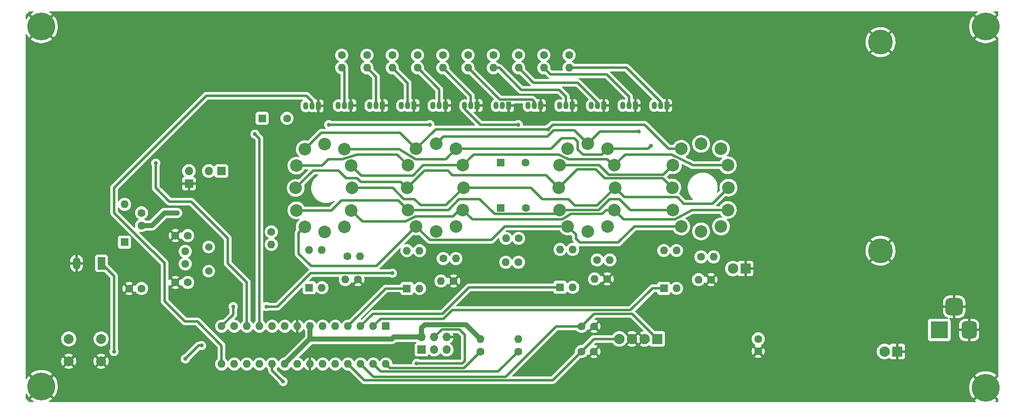
<source format=gbr>
%TF.GenerationSoftware,KiCad,Pcbnew,(6.0.10)*%
%TF.CreationDate,2023-02-17T13:49:40-08:00*%
%TF.ProjectId,nixie_clock,6e697869-655f-4636-9c6f-636b2e6b6963,1.5*%
%TF.SameCoordinates,Original*%
%TF.FileFunction,Copper,L2,Bot*%
%TF.FilePolarity,Positive*%
%FSLAX46Y46*%
G04 Gerber Fmt 4.6, Leading zero omitted, Abs format (unit mm)*
G04 Created by KiCad (PCBNEW (6.0.10)) date 2023-02-17 13:49:40*
%MOMM*%
%LPD*%
G01*
G04 APERTURE LIST*
G04 Aperture macros list*
%AMRoundRect*
0 Rectangle with rounded corners*
0 $1 Rounding radius*
0 $2 $3 $4 $5 $6 $7 $8 $9 X,Y pos of 4 corners*
0 Add a 4 corners polygon primitive as box body*
4,1,4,$2,$3,$4,$5,$6,$7,$8,$9,$2,$3,0*
0 Add four circle primitives for the rounded corners*
1,1,$1+$1,$2,$3*
1,1,$1+$1,$4,$5*
1,1,$1+$1,$6,$7*
1,1,$1+$1,$8,$9*
0 Add four rect primitives between the rounded corners*
20,1,$1+$1,$2,$3,$4,$5,0*
20,1,$1+$1,$4,$5,$6,$7,0*
20,1,$1+$1,$6,$7,$8,$9,0*
20,1,$1+$1,$8,$9,$2,$3,0*%
G04 Aperture macros list end*
%TA.AperFunction,ComponentPad*%
%ADD10C,2.000000*%
%TD*%
%TA.AperFunction,ComponentPad*%
%ADD11R,1.050000X1.500000*%
%TD*%
%TA.AperFunction,ComponentPad*%
%ADD12O,1.050000X1.500000*%
%TD*%
%TA.AperFunction,ComponentPad*%
%ADD13C,2.540000*%
%TD*%
%TA.AperFunction,ComponentPad*%
%ADD14R,1.700000X1.700000*%
%TD*%
%TA.AperFunction,ComponentPad*%
%ADD15O,1.700000X1.700000*%
%TD*%
%TA.AperFunction,ComponentPad*%
%ADD16C,1.500000*%
%TD*%
%TA.AperFunction,ComponentPad*%
%ADD17C,1.600000*%
%TD*%
%TA.AperFunction,ComponentPad*%
%ADD18O,1.600000X1.600000*%
%TD*%
%TA.AperFunction,ComponentPad*%
%ADD19R,1.500000X2.500000*%
%TD*%
%TA.AperFunction,ComponentPad*%
%ADD20O,1.500000X2.500000*%
%TD*%
%TA.AperFunction,ComponentPad*%
%ADD21R,2.100000X2.100000*%
%TD*%
%TA.AperFunction,ComponentPad*%
%ADD22C,2.100000*%
%TD*%
%TA.AperFunction,ComponentPad*%
%ADD23R,1.600000X1.600000*%
%TD*%
%TA.AperFunction,ComponentPad*%
%ADD24C,3.600000*%
%TD*%
%TA.AperFunction,ConnectorPad*%
%ADD25C,5.600000*%
%TD*%
%TA.AperFunction,ComponentPad*%
%ADD26C,2.900000*%
%TD*%
%TA.AperFunction,ConnectorPad*%
%ADD27C,5.000000*%
%TD*%
%TA.AperFunction,ComponentPad*%
%ADD28R,3.500000X3.500000*%
%TD*%
%TA.AperFunction,ComponentPad*%
%ADD29RoundRect,0.750000X0.750000X1.000000X-0.750000X1.000000X-0.750000X-1.000000X0.750000X-1.000000X0*%
%TD*%
%TA.AperFunction,ComponentPad*%
%ADD30RoundRect,0.875000X0.875000X0.875000X-0.875000X0.875000X-0.875000X-0.875000X0.875000X-0.875000X0*%
%TD*%
%TA.AperFunction,ViaPad*%
%ADD31C,0.800000*%
%TD*%
%TA.AperFunction,ViaPad*%
%ADD32C,1.000000*%
%TD*%
%TA.AperFunction,Conductor*%
%ADD33C,1.000000*%
%TD*%
%TA.AperFunction,Conductor*%
%ADD34C,0.500000*%
%TD*%
G04 APERTURE END LIST*
D10*
%TO.P,SW0,1,C*%
%TO.N,GND*%
X68515564Y-126420000D03*
X62015564Y-126420000D03*
%TO.P,SW0,2,D*%
%TO.N,Reset*%
X68515564Y-121920000D03*
X62015564Y-121920000D03*
%TD*%
D11*
%TO.P,QC1,1,E*%
%TO.N,GND*%
X150482671Y-74903210D03*
D12*
%TO.P,QC1,2,B*%
%TO.N,Net-(QC1-Pad2)*%
X149212671Y-74903210D03*
%TO.P,QC1,3,C*%
%TO.N,Net-(NE1-Pad1)*%
X147942671Y-74903210D03*
%TD*%
D13*
%TO.P,Min1,0,0*%
%TO.N,Net-(Hour1-Pad0)*%
X171717914Y-95929763D03*
%TO.P,Min1,1,1*%
%TO.N,Net-(Hour1-Pad1)*%
X162352914Y-99247263D03*
%TO.P,Min1,2,2*%
%TO.N,Net-(Hour1-Pad2)*%
X160670414Y-95929763D03*
%TO.P,Min1,3,3*%
%TO.N,Net-(Hour1-Pad3)*%
X160543414Y-91429763D03*
%TO.P,Min1,4,4*%
%TO.N,Net-(Hour1-Pad4)*%
X160670414Y-86929763D03*
%TO.P,Min1,5,5*%
%TO.N,Net-(Hour1-Pad5)*%
X162352914Y-83612263D03*
%TO.P,Min1,6,6*%
%TO.N,Net-(Hour1-Pad6)*%
X166352914Y-82612263D03*
%TO.P,Min1,7,7*%
%TO.N,Net-(Hour1-Pad7)*%
X170352914Y-83612263D03*
%TO.P,Min1,8,8*%
%TO.N,Net-(Hour1-Pad8)*%
X171717914Y-86929763D03*
%TO.P,Min1,9,9*%
%TO.N,Net-(Hour1-Pad9)*%
X171844914Y-91429763D03*
%TO.P,Min1,A,A*%
%TO.N,Net-(Min1-PadA)*%
X170352914Y-99247263D03*
%TO.P,Min1,LHDP,LHDP*%
%TO.N,unconnected-(Min1-PadLHDP)*%
X166352914Y-100247263D03*
%TD*%
D14*
%TO.P,J5,1,Pin_1*%
%TO.N,GND*%
X86166832Y-90624125D03*
D15*
%TO.P,J5,2,Pin_2*%
%TO.N,Net-(J5-Pad2)*%
X86166832Y-88084125D03*
%TD*%
D16*
%TO.P,Y0,1,1*%
%TO.N,Net-(U1-Pad9)*%
X90147738Y-103380000D03*
%TO.P,Y0,2,2*%
%TO.N,Net-(U1-Pad10)*%
X90147738Y-108260000D03*
%TD*%
D13*
%TO.P,Hour1,0,0*%
%TO.N,Net-(Hour1-Pad0)*%
X118830796Y-96000956D03*
%TO.P,Hour1,1,1*%
%TO.N,Net-(Hour1-Pad1)*%
X109465796Y-99318456D03*
%TO.P,Hour1,2,2*%
%TO.N,Net-(Hour1-Pad2)*%
X107783296Y-96000956D03*
%TO.P,Hour1,3,3*%
%TO.N,Net-(Hour1-Pad3)*%
X107656296Y-91500956D03*
%TO.P,Hour1,4,4*%
%TO.N,Net-(Hour1-Pad4)*%
X107783296Y-87000956D03*
%TO.P,Hour1,5,5*%
%TO.N,Net-(Hour1-Pad5)*%
X109465796Y-83683456D03*
%TO.P,Hour1,6,6*%
%TO.N,Net-(Hour1-Pad6)*%
X113465796Y-82683456D03*
%TO.P,Hour1,7,7*%
%TO.N,Net-(Hour1-Pad7)*%
X117465796Y-83683456D03*
%TO.P,Hour1,8,8*%
%TO.N,Net-(Hour1-Pad8)*%
X118830796Y-87000956D03*
%TO.P,Hour1,9,9*%
%TO.N,Net-(Hour1-Pad9)*%
X118957796Y-91500956D03*
%TO.P,Hour1,A,A*%
%TO.N,Net-(Hour1-PadA)*%
X117465796Y-99318456D03*
%TO.P,Hour1,LHDP,LHDP*%
%TO.N,unconnected-(Hour1-PadLHDP)*%
X113465796Y-100318456D03*
%TD*%
D17*
%TO.P,Rd0,1*%
%TO.N,Net-(NE1-Pad2)*%
X152438074Y-106470400D03*
D18*
%TO.P,Rd0,2*%
%TO.N,170_HV*%
X149898074Y-106470400D03*
%TD*%
D17*
%TO.P,R4,1*%
%TO.N,Net-(U3-Pad7)*%
X137220414Y-64739763D03*
D18*
%TO.P,R4,2*%
%TO.N,Net-(Q4-Pad2)*%
X137220414Y-67279763D03*
%TD*%
D17*
%TO.P,C3,1*%
%TO.N,5_vcc*%
X76640000Y-111760000D03*
%TO.P,C3,2*%
%TO.N,GND*%
X74140000Y-111760000D03*
%TD*%
D19*
%TO.P,C_Bat1,1*%
%TO.N,Net-(C_Bat1-Pad1)*%
X68580000Y-106680000D03*
D20*
%TO.P,C_Bat1,2*%
%TO.N,GND*%
X63580000Y-106680000D03*
%TD*%
D21*
%TO.P,J3,1,Pin_1*%
%TO.N,Net-(J3-Pad1)*%
X180340000Y-121920000D03*
D22*
%TO.P,J3,2,Pin_2*%
%TO.N,GND*%
X177800000Y-121920000D03*
%TO.P,J3,3,Pin_3*%
X175260000Y-121920000D03*
%TO.P,J3,4,Pin_4*%
%TO.N,Net-(U1-Pad25)*%
X172720000Y-121920000D03*
%TD*%
D13*
%TO.P,Min0,0,0*%
%TO.N,Net-(Hour1-Pad0)*%
X194538332Y-95929763D03*
%TO.P,Min0,1,1*%
%TO.N,Net-(Hour1-Pad1)*%
X185173332Y-99247263D03*
%TO.P,Min0,2,2*%
%TO.N,Net-(Hour1-Pad2)*%
X183490832Y-95929763D03*
%TO.P,Min0,3,3*%
%TO.N,Net-(Hour1-Pad3)*%
X183363832Y-91429763D03*
%TO.P,Min0,4,4*%
%TO.N,Net-(Hour1-Pad4)*%
X183490832Y-86929763D03*
%TO.P,Min0,5,5*%
%TO.N,Net-(Hour1-Pad5)*%
X185173332Y-83612263D03*
%TO.P,Min0,6,6*%
%TO.N,Net-(Hour1-Pad6)*%
X189173332Y-82612263D03*
%TO.P,Min0,7,7*%
%TO.N,Net-(Hour1-Pad7)*%
X193173332Y-83612263D03*
%TO.P,Min0,8,8*%
%TO.N,Net-(Hour1-Pad8)*%
X194538332Y-86929763D03*
%TO.P,Min0,9,9*%
%TO.N,Net-(Hour1-Pad9)*%
X194665332Y-91429763D03*
%TO.P,Min0,A,A*%
%TO.N,Net-(Min0-PadA)*%
X193173332Y-99247263D03*
%TO.P,Min0,LHDP,LHDP*%
%TO.N,unconnected-(Min0-PadLHDP)*%
X189173332Y-100247263D03*
%TD*%
D21*
%TO.P,J2,1,Pin_1*%
%TO.N,GND*%
X198095634Y-107733126D03*
D22*
%TO.P,J2,2,Pin_2*%
%TO.N,170_HV*%
X195555634Y-107733126D03*
%TD*%
D23*
%TO.P,D1,1,K*%
%TO.N,Net-(C_Bat1-Pad1)*%
X73236593Y-102414472D03*
D18*
%TO.P,D1,2,A*%
%TO.N,Net-(D1-Pad2)*%
X73236593Y-94794472D03*
%TD*%
D24*
%TO.P,REF\u002A\u002A,1*%
%TO.N,N/C*%
X56500000Y-131500000D03*
D25*
%TO.N,GND*%
X56500000Y-131500000D03*
%TD*%
D17*
%TO.P,Rd1,1*%
%TO.N,Net-(NE2-Pad2)*%
X152458170Y-101642782D03*
D18*
%TO.P,Rd1,2*%
%TO.N,170_HV*%
X149918170Y-101642782D03*
%TD*%
D17*
%TO.P,R9,1*%
%TO.N,Net-(U3-Pad17)*%
X162620414Y-64739763D03*
D18*
%TO.P,R9,2*%
%TO.N,Net-(Q9-Pad2)*%
X162620414Y-67279763D03*
%TD*%
D11*
%TO.P,Q2,1,E*%
%TO.N,GND*%
X131446238Y-74899763D03*
D12*
%TO.P,Q2,2,B*%
%TO.N,Net-(Q2-Pad2)*%
X130176238Y-74899763D03*
%TO.P,Q2,3,C*%
%TO.N,Net-(Hour1-Pad2)*%
X128906238Y-74899763D03*
%TD*%
D17*
%TO.P,R0,1*%
%TO.N,Net-(U3-Pad11)*%
X116900414Y-64739763D03*
D18*
%TO.P,R0,2*%
%TO.N,Net-(Q0-Pad2)*%
X116900414Y-67279763D03*
%TD*%
D17*
%TO.P,C5,1*%
%TO.N,Net-(J3-Pad1)*%
X165140000Y-119380000D03*
%TO.P,C5,2*%
%TO.N,GND*%
X167640000Y-119380000D03*
%TD*%
%TO.P,R2,1*%
%TO.N,Net-(U3-Pad10)*%
X127060414Y-64739763D03*
D18*
%TO.P,R2,2*%
%TO.N,Net-(Q2-Pad2)*%
X127060414Y-67279763D03*
%TD*%
D23*
%TO.P,UM1,1*%
%TO.N,Net-(U1-Pad3)*%
X160803779Y-111516736D03*
D18*
%TO.P,UM1,2*%
%TO.N,Net-(Rb1-Pad2)*%
X163343779Y-111516736D03*
%TO.P,UM1,3*%
%TO.N,Net-(RM1-Pad1)*%
X163343779Y-103896736D03*
%TO.P,UM1,4*%
%TO.N,170_HV*%
X160803779Y-103896736D03*
%TD*%
D17*
%TO.P,CX1,1*%
%TO.N,Net-(U1-Pad10)*%
X85934104Y-110534304D03*
%TO.P,CX1,2*%
%TO.N,GND*%
X83434104Y-110534304D03*
%TD*%
D23*
%TO.P,NE1,1*%
%TO.N,Net-(NE1-Pad1)*%
X148890414Y-86349763D03*
D17*
%TO.P,NE1,2*%
%TO.N,Net-(NE1-Pad2)*%
X153890414Y-86349763D03*
%TD*%
D14*
%TO.P,J4,1,Pin_1*%
%TO.N,Net-(J4-Pad1)*%
X92721963Y-88084125D03*
D15*
%TO.P,J4,2,Pin_2*%
%TO.N,5_vcc*%
X90181963Y-88084125D03*
%TD*%
D14*
%TO.P,J6,1,Pin_1*%
%TO.N,Net-(J6-Pad1)*%
X132955267Y-124084884D03*
D15*
%TO.P,J6,2,Pin_2*%
%TO.N,5_vcc*%
X132955267Y-121544884D03*
%TO.P,J6,3,Pin_3*%
%TO.N,Net-(J6-Pad3)*%
X135495267Y-124084884D03*
%TO.P,J6,4,Pin_4*%
%TO.N,Net-(J6-Pad4)*%
X135495267Y-121544884D03*
%TO.P,J6,5,Pin_5*%
%TO.N,Reset*%
X138035267Y-124084884D03*
%TO.P,J6,6,Pin_6*%
%TO.N,GND*%
X138035267Y-121544884D03*
%TD*%
D17*
%TO.P,Rd2,1*%
%TO.N,GND*%
X120160247Y-109964681D03*
D18*
%TO.P,Rd2,2*%
%TO.N,Net-(Rd2-Pad2)*%
X117620247Y-109964681D03*
%TD*%
D11*
%TO.P,QPM1,1,E*%
%TO.N,GND*%
X112199964Y-74954145D03*
D12*
%TO.P,QPM1,2,B*%
%TO.N,Net-(QPM1-Pad2)*%
X110929964Y-74954145D03*
%TO.P,QPM1,3,C*%
%TO.N,Net-(NE3-Pad1)*%
X109659964Y-74954145D03*
%TD*%
D17*
%TO.P,RPM1,1*%
%TO.N,Net-(NE3-Pad2)*%
X102749270Y-100346610D03*
D18*
%TO.P,RPM1,2*%
%TO.N,170_HV*%
X102749270Y-102886610D03*
%TD*%
D11*
%TO.P,Q5,1,E*%
%TO.N,GND*%
X156891882Y-74903167D03*
D12*
%TO.P,Q5,2,B*%
%TO.N,Net-(Q5-Pad2)*%
X155621882Y-74903167D03*
%TO.P,Q5,3,C*%
%TO.N,Net-(Hour1-Pad5)*%
X154351882Y-74903167D03*
%TD*%
D23*
%TO.P,UM0,1*%
%TO.N,Net-(U1-Pad2)*%
X181665414Y-111719763D03*
D18*
%TO.P,UM0,2*%
%TO.N,Net-(Ra1-Pad2)*%
X184205414Y-111719763D03*
%TO.P,UM0,3*%
%TO.N,Net-(RM0-Pad1)*%
X184205414Y-104099763D03*
%TO.P,UM0,4*%
%TO.N,170_HV*%
X181665414Y-104099763D03*
%TD*%
D23*
%TO.P,NE2,1*%
%TO.N,Net-(NE1-Pad1)*%
X148897390Y-95502263D03*
D17*
%TO.P,NE2,2*%
%TO.N,Net-(NE2-Pad2)*%
X153897390Y-95502263D03*
%TD*%
D11*
%TO.P,Q9,1,E*%
%TO.N,GND*%
X182291882Y-74903167D03*
D12*
%TO.P,Q9,2,B*%
%TO.N,Net-(Q9-Pad2)*%
X181021882Y-74903167D03*
%TO.P,Q9,3,C*%
%TO.N,Net-(Hour1-Pad9)*%
X179751882Y-74903167D03*
%TD*%
D17*
%TO.P,Rda1,1*%
%TO.N,SDA*%
X152400000Y-124460000D03*
D18*
%TO.P,Rda1,2*%
%TO.N,5_vcc*%
X152400000Y-121920000D03*
%TD*%
D11*
%TO.P,Q4,1,E*%
%TO.N,GND*%
X144146238Y-74899763D03*
D12*
%TO.P,Q4,2,B*%
%TO.N,Net-(Q4-Pad2)*%
X142876238Y-74899763D03*
%TO.P,Q4,3,C*%
%TO.N,Net-(Hour1-Pad4)*%
X141606238Y-74899763D03*
%TD*%
D24*
%TO.P,REF\u002A\u002A,1*%
%TO.N,GND*%
X56500000Y-59000000D03*
D25*
X56500000Y-59000000D03*
%TD*%
D26*
%TO.P,REF\u002A\u002A,1*%
%TO.N,N/C*%
X225235825Y-104140000D03*
D27*
%TO.N,GND*%
X225235825Y-104140000D03*
%TD*%
D17*
%TO.P,R3,1*%
%TO.N,Net-(U3-Pad8)*%
X132140414Y-64739763D03*
D18*
%TO.P,R3,2*%
%TO.N,Net-(Q3-Pad2)*%
X132140414Y-67279763D03*
%TD*%
D17*
%TO.P,R6,1*%
%TO.N,Net-(U3-Pad5)*%
X147380414Y-64739763D03*
D18*
%TO.P,R6,2*%
%TO.N,Net-(Q6-Pad2)*%
X147380414Y-67279763D03*
%TD*%
D17*
%TO.P,R5,1*%
%TO.N,Net-(U3-Pad6)*%
X142300414Y-64739763D03*
D18*
%TO.P,R5,2*%
%TO.N,Net-(Q5-Pad2)*%
X142300414Y-67279763D03*
%TD*%
D23*
%TO.P,U1,1,~{RESET}/PC6*%
%TO.N,Reset*%
X125780414Y-119359763D03*
D18*
%TO.P,U1,2,PD0*%
%TO.N,Net-(U1-Pad2)*%
X123240414Y-119359763D03*
%TO.P,U1,3,PD1*%
%TO.N,Net-(U1-Pad3)*%
X120700414Y-119359763D03*
%TO.P,U1,4,PD2*%
%TO.N,Net-(U1-Pad4)*%
X118160414Y-119359763D03*
%TO.P,U1,5,PD3*%
%TO.N,Net-(U1-Pad5)*%
X115620414Y-119359763D03*
%TO.P,U1,6,PD4*%
%TO.N,Net-(U1-Pad6)*%
X113080414Y-119359763D03*
%TO.P,U1,7,VCC*%
%TO.N,5_vcc*%
X110540414Y-119359763D03*
%TO.P,U1,8,GND*%
%TO.N,GND*%
X108000414Y-119359763D03*
%TO.P,U1,9,XTAL1/PB6*%
%TO.N,Net-(U1-Pad9)*%
X105460414Y-119359763D03*
%TO.P,U1,10,XTAL2/PB7*%
%TO.N,Net-(U1-Pad10)*%
X102920414Y-119359763D03*
%TO.P,U1,11,PD5*%
%TO.N,Net-(U1-Pad11)*%
X100380414Y-119359763D03*
%TO.P,U1,12,PD6*%
%TO.N,Net-(U1-Pad12)*%
X97840414Y-119359763D03*
%TO.P,U1,13,PD7*%
%TO.N,Net-(U1-Pad13)*%
X95300414Y-119359763D03*
%TO.P,U1,14,PB0*%
%TO.N,Net-(QC1-Pad2)*%
X92760414Y-119359763D03*
%TO.P,U1,15,PB1*%
%TO.N,Net-(QPM1-Pad2)*%
X92760414Y-126979763D03*
%TO.P,U1,16,PB2*%
%TO.N,unconnected-(U1-Pad16)*%
X95300414Y-126979763D03*
%TO.P,U1,17,PB3*%
%TO.N,Net-(J6-Pad4)*%
X97840414Y-126979763D03*
%TO.P,U1,18,PB4*%
%TO.N,Net-(J6-Pad1)*%
X100380414Y-126979763D03*
%TO.P,U1,19,PB5*%
%TO.N,Net-(J6-Pad3)*%
X102920414Y-126979763D03*
%TO.P,U1,20,AVCC*%
%TO.N,5_vcc*%
X105460414Y-126979763D03*
%TO.P,U1,21,AREF*%
%TO.N,unconnected-(U1-Pad21)*%
X108000414Y-126979763D03*
%TO.P,U1,22,GND*%
%TO.N,GND*%
X110540414Y-126979763D03*
%TO.P,U1,23,PC0*%
%TO.N,unconnected-(U1-Pad23)*%
X113080414Y-126979763D03*
%TO.P,U1,24,PC1*%
%TO.N,unconnected-(U1-Pad24)*%
X115620414Y-126979763D03*
%TO.P,U1,25,PC2*%
%TO.N,Net-(U1-Pad25)*%
X118160414Y-126979763D03*
%TO.P,U1,26,PC3*%
%TO.N,Net-(J3-Pad1)*%
X120700414Y-126979763D03*
%TO.P,U1,27,PC4*%
%TO.N,SDA*%
X123240414Y-126979763D03*
%TO.P,U1,28,PC5*%
%TO.N,SCL*%
X125780414Y-126979763D03*
%TD*%
D17*
%TO.P,Rch1,1*%
%TO.N,Net-(D1-Pad2)*%
X76640000Y-96520000D03*
D18*
%TO.P,Rch1,2*%
%TO.N,5_vcc*%
X76640000Y-99060000D03*
%TD*%
D17*
%TO.P,Rc1,1*%
%TO.N,GND*%
X139404516Y-110249303D03*
D18*
%TO.P,Rc1,2*%
%TO.N,Net-(Rc1-Pad2)*%
X136864516Y-110249303D03*
%TD*%
D13*
%TO.P,Hour0,0,0*%
%TO.N,Net-(Hour1-Pad0)*%
X141237914Y-95929763D03*
%TO.P,Hour0,1,1*%
%TO.N,Net-(Hour1-Pad1)*%
X131872914Y-99247263D03*
%TO.P,Hour0,2,2*%
%TO.N,Net-(Hour1-Pad2)*%
X130190414Y-95929763D03*
%TO.P,Hour0,3,3*%
%TO.N,Net-(Hour1-Pad3)*%
X130063414Y-91429763D03*
%TO.P,Hour0,4,4*%
%TO.N,Net-(Hour1-Pad4)*%
X130190414Y-86929763D03*
%TO.P,Hour0,5,5*%
%TO.N,Net-(Hour1-Pad5)*%
X131872914Y-83612263D03*
%TO.P,Hour0,6,6*%
%TO.N,Net-(Hour1-Pad6)*%
X135872914Y-82612263D03*
%TO.P,Hour0,7,7*%
%TO.N,Net-(Hour1-Pad7)*%
X139872914Y-83612263D03*
%TO.P,Hour0,8,8*%
%TO.N,Net-(Hour1-Pad8)*%
X141237914Y-86929763D03*
%TO.P,Hour0,9,9*%
%TO.N,Net-(Hour1-Pad9)*%
X141364914Y-91429763D03*
%TO.P,Hour0,A,A*%
%TO.N,Net-(Hour0-PadA)*%
X139872914Y-99247263D03*
%TO.P,Hour0,LHDP,LHDP*%
%TO.N,unconnected-(Hour0-PadLHDP)*%
X135872914Y-100247263D03*
%TD*%
D17*
%TO.P,R7,1*%
%TO.N,Net-(U3-Pad4)*%
X152460414Y-64739763D03*
D18*
%TO.P,R7,2*%
%TO.N,Net-(Q7-Pad2)*%
X152460414Y-67279763D03*
%TD*%
D17*
%TO.P,R8,1*%
%TO.N,Net-(U3-Pad18)*%
X157540414Y-64739763D03*
D18*
%TO.P,R8,2*%
%TO.N,Net-(Q8-Pad2)*%
X157540414Y-67279763D03*
%TD*%
D24*
%TO.P,REF\u002A\u002A,1*%
%TO.N,N/C*%
X246380000Y-131750000D03*
D25*
%TO.N,GND*%
X246380000Y-131750000D03*
%TD*%
D11*
%TO.P,Q3,1,E*%
%TO.N,GND*%
X137796238Y-74899763D03*
D12*
%TO.P,Q3,2,B*%
%TO.N,Net-(Q3-Pad2)*%
X136526238Y-74899763D03*
%TO.P,Q3,3,C*%
%TO.N,Net-(Hour1-Pad3)*%
X135256238Y-74899763D03*
%TD*%
D17*
%TO.P,RH0,1*%
%TO.N,Net-(RH0-Pad1)*%
X137314654Y-105729170D03*
D18*
%TO.P,RH0,2*%
%TO.N,Net-(Hour0-PadA)*%
X139854654Y-105729170D03*
%TD*%
D23*
%TO.P,UH0,1*%
%TO.N,Net-(U1-Pad4)*%
X130015414Y-111749763D03*
D18*
%TO.P,UH0,2*%
%TO.N,Net-(Rc1-Pad2)*%
X132555414Y-111749763D03*
%TO.P,UH0,3*%
%TO.N,Net-(RH0-Pad1)*%
X132555414Y-104129763D03*
%TO.P,UH0,4*%
%TO.N,170_HV*%
X130015414Y-104129763D03*
%TD*%
D24*
%TO.P,REF\u002A\u002A,1*%
%TO.N,N/C*%
X246380000Y-59000000D03*
D25*
%TO.N,GND*%
X246380000Y-59000000D03*
%TD*%
D17*
%TO.P,CX0,1*%
%TO.N,Net-(U1-Pad9)*%
X85937995Y-101081412D03*
%TO.P,CX0,2*%
%TO.N,GND*%
X83437995Y-101081412D03*
%TD*%
D11*
%TO.P,Q6,1,E*%
%TO.N,GND*%
X163241882Y-74903167D03*
D12*
%TO.P,Q6,2,B*%
%TO.N,Net-(Q6-Pad2)*%
X161971882Y-74903167D03*
%TO.P,Q6,3,C*%
%TO.N,Net-(Hour1-Pad6)*%
X160701882Y-74903167D03*
%TD*%
D11*
%TO.P,Q8,1,E*%
%TO.N,GND*%
X175941882Y-74903167D03*
D12*
%TO.P,Q8,2,B*%
%TO.N,Net-(Q8-Pad2)*%
X174671882Y-74903167D03*
%TO.P,Q8,3,C*%
%TO.N,Net-(Hour1-Pad8)*%
X173401882Y-74903167D03*
%TD*%
D11*
%TO.P,Q1,1,E*%
%TO.N,GND*%
X125096238Y-74899763D03*
D12*
%TO.P,Q1,2,B*%
%TO.N,Net-(Q1-Pad2)*%
X123826238Y-74899763D03*
%TO.P,Q1,3,C*%
%TO.N,Net-(Hour1-Pad1)*%
X122556238Y-74899763D03*
%TD*%
D17*
%TO.P,R1,1*%
%TO.N,Net-(U3-Pad9)*%
X121980414Y-64739763D03*
D18*
%TO.P,R1,2*%
%TO.N,Net-(Q1-Pad2)*%
X121980414Y-67279763D03*
%TD*%
D17*
%TO.P,Ra1,1*%
%TO.N,GND*%
X191176987Y-109980089D03*
D18*
%TO.P,Ra1,2*%
%TO.N,Net-(Ra1-Pad2)*%
X188636987Y-109980089D03*
%TD*%
D17*
%TO.P,RM1,1*%
%TO.N,Net-(RM1-Pad1)*%
X168269562Y-106018785D03*
D18*
%TO.P,RM1,2*%
%TO.N,Net-(Min1-PadA)*%
X170809562Y-106018785D03*
%TD*%
D17*
%TO.P,Rx1,1*%
%TO.N,Net-(U1-Pad10)*%
X85440968Y-106800509D03*
D18*
%TO.P,Rx1,2*%
%TO.N,Net-(U1-Pad9)*%
X85440968Y-104260509D03*
%TD*%
D26*
%TO.P,REF\u002A\u002A,1*%
%TO.N,N/C*%
X225235825Y-62105302D03*
D27*
%TO.N,GND*%
X225235825Y-62105302D03*
%TD*%
D23*
%TO.P,NE3,1*%
%TO.N,Net-(NE3-Pad1)*%
X100897945Y-77467146D03*
D17*
%TO.P,NE3,2*%
%TO.N,Net-(NE3-Pad2)*%
X105897945Y-77467146D03*
%TD*%
D28*
%TO.P,J0,1*%
%TO.N,+12V*%
X237068212Y-120123855D03*
D29*
%TO.P,J0,2*%
%TO.N,GND*%
X243068212Y-120123855D03*
D30*
%TO.P,J0,3*%
X240068212Y-115423855D03*
%TD*%
D23*
%TO.P,UH1,1*%
%TO.N,Net-(U1-Pad5)*%
X110374288Y-111601137D03*
D18*
%TO.P,UH1,2*%
%TO.N,Net-(Rd2-Pad2)*%
X112914288Y-111601137D03*
%TO.P,UH1,3*%
%TO.N,Net-(RH1-Pad1)*%
X112914288Y-103981137D03*
%TO.P,UH1,4*%
%TO.N,170_HV*%
X110374288Y-103981137D03*
%TD*%
D17*
%TO.P,Rcl1,1*%
%TO.N,SCL*%
X144780000Y-124460000D03*
D18*
%TO.P,Rcl1,2*%
%TO.N,5_vcc*%
X144780000Y-121920000D03*
%TD*%
D11*
%TO.P,Q7,1,E*%
%TO.N,GND*%
X169591882Y-74903167D03*
D12*
%TO.P,Q7,2,B*%
%TO.N,Net-(Q7-Pad2)*%
X168321882Y-74903167D03*
%TO.P,Q7,3,C*%
%TO.N,Net-(Hour1-Pad7)*%
X167051882Y-74903167D03*
%TD*%
D21*
%TO.P,J1,1,Pin_1*%
%TO.N,GND*%
X228600000Y-124460000D03*
D22*
%TO.P,J1,2,Pin_2*%
%TO.N,+12V*%
X226060000Y-124460000D03*
%TD*%
D17*
%TO.P,RH1,1*%
%TO.N,Net-(RH1-Pad1)*%
X118019288Y-105261137D03*
D18*
%TO.P,RH1,2*%
%TO.N,Net-(Hour1-PadA)*%
X120559288Y-105261137D03*
%TD*%
D17*
%TO.P,RM0,1*%
%TO.N,Net-(RM0-Pad1)*%
X189145758Y-105379763D03*
D18*
%TO.P,RM0,2*%
%TO.N,Net-(Min0-PadA)*%
X191685758Y-105379763D03*
%TD*%
D17*
%TO.P,Rb1,1*%
%TO.N,GND*%
X170289132Y-109836694D03*
D18*
%TO.P,Rb1,2*%
%TO.N,Net-(Rb1-Pad2)*%
X167749132Y-109836694D03*
%TD*%
D17*
%TO.P,C4,1*%
%TO.N,Net-(U1-Pad25)*%
X165100000Y-124460000D03*
%TO.P,C4,2*%
%TO.N,GND*%
X167600000Y-124460000D03*
%TD*%
%TO.P,C2,1*%
%TO.N,5_vcc*%
X200660000Y-121920000D03*
%TO.P,C2,2*%
%TO.N,GND*%
X200660000Y-124420000D03*
%TD*%
D11*
%TO.P,Q0,1,E*%
%TO.N,GND*%
X118746238Y-74899763D03*
D12*
%TO.P,Q0,2,B*%
%TO.N,Net-(Q0-Pad2)*%
X117476238Y-74899763D03*
%TO.P,Q0,3,C*%
%TO.N,Net-(Hour1-Pad0)*%
X116206238Y-74899763D03*
%TD*%
D31*
%TO.N,GND*%
X96520000Y-66040000D03*
D32*
%TO.N,5_vcc*%
X83820000Y-96520000D03*
D31*
%TO.N,Net-(C_Bat1-Pad1)*%
X71120000Y-124460000D03*
%TO.N,Net-(J6-Pad3)*%
X105121752Y-130502794D03*
%TO.N,Net-(J6-Pad4)*%
X131959129Y-126829114D03*
%TO.N,Net-(QC1-Pad2)*%
X95085495Y-115399543D03*
X101766688Y-115402836D03*
X127085101Y-108670006D03*
%TO.N,SCL*%
X85459724Y-125941342D03*
X88719538Y-123259632D03*
%TO.N,Net-(U1-Pad11)*%
X99447618Y-80654808D03*
%TO.N,Net-(U1-Pad12)*%
X79500000Y-86500000D03*
%TO.N,Net-(Hour1-Pad4)*%
X152400000Y-78740000D03*
%TO.N,Net-(Hour1-Pad5)*%
X158407006Y-79667006D03*
%TO.N,Net-(Hour1-Pad7)*%
X179103626Y-83001422D03*
%TO.N,Net-(Hour1-Pad6)*%
X114300000Y-78740000D03*
X134620000Y-78740000D03*
X176608927Y-80154655D03*
%TD*%
D33*
%TO.N,5_vcc*%
X132955267Y-119683537D02*
X132955267Y-121544884D01*
X127000000Y-121920000D02*
X127375116Y-121544884D01*
X110560651Y-121920000D02*
X110540414Y-121899763D01*
X144780000Y-121920000D02*
X141893339Y-119033339D01*
X81280000Y-96520000D02*
X78740000Y-99060000D01*
X127000000Y-121920000D02*
X110560651Y-121920000D01*
X141893339Y-119033339D02*
X133605465Y-119033339D01*
X110540414Y-119359763D02*
X110540414Y-121899763D01*
X110540414Y-121899763D02*
X105460414Y-126979763D01*
X127375116Y-121544884D02*
X132955267Y-121544884D01*
X133605465Y-119033339D02*
X132955267Y-119683537D01*
X83820000Y-96520000D02*
X81280000Y-96520000D01*
X78740000Y-99060000D02*
X76640000Y-99060000D01*
D34*
%TO.N,Net-(U1-Pad25)*%
X165100000Y-124460000D02*
X167640000Y-121920000D01*
X121420651Y-130240000D02*
X118160414Y-126979763D01*
X165100000Y-124460000D02*
X159320000Y-130240000D01*
X167640000Y-121920000D02*
X172720000Y-121920000D01*
X159320000Y-130240000D02*
X121420651Y-130240000D01*
%TO.N,Net-(J3-Pad1)*%
X167640000Y-116840000D02*
X175260000Y-116840000D01*
X160020000Y-119380000D02*
X149860000Y-129540000D01*
X175260000Y-116840000D02*
X180340000Y-121920000D01*
X149860000Y-129540000D02*
X123260651Y-129540000D01*
X165140000Y-119380000D02*
X167640000Y-116880000D01*
X165140000Y-119380000D02*
X160020000Y-119380000D01*
X167640000Y-116880000D02*
X167640000Y-116840000D01*
X123260651Y-129540000D02*
X120700414Y-126979763D01*
%TO.N,Net-(C_Bat1-Pad1)*%
X71120000Y-124460000D02*
X71120000Y-109220000D01*
X71120000Y-109220000D02*
X68580000Y-106680000D01*
%TO.N,Net-(J6-Pad3)*%
X102920414Y-128301456D02*
X105121752Y-130502794D01*
X102920414Y-126979763D02*
X102920414Y-128301456D01*
%TO.N,Net-(J6-Pad4)*%
X141220296Y-126795770D02*
X141186952Y-126829114D01*
X137056812Y-119983339D02*
X140557302Y-119983339D01*
X140557302Y-119983339D02*
X141670433Y-121096470D01*
X141670433Y-126359298D02*
X141656768Y-126359298D01*
X141186952Y-126829114D02*
X131959129Y-126829114D01*
X141656768Y-126359298D02*
X141220296Y-126795770D01*
X141670433Y-121096470D02*
X141670433Y-126359298D01*
X135495267Y-121544884D02*
X137056812Y-119983339D01*
%TO.N,Net-(Q0-Pad2)*%
X117476238Y-67855587D02*
X117476238Y-74899763D01*
X116900414Y-67279763D02*
X117476238Y-67855587D01*
%TO.N,Net-(Q1-Pad2)*%
X123826238Y-69125587D02*
X123826238Y-74899763D01*
X121980414Y-67279763D02*
X123826238Y-69125587D01*
%TO.N,Net-(Q2-Pad2)*%
X130176238Y-70395587D02*
X130176238Y-74899763D01*
X127060414Y-67279763D02*
X130176238Y-70395587D01*
%TO.N,Net-(Q3-Pad2)*%
X136526238Y-71665587D02*
X136526238Y-74899763D01*
X132140414Y-67279763D02*
X136526238Y-71665587D01*
%TO.N,Net-(Q4-Pad2)*%
X137220414Y-67279763D02*
X142876238Y-72935587D01*
X142876238Y-72935587D02*
X142876238Y-74899763D01*
%TO.N,Net-(Q5-Pad2)*%
X142300414Y-67279763D02*
X148723818Y-73703167D01*
X155621882Y-74103167D02*
X155621882Y-74903167D01*
X148723818Y-73703167D02*
X155221882Y-73703167D01*
X155221882Y-73703167D02*
X155621882Y-74103167D01*
%TO.N,Net-(Q6-Pad2)*%
X148559763Y-67279763D02*
X153037695Y-71757695D01*
X153037695Y-71757695D02*
X160657695Y-71757695D01*
X147380414Y-67279763D02*
X148559763Y-67279763D01*
X160657695Y-71757695D02*
X161971882Y-73071882D01*
X161971882Y-73071882D02*
X161971882Y-74903167D01*
%TO.N,Net-(Q7-Pad2)*%
X155475398Y-70294747D02*
X164333819Y-70294747D01*
X164333819Y-70294747D02*
X168321882Y-74282810D01*
X168321882Y-74282810D02*
X168321882Y-74903167D01*
X152460414Y-67279763D02*
X155475398Y-70294747D01*
%TO.N,Net-(Q8-Pad2)*%
X170180000Y-68580000D02*
X174671882Y-73071882D01*
X157540414Y-67279763D02*
X158840651Y-68580000D01*
X174671882Y-73071882D02*
X174671882Y-74903167D01*
X158840651Y-68580000D02*
X170180000Y-68580000D01*
%TO.N,Net-(Q9-Pad2)*%
X181021882Y-74103167D02*
X174198478Y-67279763D01*
X181021882Y-74903167D02*
X181021882Y-74103167D01*
X174198478Y-67279763D02*
X162620414Y-67279763D01*
%TO.N,Net-(QC1-Pad2)*%
X127085101Y-108670006D02*
X110702404Y-108670006D01*
X103969574Y-115402836D02*
X101766688Y-115402836D01*
X95085495Y-117034682D02*
X92760414Y-119359763D01*
X95085495Y-115399543D02*
X95085495Y-117034682D01*
X110702404Y-108670006D02*
X103969574Y-115402836D01*
%TO.N,Net-(QPM1-Pad2)*%
X89646657Y-72913343D02*
X71120000Y-91440000D01*
X78807567Y-104140000D02*
X81280000Y-106612433D01*
X92760414Y-123274045D02*
X92760414Y-126979763D01*
X85392944Y-118412944D02*
X87899313Y-118412944D01*
X81280000Y-106612433D02*
X81280000Y-114300000D01*
X110929964Y-74954145D02*
X110929964Y-74049145D01*
X81280000Y-114300000D02*
X85392944Y-118412944D01*
X109794162Y-72913343D02*
X89646657Y-72913343D01*
X78740000Y-104140000D02*
X78807567Y-104140000D01*
X71120000Y-91440000D02*
X71120000Y-96520000D01*
X87899313Y-118412944D02*
X92760414Y-123274045D01*
X71120000Y-96520000D02*
X78740000Y-104140000D01*
X110929964Y-74049145D02*
X109794162Y-72913343D01*
%TO.N,SCL*%
X126580413Y-127779762D02*
X125780414Y-126979763D01*
X141460238Y-127779762D02*
X126580413Y-127779762D01*
X88141434Y-123259632D02*
X85459724Y-125941342D01*
X144780000Y-124460000D02*
X141460238Y-127779762D01*
X88719538Y-123259632D02*
X88141434Y-123259632D01*
%TO.N,SDA*%
X148380238Y-128479762D02*
X124740413Y-128479762D01*
X124740413Y-128479762D02*
X123240414Y-126979763D01*
X152400000Y-124460000D02*
X148380238Y-128479762D01*
%TO.N,Net-(U1-Pad2)*%
X179379086Y-111719763D02*
X174971568Y-116127281D01*
X137328801Y-117890321D02*
X124709856Y-117890321D01*
X124709856Y-117890321D02*
X123240414Y-119359763D01*
X139091841Y-116127281D02*
X137328801Y-117890321D01*
X181665414Y-111719763D02*
X179379086Y-111719763D01*
X174971568Y-116127281D02*
X139091841Y-116127281D01*
%TO.N,Net-(U1-Pad3)*%
X123220177Y-116840000D02*
X120700414Y-119359763D01*
X142483264Y-111516736D02*
X137160000Y-116840000D01*
X160803779Y-111516736D02*
X142483264Y-111516736D01*
X137160000Y-116840000D02*
X123220177Y-116840000D01*
%TO.N,Net-(U1-Pad4)*%
X130015414Y-111749763D02*
X125770414Y-111749763D01*
X125770414Y-111749763D02*
X118160414Y-119359763D01*
%TO.N,Net-(U1-Pad11)*%
X100380414Y-119359763D02*
X100380414Y-81587604D01*
X100380414Y-81587604D02*
X99447618Y-80654808D01*
%TO.N,Net-(U1-Pad12)*%
X79500000Y-91500000D02*
X79500000Y-86500000D01*
X86630000Y-94250000D02*
X82250000Y-94250000D01*
X82250000Y-94250000D02*
X79500000Y-91500000D01*
X93980000Y-106680000D02*
X93980000Y-101600000D01*
X93980000Y-101600000D02*
X86630000Y-94250000D01*
X97840414Y-110540414D02*
X93980000Y-106680000D01*
X97840414Y-119359763D02*
X97840414Y-110540414D01*
%TO.N,Net-(Hour1-Pad1)*%
X172500000Y-102500000D02*
X175752737Y-99247263D01*
X134592914Y-101967263D02*
X146952737Y-101967263D01*
X146952737Y-101967263D02*
X149672737Y-99247263D01*
X164750000Y-102500000D02*
X172500000Y-102500000D01*
X164000000Y-100894349D02*
X164000000Y-101750000D01*
X123870177Y-107250000D02*
X131872914Y-99247263D01*
X162352914Y-99247263D02*
X164000000Y-100894349D01*
X164000000Y-101750000D02*
X164750000Y-102500000D01*
X108250000Y-104750000D02*
X110750000Y-107250000D01*
X109465796Y-99318456D02*
X108250000Y-100534252D01*
X131872914Y-99247263D02*
X134592914Y-101967263D01*
X175752737Y-99247263D02*
X185173332Y-99247263D01*
X110750000Y-107250000D02*
X123870177Y-107250000D01*
X149672737Y-99247263D02*
X162352914Y-99247263D01*
X108250000Y-100534252D02*
X108250000Y-104750000D01*
%TO.N,Net-(Hour1-Pad2)*%
X138320237Y-95929763D02*
X140500000Y-93750000D01*
X170750000Y-93750000D02*
X172750000Y-93750000D01*
X107783296Y-96000956D02*
X114819044Y-96000956D01*
X128240651Y-93980000D02*
X130190414Y-95929763D01*
X114819044Y-96000956D02*
X116840000Y-93980000D01*
X172750000Y-93750000D02*
X174929763Y-95929763D01*
X130190414Y-95929763D02*
X138320237Y-95929763D01*
X144645127Y-93750000D02*
X147647390Y-96752263D01*
X140500000Y-93750000D02*
X144645127Y-93750000D01*
X168570237Y-95929763D02*
X170750000Y-93750000D01*
X159847914Y-96752263D02*
X160670414Y-95929763D01*
X116840000Y-93980000D02*
X128240651Y-93980000D01*
X160670414Y-95929763D02*
X168570237Y-95929763D01*
X147647390Y-96752263D02*
X159847914Y-96752263D01*
X174929763Y-95929763D02*
X183490832Y-95929763D01*
%TO.N,Net-(Hour1-Pad3)*%
X138250000Y-88000000D02*
X133493177Y-88000000D01*
X139150000Y-88900000D02*
X138250000Y-88000000D01*
X164223177Y-87750000D02*
X160543414Y-91429763D01*
X168000000Y-87750000D02*
X164223177Y-87750000D01*
X181490307Y-89556238D02*
X169806238Y-89556238D01*
X158013651Y-88900000D02*
X139150000Y-88900000D01*
X116250000Y-88000000D02*
X117750000Y-89500000D01*
X107656296Y-91500956D02*
X111157252Y-88000000D01*
X160543414Y-91429763D02*
X158013651Y-88900000D01*
X169806238Y-89556238D02*
X168000000Y-87750000D01*
X129929763Y-91429763D02*
X130063414Y-91429763D01*
X133493177Y-88000000D02*
X130063414Y-91429763D01*
X111157252Y-88000000D02*
X116250000Y-88000000D01*
X120750000Y-90250000D02*
X128750000Y-90250000D01*
X128750000Y-90250000D02*
X129929763Y-91429763D01*
X120000000Y-89500000D02*
X120750000Y-90250000D01*
X183363832Y-91429763D02*
X181490307Y-89556238D01*
X117750000Y-89500000D02*
X120000000Y-89500000D01*
%TO.N,Net-(Hour1-Pad4)*%
X117000000Y-85750000D02*
X120000000Y-84750000D01*
X168679763Y-86929763D02*
X160670414Y-86929763D01*
X141606238Y-74899763D02*
X141606238Y-75566238D01*
X114250000Y-85750000D02*
X117000000Y-85750000D01*
X120000000Y-84750000D02*
X128010651Y-84750000D01*
X141606238Y-75566238D02*
X144780000Y-78740000D01*
X170606238Y-88856238D02*
X168679763Y-86929763D01*
X107783296Y-87000956D02*
X112999044Y-87000956D01*
X183490832Y-86929763D02*
X181564357Y-88856238D01*
X128010651Y-84750000D02*
X130190414Y-86929763D01*
X112999044Y-87000956D02*
X114250000Y-85750000D01*
X144780000Y-78740000D02*
X152400000Y-78740000D01*
X181564357Y-88856238D02*
X170606238Y-88856238D01*
%TO.N,Net-(Hour1-Pad5)*%
X131872914Y-83612263D02*
X128659131Y-80398480D01*
X135818171Y-79667006D02*
X158407006Y-79667006D01*
X128659131Y-80398480D02*
X112750772Y-80398480D01*
X131872914Y-83612263D02*
X135818171Y-79667006D01*
X159334012Y-78740000D02*
X158407006Y-79667006D01*
X112750772Y-80398480D02*
X109465796Y-83683456D01*
X185173332Y-83612263D02*
X182672263Y-83612263D01*
X182672263Y-83612263D02*
X177800000Y-78740000D01*
X177800000Y-78740000D02*
X159334012Y-78740000D01*
%TO.N,Net-(Hour1-Pad7)*%
X137807317Y-85677860D02*
X139872914Y-83612263D01*
X163701523Y-81451523D02*
X164383120Y-82133120D01*
X117465796Y-83683456D02*
X128433456Y-83683456D01*
X169175133Y-84790044D02*
X170352914Y-83612263D01*
X158987169Y-83612263D02*
X161147909Y-81451523D01*
X128433456Y-83683456D02*
X131718514Y-85677860D01*
X178492785Y-83612263D02*
X179103626Y-83001422D01*
X131718514Y-85677860D02*
X137807317Y-85677860D01*
X165428246Y-84790044D02*
X169175133Y-84790044D01*
X161147909Y-81451523D02*
X163701523Y-81451523D01*
X139872914Y-83612263D02*
X158987169Y-83612263D01*
X164383120Y-82133120D02*
X164383120Y-83744918D01*
X164383120Y-83744918D02*
X165428246Y-84790044D01*
X170352914Y-83612263D02*
X178492785Y-83612263D01*
%TO.N,Net-(Hour1-Pad0)*%
X171717914Y-95929763D02*
X170070237Y-95929763D01*
X139250000Y-97250000D02*
X140570237Y-95929763D01*
X170070237Y-95929763D02*
X169250000Y-96750000D01*
X161204692Y-97833865D02*
X143142016Y-97833865D01*
X169250000Y-96750000D02*
X163000000Y-96750000D01*
X118830796Y-96000956D02*
X121079840Y-98250000D01*
X187320237Y-95929763D02*
X187250000Y-96000000D01*
X171717914Y-95929763D02*
X173602225Y-97814074D01*
X173602225Y-97814074D02*
X183935926Y-97814074D01*
X141237914Y-95929763D02*
X140570237Y-95929763D01*
X183935926Y-97814074D02*
X187250000Y-96000000D01*
X129750000Y-98250000D02*
X131750000Y-97250000D01*
X187320237Y-95929763D02*
X194538332Y-95929763D01*
X121079840Y-98250000D02*
X129750000Y-98250000D01*
X143142016Y-97833865D02*
X141237914Y-95929763D01*
X163000000Y-96750000D02*
X161204692Y-97833865D01*
X139250000Y-97250000D02*
X131750000Y-97250000D01*
%TO.N,Net-(Hour1-Pad8)*%
X170250000Y-85750000D02*
X171429763Y-86929763D01*
X118830796Y-87000956D02*
X120815621Y-88985781D01*
X187429763Y-86929763D02*
X187250000Y-86750000D01*
X183250000Y-84750000D02*
X187250000Y-86750000D01*
X120815621Y-88985781D02*
X131207763Y-88985781D01*
X160500000Y-84750000D02*
X162500000Y-85750000D01*
X143417677Y-84750000D02*
X160500000Y-84750000D01*
X194538332Y-86929763D02*
X187429763Y-86929763D01*
X133263781Y-86929763D02*
X141237914Y-86929763D01*
X171429763Y-86929763D02*
X171717914Y-86929763D01*
X173897677Y-84750000D02*
X183250000Y-84750000D01*
X131207763Y-88985781D02*
X133263781Y-86929763D01*
X141237914Y-86929763D02*
X143417677Y-84750000D01*
X162500000Y-85750000D02*
X170250000Y-85750000D01*
X171717914Y-86929763D02*
X173897677Y-84750000D01*
%TO.N,Net-(Hour1-Pad9)*%
X129379173Y-93736175D02*
X131517327Y-93736175D01*
X191429109Y-94665986D02*
X185696165Y-94665986D01*
X168274677Y-95000000D02*
X163750000Y-95000000D01*
X162500000Y-93750000D02*
X157250000Y-93750000D01*
X173786992Y-93371841D02*
X171844914Y-91429763D01*
X184402020Y-93371841D02*
X173786992Y-93371841D01*
X118957796Y-91500956D02*
X127143954Y-91500956D01*
X127143954Y-91500956D02*
X129379173Y-93736175D01*
X154929763Y-91429763D02*
X141364914Y-91429763D01*
X132736450Y-94955298D02*
X137839379Y-94955298D01*
X171844914Y-91429763D02*
X168274677Y-95000000D01*
X163750000Y-95000000D02*
X162500000Y-93750000D01*
X131517327Y-93736175D02*
X132736450Y-94955298D01*
X157250000Y-93750000D02*
X154929763Y-91429763D01*
X185696165Y-94665986D02*
X184402020Y-93371841D01*
X194665332Y-91429763D02*
X191429109Y-94665986D01*
X137839379Y-94955298D02*
X141364914Y-91429763D01*
%TO.N,Net-(Hour1-Pad6)*%
X137317712Y-81167465D02*
X135872914Y-82612263D01*
X114300000Y-78740000D02*
X134620000Y-78740000D01*
X168810522Y-80154655D02*
X176608927Y-80154655D01*
X159559961Y-79892075D02*
X158284571Y-81167465D01*
X166352914Y-82612263D02*
X168810522Y-80154655D01*
X163632726Y-79892075D02*
X159559961Y-79892075D01*
X158284571Y-81167465D02*
X137317712Y-81167465D01*
X166352914Y-82612263D02*
X163632726Y-79892075D01*
%TD*%
%TA.AperFunction,Conductor*%
%TO.N,GND*%
G36*
X54883807Y-55900002D02*
G01*
X54930300Y-55953658D01*
X54940404Y-56023932D01*
X54910910Y-56088512D01*
X54880392Y-56114116D01*
X54650401Y-56251763D01*
X54644755Y-56255571D01*
X54364408Y-56467596D01*
X54359211Y-56471987D01*
X54357972Y-56473155D01*
X54349950Y-56486862D01*
X54349986Y-56487704D01*
X54355037Y-56495826D01*
X55603038Y-57743828D01*
X56487190Y-58627980D01*
X56501131Y-58635592D01*
X56502966Y-58635461D01*
X56509580Y-58631210D01*
X58642798Y-56497991D01*
X58650412Y-56484047D01*
X58650344Y-56483089D01*
X58645836Y-56476272D01*
X58644418Y-56475065D01*
X58364813Y-56262064D01*
X58359187Y-56258240D01*
X58119896Y-56113890D01*
X58071898Y-56061576D01*
X58059803Y-55991617D01*
X58087450Y-55926225D01*
X58146062Y-55886161D01*
X58184979Y-55880000D01*
X244695686Y-55880000D01*
X244763807Y-55900002D01*
X244810300Y-55953658D01*
X244820404Y-56023932D01*
X244790910Y-56088512D01*
X244760392Y-56114116D01*
X244530401Y-56251763D01*
X244524755Y-56255571D01*
X244244408Y-56467596D01*
X244239211Y-56471987D01*
X244237972Y-56473155D01*
X244229950Y-56486862D01*
X244229986Y-56487704D01*
X244235037Y-56495826D01*
X244840393Y-57101182D01*
X244874419Y-57163494D01*
X244869354Y-57234309D01*
X244834377Y-57285008D01*
X244744142Y-57364142D01*
X244668133Y-57450814D01*
X244665009Y-57454376D01*
X244605055Y-57492403D01*
X244534060Y-57491981D01*
X244481182Y-57460393D01*
X243880992Y-56860203D01*
X243867455Y-56852811D01*
X243857754Y-56859598D01*
X243750430Y-56985257D01*
X243746296Y-56990664D01*
X243548215Y-57281041D01*
X243544697Y-57286851D01*
X243379134Y-57596922D01*
X243376259Y-57603087D01*
X243245155Y-57929218D01*
X243242962Y-57935658D01*
X243147846Y-58274044D01*
X243146363Y-58280679D01*
X243088350Y-58627354D01*
X243087591Y-58634126D01*
X243067357Y-58985037D01*
X243067333Y-58991832D01*
X243085117Y-59342893D01*
X243085827Y-59349649D01*
X243141420Y-59696723D01*
X243142859Y-59703378D01*
X243235608Y-60042410D01*
X243237757Y-60048871D01*
X243366581Y-60375912D01*
X243369412Y-60382095D01*
X243532803Y-60693310D01*
X243536286Y-60699152D01*
X243732330Y-60990896D01*
X243736433Y-60996340D01*
X243856425Y-61138836D01*
X243869164Y-61147279D01*
X243879608Y-61141181D01*
X244481182Y-60539607D01*
X244543494Y-60505581D01*
X244614309Y-60510646D01*
X244665008Y-60545623D01*
X244744142Y-60635858D01*
X244834377Y-60714992D01*
X244872403Y-60774945D01*
X244871981Y-60845940D01*
X244840393Y-60898818D01*
X244236774Y-61502437D01*
X244229160Y-61516381D01*
X244229237Y-61517469D01*
X244231699Y-61521207D01*
X244505632Y-61731404D01*
X244511262Y-61735259D01*
X244811591Y-61917862D01*
X244817593Y-61921080D01*
X245135897Y-62070184D01*
X245142202Y-62072732D01*
X245474743Y-62186587D01*
X245481313Y-62188446D01*
X245824183Y-62265714D01*
X245830912Y-62266853D01*
X246180143Y-62306643D01*
X246186933Y-62307046D01*
X246538419Y-62308886D01*
X246545220Y-62308554D01*
X246894853Y-62272423D01*
X246901581Y-62271357D01*
X247245274Y-62197676D01*
X247251822Y-62195897D01*
X247585549Y-62085527D01*
X247591891Y-62083041D01*
X247911718Y-61937288D01*
X247917777Y-61934121D01*
X248219995Y-61754676D01*
X248225659Y-61750884D01*
X248506732Y-61539849D01*
X248511958Y-61535464D01*
X248521613Y-61526428D01*
X248529682Y-61512750D01*
X248529654Y-61512024D01*
X248524512Y-61503723D01*
X247919607Y-60898818D01*
X247885581Y-60836506D01*
X247890646Y-60765691D01*
X247925623Y-60714992D01*
X248015858Y-60635858D01*
X248094992Y-60545623D01*
X248154945Y-60507597D01*
X248225940Y-60508019D01*
X248278818Y-60539607D01*
X248883095Y-61143884D01*
X248917121Y-61206196D01*
X248920000Y-61232979D01*
X248920000Y-129517021D01*
X248899998Y-129585142D01*
X248883095Y-129606116D01*
X248278818Y-130210393D01*
X248216506Y-130244419D01*
X248145691Y-130239354D01*
X248094991Y-130204376D01*
X248018567Y-130117231D01*
X248015858Y-130114142D01*
X247925623Y-130035008D01*
X247887597Y-129975055D01*
X247888019Y-129904060D01*
X247919607Y-129851182D01*
X248522798Y-129247991D01*
X248530412Y-129234047D01*
X248530344Y-129233090D01*
X248525834Y-129226271D01*
X248524418Y-129225065D01*
X248244813Y-129012064D01*
X248239187Y-129008240D01*
X247938214Y-128826681D01*
X247932202Y-128823484D01*
X247613370Y-128675487D01*
X247607070Y-128672967D01*
X247274129Y-128560273D01*
X247267551Y-128558437D01*
X246924417Y-128482367D01*
X246917678Y-128481251D01*
X246568310Y-128442680D01*
X246561529Y-128442301D01*
X246210015Y-128441687D01*
X246203242Y-128442042D01*
X245853720Y-128479395D01*
X245847010Y-128480482D01*
X245503586Y-128555361D01*
X245497011Y-128557172D01*
X245163683Y-128668702D01*
X245157361Y-128671205D01*
X244838034Y-128818079D01*
X244831991Y-128821265D01*
X244530401Y-129001763D01*
X244524755Y-129005571D01*
X244244408Y-129217596D01*
X244239211Y-129221987D01*
X244237972Y-129223155D01*
X244229950Y-129236862D01*
X244229986Y-129237704D01*
X244235037Y-129245826D01*
X244840393Y-129851182D01*
X244874419Y-129913494D01*
X244869354Y-129984309D01*
X244834377Y-130035008D01*
X244744142Y-130114142D01*
X244741433Y-130117231D01*
X244665009Y-130204376D01*
X244605055Y-130242403D01*
X244534060Y-130241981D01*
X244481182Y-130210393D01*
X243880992Y-129610203D01*
X243867455Y-129602811D01*
X243857754Y-129609598D01*
X243750430Y-129735257D01*
X243746296Y-129740664D01*
X243548215Y-130031041D01*
X243544697Y-130036851D01*
X243379134Y-130346922D01*
X243376259Y-130353087D01*
X243245155Y-130679218D01*
X243242962Y-130685658D01*
X243147846Y-131024044D01*
X243146363Y-131030679D01*
X243088350Y-131377354D01*
X243087591Y-131384126D01*
X243067357Y-131735037D01*
X243067333Y-131741832D01*
X243085117Y-132092893D01*
X243085827Y-132099649D01*
X243141420Y-132446723D01*
X243142859Y-132453378D01*
X243235608Y-132792410D01*
X243237757Y-132798871D01*
X243366581Y-133125912D01*
X243369412Y-133132095D01*
X243532803Y-133443310D01*
X243536286Y-133449152D01*
X243732330Y-133740896D01*
X243736433Y-133746340D01*
X243856425Y-133888836D01*
X243869164Y-133897279D01*
X243879608Y-133891181D01*
X244481182Y-133289607D01*
X244543494Y-133255581D01*
X244614309Y-133260646D01*
X244665008Y-133295623D01*
X244744142Y-133385858D01*
X244834377Y-133464992D01*
X244872403Y-133524945D01*
X244871981Y-133595940D01*
X244840393Y-133648818D01*
X244236774Y-134252437D01*
X244229160Y-134266381D01*
X244229237Y-134267469D01*
X244231697Y-134271205D01*
X244391775Y-134394037D01*
X244433642Y-134451375D01*
X244437864Y-134522246D01*
X244403100Y-134584149D01*
X244340387Y-134617430D01*
X244315071Y-134620000D01*
X58183724Y-134620000D01*
X58115603Y-134599998D01*
X58069110Y-134546342D01*
X58059006Y-134476068D01*
X58088500Y-134411488D01*
X58119396Y-134385659D01*
X58339987Y-134254681D01*
X58345659Y-134250884D01*
X58626732Y-134039849D01*
X58631958Y-134035464D01*
X58641613Y-134026428D01*
X58649682Y-134012750D01*
X58649654Y-134012024D01*
X58644512Y-134003723D01*
X58039607Y-133398818D01*
X58005581Y-133336506D01*
X58010646Y-133265691D01*
X58045623Y-133214992D01*
X58135858Y-133135858D01*
X58214992Y-133045623D01*
X58274945Y-133007597D01*
X58345940Y-133008019D01*
X58398818Y-133039607D01*
X58999009Y-133639798D01*
X59012606Y-133647223D01*
X59022217Y-133640523D01*
X59122518Y-133523912D01*
X59126676Y-133518514D01*
X59325762Y-133228840D01*
X59329310Y-133223029D01*
X59495942Y-132913559D01*
X59498849Y-132907381D01*
X59631090Y-132581713D01*
X59633304Y-132575283D01*
X59729598Y-132237237D01*
X59731105Y-132230607D01*
X59790332Y-131884118D01*
X59791112Y-131877378D01*
X59812668Y-131524925D01*
X59812784Y-131521323D01*
X59812853Y-131501819D01*
X59812761Y-131498194D01*
X59793666Y-131145615D01*
X59792931Y-131138849D01*
X59736130Y-130791985D01*
X59734663Y-130785313D01*
X59640736Y-130446627D01*
X59638562Y-130440163D01*
X59508598Y-130113578D01*
X59505742Y-130107398D01*
X59341269Y-129796763D01*
X59337769Y-129790937D01*
X59140697Y-129499862D01*
X59136590Y-129494453D01*
X59023565Y-129361179D01*
X59010740Y-129352743D01*
X59000416Y-129358795D01*
X58398818Y-129960393D01*
X58336506Y-129994419D01*
X58265691Y-129989354D01*
X58214991Y-129954376D01*
X58211868Y-129950814D01*
X58135858Y-129864142D01*
X58045623Y-129785008D01*
X58007597Y-129725055D01*
X58008019Y-129654060D01*
X58039607Y-129601182D01*
X58642798Y-128997991D01*
X58650412Y-128984047D01*
X58650344Y-128983090D01*
X58645834Y-128976271D01*
X58644418Y-128975065D01*
X58364813Y-128762064D01*
X58359187Y-128758240D01*
X58058214Y-128576681D01*
X58052202Y-128573484D01*
X57733370Y-128425487D01*
X57727070Y-128422967D01*
X57394129Y-128310273D01*
X57387551Y-128308437D01*
X57044417Y-128232367D01*
X57037678Y-128231251D01*
X56688310Y-128192680D01*
X56681529Y-128192301D01*
X56330015Y-128191687D01*
X56323242Y-128192042D01*
X55973720Y-128229395D01*
X55967010Y-128230482D01*
X55623586Y-128305361D01*
X55617011Y-128307172D01*
X55283683Y-128418702D01*
X55277361Y-128421205D01*
X54958034Y-128568079D01*
X54951991Y-128571265D01*
X54650401Y-128751763D01*
X54644755Y-128755571D01*
X54364408Y-128967596D01*
X54359211Y-128971987D01*
X54357972Y-128973155D01*
X54349950Y-128986862D01*
X54349986Y-128987704D01*
X54355037Y-128995826D01*
X54960393Y-129601182D01*
X54994419Y-129663494D01*
X54989354Y-129734309D01*
X54954377Y-129785008D01*
X54864142Y-129864142D01*
X54788133Y-129950814D01*
X54785009Y-129954376D01*
X54725055Y-129992403D01*
X54654060Y-129991981D01*
X54601182Y-129960393D01*
X54000992Y-129360203D01*
X53987455Y-129352811D01*
X53977754Y-129359598D01*
X53870430Y-129485257D01*
X53866296Y-129490664D01*
X53668215Y-129781041D01*
X53664697Y-129786851D01*
X53577148Y-129950814D01*
X53527418Y-130001484D01*
X53458188Y-130017224D01*
X53391438Y-129993036D01*
X53348362Y-129936601D01*
X53340000Y-129891466D01*
X53340000Y-127652670D01*
X61147724Y-127652670D01*
X61153451Y-127660320D01*
X61324606Y-127765205D01*
X61333401Y-127769687D01*
X61543552Y-127856734D01*
X61552937Y-127859783D01*
X61774118Y-127912885D01*
X61783865Y-127914428D01*
X62010634Y-127932275D01*
X62020494Y-127932275D01*
X62247263Y-127914428D01*
X62257010Y-127912885D01*
X62478191Y-127859783D01*
X62487576Y-127856734D01*
X62697727Y-127769687D01*
X62706522Y-127765205D01*
X62874009Y-127662568D01*
X62882964Y-127652670D01*
X67647724Y-127652670D01*
X67653451Y-127660320D01*
X67824606Y-127765205D01*
X67833401Y-127769687D01*
X68043552Y-127856734D01*
X68052937Y-127859783D01*
X68274118Y-127912885D01*
X68283865Y-127914428D01*
X68510634Y-127932275D01*
X68520494Y-127932275D01*
X68747263Y-127914428D01*
X68757010Y-127912885D01*
X68978191Y-127859783D01*
X68987576Y-127856734D01*
X69197727Y-127769687D01*
X69206522Y-127765205D01*
X69374009Y-127662568D01*
X69383471Y-127652110D01*
X69379688Y-127643334D01*
X68528376Y-126792022D01*
X68514432Y-126784408D01*
X68512599Y-126784539D01*
X68505984Y-126788790D01*
X67654484Y-127640290D01*
X67647724Y-127652670D01*
X62882964Y-127652670D01*
X62883471Y-127652110D01*
X62879688Y-127643334D01*
X62028376Y-126792022D01*
X62014432Y-126784408D01*
X62012599Y-126784539D01*
X62005984Y-126788790D01*
X61154484Y-127640290D01*
X61147724Y-127652670D01*
X53340000Y-127652670D01*
X53340000Y-126424930D01*
X60503289Y-126424930D01*
X60521136Y-126651699D01*
X60522679Y-126661446D01*
X60575781Y-126882627D01*
X60578830Y-126892012D01*
X60665877Y-127102163D01*
X60670359Y-127110958D01*
X60772996Y-127278445D01*
X60783454Y-127287907D01*
X60792230Y-127284124D01*
X61643542Y-126432812D01*
X61649920Y-126421132D01*
X62379972Y-126421132D01*
X62380103Y-126422965D01*
X62384354Y-126429580D01*
X63235854Y-127281080D01*
X63248234Y-127287840D01*
X63255884Y-127282113D01*
X63360769Y-127110958D01*
X63365251Y-127102163D01*
X63452298Y-126892012D01*
X63455347Y-126882627D01*
X63508449Y-126661446D01*
X63509992Y-126651699D01*
X63527839Y-126424930D01*
X67003289Y-126424930D01*
X67021136Y-126651699D01*
X67022679Y-126661446D01*
X67075781Y-126882627D01*
X67078830Y-126892012D01*
X67165877Y-127102163D01*
X67170359Y-127110958D01*
X67272996Y-127278445D01*
X67283454Y-127287907D01*
X67292230Y-127284124D01*
X68143542Y-126432812D01*
X68149920Y-126421132D01*
X68879972Y-126421132D01*
X68880103Y-126422965D01*
X68884354Y-126429580D01*
X69735854Y-127281080D01*
X69748234Y-127287840D01*
X69755884Y-127282113D01*
X69860769Y-127110958D01*
X69865251Y-127102163D01*
X69952298Y-126892012D01*
X69955347Y-126882627D01*
X70008449Y-126661446D01*
X70009992Y-126651699D01*
X70027839Y-126424930D01*
X70027839Y-126415070D01*
X70009992Y-126188301D01*
X70008449Y-126178554D01*
X69955347Y-125957373D01*
X69952298Y-125947988D01*
X69949545Y-125941342D01*
X84546220Y-125941342D01*
X84546910Y-125947907D01*
X84556787Y-126041877D01*
X84566182Y-126131270D01*
X84625197Y-126312898D01*
X84720684Y-126478286D01*
X84725102Y-126483193D01*
X84725103Y-126483194D01*
X84772497Y-126535830D01*
X84848471Y-126620208D01*
X85002972Y-126732460D01*
X85009000Y-126735144D01*
X85009002Y-126735145D01*
X85136751Y-126792022D01*
X85177436Y-126810136D01*
X85266720Y-126829114D01*
X85357780Y-126848470D01*
X85357785Y-126848470D01*
X85364237Y-126849842D01*
X85555211Y-126849842D01*
X85561663Y-126848470D01*
X85561668Y-126848470D01*
X85652728Y-126829114D01*
X85742012Y-126810136D01*
X85782697Y-126792022D01*
X85910446Y-126735145D01*
X85910448Y-126735144D01*
X85916476Y-126732460D01*
X86070977Y-126620208D01*
X86146951Y-126535830D01*
X86194345Y-126483194D01*
X86194346Y-126483193D01*
X86198764Y-126478286D01*
X86294251Y-126312898D01*
X86349111Y-126144056D01*
X86379849Y-126093898D01*
X88313815Y-124159932D01*
X88376127Y-124125906D01*
X88437137Y-124128959D01*
X88437250Y-124128426D01*
X88440566Y-124129131D01*
X88440567Y-124129131D01*
X88443706Y-124129798D01*
X88443705Y-124129798D01*
X88617594Y-124166760D01*
X88617599Y-124166760D01*
X88624051Y-124168132D01*
X88815025Y-124168132D01*
X88821477Y-124166760D01*
X88821482Y-124166760D01*
X88909155Y-124148124D01*
X89001826Y-124128426D01*
X89007857Y-124125741D01*
X89170260Y-124053435D01*
X89170262Y-124053434D01*
X89176290Y-124050750D01*
X89330791Y-123938498D01*
X89344745Y-123923001D01*
X89454159Y-123801484D01*
X89454160Y-123801483D01*
X89458578Y-123796576D01*
X89554065Y-123631188D01*
X89613080Y-123449560D01*
X89616721Y-123414923D01*
X89632352Y-123266197D01*
X89633042Y-123259632D01*
X89629771Y-123228510D01*
X89613770Y-123076267D01*
X89613770Y-123076265D01*
X89613080Y-123069704D01*
X89554065Y-122888076D01*
X89538301Y-122860771D01*
X89508835Y-122809735D01*
X89458578Y-122722688D01*
X89452021Y-122715405D01*
X89363240Y-122616804D01*
X89330791Y-122580766D01*
X89221185Y-122501132D01*
X89181632Y-122472395D01*
X89181629Y-122472393D01*
X89176290Y-122468514D01*
X89170262Y-122465830D01*
X89170260Y-122465829D01*
X89007857Y-122393523D01*
X89007856Y-122393523D01*
X89001826Y-122390838D01*
X88899101Y-122369003D01*
X88821482Y-122352504D01*
X88821477Y-122352504D01*
X88815025Y-122351132D01*
X88624051Y-122351132D01*
X88617599Y-122352504D01*
X88617594Y-122352504D01*
X88539975Y-122369003D01*
X88437250Y-122390838D01*
X88431220Y-122393523D01*
X88431219Y-122393523D01*
X88268816Y-122465829D01*
X88268814Y-122465830D01*
X88262786Y-122468514D01*
X88255764Y-122473616D01*
X88254628Y-122474021D01*
X88251727Y-122475696D01*
X88251421Y-122475165D01*
X88188899Y-122497474D01*
X88177307Y-122497603D01*
X88175320Y-122497534D01*
X88168085Y-122496433D01*
X88160793Y-122497026D01*
X88160790Y-122497026D01*
X88115416Y-122500717D01*
X88105201Y-122501132D01*
X88097141Y-122501132D01*
X88093507Y-122501556D01*
X88093501Y-122501556D01*
X88080476Y-122503075D01*
X88068914Y-122504423D01*
X88064566Y-122504853D01*
X88042493Y-122506648D01*
X87999096Y-122510178D01*
X87999093Y-122510179D01*
X87991798Y-122510772D01*
X87984834Y-122513028D01*
X87978895Y-122514215D01*
X87973024Y-122515602D01*
X87965753Y-122516450D01*
X87958877Y-122518946D01*
X87958868Y-122518948D01*
X87897136Y-122541357D01*
X87893032Y-122542767D01*
X87823535Y-122565280D01*
X87817280Y-122569076D01*
X87811821Y-122571575D01*
X87806373Y-122574303D01*
X87799497Y-122576799D01*
X87738444Y-122616827D01*
X87734761Y-122619151D01*
X87677120Y-122654128D01*
X87677116Y-122654131D01*
X87672327Y-122657037D01*
X87668128Y-122660746D01*
X87668123Y-122660749D01*
X87663950Y-122664435D01*
X87663926Y-122664408D01*
X87660934Y-122667061D01*
X87657701Y-122669764D01*
X87651582Y-122673776D01*
X87646550Y-122679088D01*
X87598306Y-122730015D01*
X87595928Y-122732457D01*
X85303393Y-125024992D01*
X85240496Y-125059143D01*
X85183900Y-125071173D01*
X85183891Y-125071176D01*
X85177436Y-125072548D01*
X85171406Y-125075233D01*
X85171405Y-125075233D01*
X85009002Y-125147539D01*
X85009000Y-125147540D01*
X85002972Y-125150224D01*
X84997631Y-125154104D01*
X84997630Y-125154105D01*
X84962429Y-125179680D01*
X84848471Y-125262476D01*
X84844050Y-125267386D01*
X84844049Y-125267387D01*
X84729195Y-125394946D01*
X84720684Y-125404398D01*
X84696297Y-125446637D01*
X84631471Y-125558920D01*
X84625197Y-125569786D01*
X84566182Y-125751414D01*
X84565492Y-125757975D01*
X84565492Y-125757977D01*
X84565035Y-125762324D01*
X84546220Y-125941342D01*
X69949545Y-125941342D01*
X69865251Y-125737837D01*
X69860769Y-125729042D01*
X69758132Y-125561555D01*
X69747674Y-125552093D01*
X69738898Y-125555876D01*
X68887586Y-126407188D01*
X68879972Y-126421132D01*
X68149920Y-126421132D01*
X68151156Y-126418868D01*
X68151025Y-126417035D01*
X68146774Y-126410420D01*
X67295274Y-125558920D01*
X67282894Y-125552160D01*
X67275244Y-125557887D01*
X67170359Y-125729042D01*
X67165877Y-125737837D01*
X67078830Y-125947988D01*
X67075781Y-125957373D01*
X67022679Y-126178554D01*
X67021136Y-126188301D01*
X67003289Y-126415070D01*
X67003289Y-126424930D01*
X63527839Y-126424930D01*
X63527839Y-126415070D01*
X63509992Y-126188301D01*
X63508449Y-126178554D01*
X63455347Y-125957373D01*
X63452298Y-125947988D01*
X63365251Y-125737837D01*
X63360769Y-125729042D01*
X63258132Y-125561555D01*
X63247674Y-125552093D01*
X63238898Y-125555876D01*
X62387586Y-126407188D01*
X62379972Y-126421132D01*
X61649920Y-126421132D01*
X61651156Y-126418868D01*
X61651025Y-126417035D01*
X61646774Y-126410420D01*
X60795274Y-125558920D01*
X60782894Y-125552160D01*
X60775244Y-125557887D01*
X60670359Y-125729042D01*
X60665877Y-125737837D01*
X60578830Y-125947988D01*
X60575781Y-125957373D01*
X60522679Y-126178554D01*
X60521136Y-126188301D01*
X60503289Y-126415070D01*
X60503289Y-126424930D01*
X53340000Y-126424930D01*
X53340000Y-125187890D01*
X61147657Y-125187890D01*
X61151440Y-125196666D01*
X62002752Y-126047978D01*
X62016696Y-126055592D01*
X62018529Y-126055461D01*
X62025144Y-126051210D01*
X62876644Y-125199710D01*
X62883098Y-125187890D01*
X67647657Y-125187890D01*
X67651440Y-125196666D01*
X68502752Y-126047978D01*
X68516696Y-126055592D01*
X68518529Y-126055461D01*
X68525144Y-126051210D01*
X69376644Y-125199710D01*
X69383404Y-125187330D01*
X69377677Y-125179680D01*
X69206522Y-125074795D01*
X69197727Y-125070313D01*
X68987576Y-124983266D01*
X68978191Y-124980217D01*
X68757010Y-124927115D01*
X68747263Y-124925572D01*
X68520494Y-124907725D01*
X68510634Y-124907725D01*
X68283865Y-124925572D01*
X68274118Y-124927115D01*
X68052937Y-124980217D01*
X68043552Y-124983266D01*
X67833401Y-125070313D01*
X67824606Y-125074795D01*
X67657119Y-125177432D01*
X67647657Y-125187890D01*
X62883098Y-125187890D01*
X62883404Y-125187330D01*
X62877677Y-125179680D01*
X62706522Y-125074795D01*
X62697727Y-125070313D01*
X62487576Y-124983266D01*
X62478191Y-124980217D01*
X62257010Y-124927115D01*
X62247263Y-124925572D01*
X62020494Y-124907725D01*
X62010634Y-124907725D01*
X61783865Y-124925572D01*
X61774118Y-124927115D01*
X61552937Y-124980217D01*
X61543552Y-124983266D01*
X61333401Y-125070313D01*
X61324606Y-125074795D01*
X61157119Y-125177432D01*
X61147657Y-125187890D01*
X53340000Y-125187890D01*
X53340000Y-121920000D01*
X60502399Y-121920000D01*
X60521029Y-122156711D01*
X60522183Y-122161518D01*
X60522184Y-122161524D01*
X60551686Y-122284408D01*
X60576459Y-122387594D01*
X60578352Y-122392165D01*
X60578353Y-122392167D01*
X60658665Y-122586057D01*
X60667324Y-122606963D01*
X60669910Y-122611183D01*
X60788805Y-122805202D01*
X60788809Y-122805208D01*
X60791388Y-122809416D01*
X60945595Y-122989969D01*
X61126148Y-123144176D01*
X61130356Y-123146755D01*
X61130362Y-123146759D01*
X61295863Y-123248178D01*
X61328601Y-123268240D01*
X61333171Y-123270133D01*
X61333175Y-123270135D01*
X61517379Y-123346434D01*
X61547970Y-123359105D01*
X61609754Y-123373938D01*
X61774040Y-123413380D01*
X61774046Y-123413381D01*
X61778853Y-123414535D01*
X62015564Y-123433165D01*
X62252275Y-123414535D01*
X62257082Y-123413381D01*
X62257088Y-123413380D01*
X62421374Y-123373938D01*
X62483158Y-123359105D01*
X62513749Y-123346434D01*
X62697953Y-123270135D01*
X62697957Y-123270133D01*
X62702527Y-123268240D01*
X62735265Y-123248178D01*
X62900766Y-123146759D01*
X62900772Y-123146755D01*
X62904980Y-123144176D01*
X63085533Y-122989969D01*
X63239740Y-122809416D01*
X63242319Y-122805208D01*
X63242323Y-122805202D01*
X63361218Y-122611183D01*
X63363804Y-122606963D01*
X63372464Y-122586057D01*
X63452775Y-122392167D01*
X63452776Y-122392165D01*
X63454669Y-122387594D01*
X63479442Y-122284408D01*
X63508944Y-122161524D01*
X63508945Y-122161518D01*
X63510099Y-122156711D01*
X63528729Y-121920000D01*
X67002399Y-121920000D01*
X67021029Y-122156711D01*
X67022183Y-122161518D01*
X67022184Y-122161524D01*
X67051686Y-122284408D01*
X67076459Y-122387594D01*
X67078352Y-122392165D01*
X67078353Y-122392167D01*
X67158665Y-122586057D01*
X67167324Y-122606963D01*
X67169910Y-122611183D01*
X67288805Y-122805202D01*
X67288809Y-122805208D01*
X67291388Y-122809416D01*
X67445595Y-122989969D01*
X67626148Y-123144176D01*
X67630356Y-123146755D01*
X67630362Y-123146759D01*
X67795863Y-123248178D01*
X67828601Y-123268240D01*
X67833171Y-123270133D01*
X67833175Y-123270135D01*
X68017379Y-123346434D01*
X68047970Y-123359105D01*
X68109754Y-123373938D01*
X68274040Y-123413380D01*
X68274046Y-123413381D01*
X68278853Y-123414535D01*
X68515564Y-123433165D01*
X68752275Y-123414535D01*
X68757082Y-123413381D01*
X68757088Y-123413380D01*
X68921374Y-123373938D01*
X68983158Y-123359105D01*
X69013749Y-123346434D01*
X69197953Y-123270135D01*
X69197957Y-123270133D01*
X69202527Y-123268240D01*
X69235265Y-123248178D01*
X69400766Y-123146759D01*
X69400772Y-123146755D01*
X69404980Y-123144176D01*
X69585533Y-122989969D01*
X69739740Y-122809416D01*
X69742319Y-122805208D01*
X69742323Y-122805202D01*
X69861218Y-122611183D01*
X69863804Y-122606963D01*
X69872464Y-122586057D01*
X69952775Y-122392167D01*
X69952776Y-122392165D01*
X69954669Y-122387594D01*
X69979442Y-122284408D01*
X70008944Y-122161524D01*
X70008945Y-122161518D01*
X70010099Y-122156711D01*
X70028729Y-121920000D01*
X70010099Y-121683289D01*
X70008216Y-121675443D01*
X69965605Y-121497959D01*
X69954669Y-121452406D01*
X69948250Y-121436908D01*
X69865699Y-121237611D01*
X69865697Y-121237607D01*
X69863804Y-121233037D01*
X69829353Y-121176818D01*
X69742323Y-121034798D01*
X69742319Y-121034792D01*
X69739740Y-121030584D01*
X69585533Y-120850031D01*
X69404980Y-120695824D01*
X69400772Y-120693245D01*
X69400766Y-120693241D01*
X69206747Y-120574346D01*
X69202527Y-120571760D01*
X69197957Y-120569867D01*
X69197953Y-120569865D01*
X68987731Y-120482789D01*
X68987729Y-120482788D01*
X68983158Y-120480895D01*
X68902955Y-120461640D01*
X68757088Y-120426620D01*
X68757082Y-120426619D01*
X68752275Y-120425465D01*
X68515564Y-120406835D01*
X68278853Y-120425465D01*
X68274046Y-120426619D01*
X68274040Y-120426620D01*
X68128173Y-120461640D01*
X68047970Y-120480895D01*
X68043399Y-120482788D01*
X68043397Y-120482789D01*
X67833175Y-120569865D01*
X67833171Y-120569867D01*
X67828601Y-120571760D01*
X67824381Y-120574346D01*
X67630362Y-120693241D01*
X67630356Y-120693245D01*
X67626148Y-120695824D01*
X67445595Y-120850031D01*
X67291388Y-121030584D01*
X67288809Y-121034792D01*
X67288805Y-121034798D01*
X67201775Y-121176818D01*
X67167324Y-121233037D01*
X67165431Y-121237607D01*
X67165429Y-121237611D01*
X67082878Y-121436908D01*
X67076459Y-121452406D01*
X67065523Y-121497959D01*
X67022913Y-121675443D01*
X67021029Y-121683289D01*
X67002399Y-121920000D01*
X63528729Y-121920000D01*
X63510099Y-121683289D01*
X63508216Y-121675443D01*
X63465605Y-121497959D01*
X63454669Y-121452406D01*
X63448250Y-121436908D01*
X63365699Y-121237611D01*
X63365697Y-121237607D01*
X63363804Y-121233037D01*
X63329353Y-121176818D01*
X63242323Y-121034798D01*
X63242319Y-121034792D01*
X63239740Y-121030584D01*
X63085533Y-120850031D01*
X62904980Y-120695824D01*
X62900772Y-120693245D01*
X62900766Y-120693241D01*
X62706747Y-120574346D01*
X62702527Y-120571760D01*
X62697957Y-120569867D01*
X62697953Y-120569865D01*
X62487731Y-120482789D01*
X62487729Y-120482788D01*
X62483158Y-120480895D01*
X62402955Y-120461640D01*
X62257088Y-120426620D01*
X62257082Y-120426619D01*
X62252275Y-120425465D01*
X62015564Y-120406835D01*
X61778853Y-120425465D01*
X61774046Y-120426619D01*
X61774040Y-120426620D01*
X61628173Y-120461640D01*
X61547970Y-120480895D01*
X61543399Y-120482788D01*
X61543397Y-120482789D01*
X61333175Y-120569865D01*
X61333171Y-120569867D01*
X61328601Y-120571760D01*
X61324381Y-120574346D01*
X61130362Y-120693241D01*
X61130356Y-120693245D01*
X61126148Y-120695824D01*
X60945595Y-120850031D01*
X60791388Y-121030584D01*
X60788809Y-121034792D01*
X60788805Y-121034798D01*
X60701775Y-121176818D01*
X60667324Y-121233037D01*
X60665431Y-121237607D01*
X60665429Y-121237611D01*
X60582878Y-121436908D01*
X60576459Y-121452406D01*
X60565523Y-121497959D01*
X60522913Y-121675443D01*
X60521029Y-121683289D01*
X60502399Y-121920000D01*
X53340000Y-121920000D01*
X53340000Y-107234175D01*
X62322000Y-107234175D01*
X62322249Y-107239770D01*
X62336378Y-107398078D01*
X62338360Y-107409092D01*
X62394651Y-107614860D01*
X62398549Y-107625341D01*
X62490397Y-107817903D01*
X62496082Y-107827516D01*
X62620575Y-108000767D01*
X62627883Y-108009233D01*
X62781082Y-108157692D01*
X62789779Y-108164735D01*
X62966844Y-108283719D01*
X62976642Y-108289105D01*
X63171990Y-108374857D01*
X63182582Y-108378422D01*
X63308384Y-108408624D01*
X63322470Y-108407919D01*
X63326000Y-108399040D01*
X63326000Y-108398411D01*
X63834000Y-108398411D01*
X63838105Y-108412393D01*
X63847728Y-108413886D01*
X63847973Y-108413834D01*
X64051883Y-108351102D01*
X64062229Y-108346881D01*
X64251814Y-108249029D01*
X64261245Y-108243043D01*
X64430501Y-108113168D01*
X64438724Y-108105607D01*
X64554716Y-107978134D01*
X67321500Y-107978134D01*
X67328255Y-108040316D01*
X67379385Y-108176705D01*
X67466739Y-108293261D01*
X67583295Y-108380615D01*
X67719684Y-108431745D01*
X67781866Y-108438500D01*
X69213629Y-108438500D01*
X69281750Y-108458502D01*
X69302724Y-108475405D01*
X70324595Y-109497276D01*
X70358621Y-109559588D01*
X70361500Y-109586371D01*
X70361500Y-123923001D01*
X70344619Y-123986001D01*
X70305686Y-124053435D01*
X70285473Y-124088444D01*
X70226458Y-124270072D01*
X70206496Y-124460000D01*
X70207186Y-124466565D01*
X70223619Y-124622913D01*
X70226458Y-124649928D01*
X70285473Y-124831556D01*
X70380960Y-124996944D01*
X70385378Y-125001851D01*
X70385379Y-125001852D01*
X70484116Y-125111511D01*
X70508747Y-125138866D01*
X70663248Y-125251118D01*
X70669276Y-125253802D01*
X70669278Y-125253803D01*
X70809122Y-125316065D01*
X70837712Y-125328794D01*
X70931113Y-125348647D01*
X71018056Y-125367128D01*
X71018061Y-125367128D01*
X71024513Y-125368500D01*
X71215487Y-125368500D01*
X71221939Y-125367128D01*
X71221944Y-125367128D01*
X71308887Y-125348647D01*
X71402288Y-125328794D01*
X71430878Y-125316065D01*
X71570722Y-125253803D01*
X71570724Y-125253802D01*
X71576752Y-125251118D01*
X71731253Y-125138866D01*
X71755884Y-125111511D01*
X71854621Y-125001852D01*
X71854622Y-125001851D01*
X71859040Y-124996944D01*
X71954527Y-124831556D01*
X72013542Y-124649928D01*
X72016382Y-124622913D01*
X72032814Y-124466565D01*
X72033504Y-124460000D01*
X72013542Y-124270072D01*
X71954527Y-124088444D01*
X71934315Y-124053435D01*
X71895381Y-123986001D01*
X71878500Y-123923001D01*
X71878500Y-112846062D01*
X73418493Y-112846062D01*
X73427789Y-112858077D01*
X73478994Y-112893931D01*
X73488489Y-112899414D01*
X73685947Y-112991490D01*
X73696239Y-112995236D01*
X73906688Y-113051625D01*
X73917481Y-113053528D01*
X74134525Y-113072517D01*
X74145475Y-113072517D01*
X74362519Y-113053528D01*
X74373312Y-113051625D01*
X74583761Y-112995236D01*
X74594053Y-112991490D01*
X74791511Y-112899414D01*
X74801006Y-112893931D01*
X74853048Y-112857491D01*
X74861424Y-112847012D01*
X74854356Y-112833566D01*
X74152812Y-112132022D01*
X74138868Y-112124408D01*
X74137035Y-112124539D01*
X74130420Y-112128790D01*
X73424923Y-112834287D01*
X73418493Y-112846062D01*
X71878500Y-112846062D01*
X71878500Y-111765475D01*
X72827483Y-111765475D01*
X72846472Y-111982519D01*
X72848375Y-111993312D01*
X72904764Y-112203761D01*
X72908510Y-112214053D01*
X73000586Y-112411511D01*
X73006069Y-112421006D01*
X73042509Y-112473048D01*
X73052988Y-112481424D01*
X73066434Y-112474356D01*
X73767978Y-111772812D01*
X73774356Y-111761132D01*
X74504408Y-111761132D01*
X74504539Y-111762965D01*
X74508790Y-111769580D01*
X75214287Y-112475077D01*
X75226062Y-112481507D01*
X75238077Y-112472211D01*
X75273934Y-112421002D01*
X75280591Y-112409472D01*
X75331973Y-112360479D01*
X75401687Y-112347042D01*
X75467598Y-112373429D01*
X75498829Y-112409472D01*
X75500153Y-112411765D01*
X75502477Y-112416749D01*
X75505631Y-112421253D01*
X75629363Y-112597960D01*
X75633802Y-112604300D01*
X75795700Y-112766198D01*
X75800208Y-112769355D01*
X75800211Y-112769357D01*
X75856620Y-112808855D01*
X75983251Y-112897523D01*
X75988233Y-112899846D01*
X75988238Y-112899849D01*
X76171855Y-112985470D01*
X76190757Y-112994284D01*
X76196065Y-112995706D01*
X76196067Y-112995707D01*
X76406598Y-113052119D01*
X76406600Y-113052119D01*
X76411913Y-113053543D01*
X76640000Y-113073498D01*
X76868087Y-113053543D01*
X76873400Y-113052119D01*
X76873402Y-113052119D01*
X77083933Y-112995707D01*
X77083935Y-112995706D01*
X77089243Y-112994284D01*
X77108145Y-112985470D01*
X77291762Y-112899849D01*
X77291767Y-112899846D01*
X77296749Y-112897523D01*
X77423380Y-112808855D01*
X77479789Y-112769357D01*
X77479792Y-112769355D01*
X77484300Y-112766198D01*
X77646198Y-112604300D01*
X77650638Y-112597960D01*
X77705900Y-112519037D01*
X77777523Y-112416749D01*
X77779846Y-112411767D01*
X77779849Y-112411762D01*
X77871961Y-112214225D01*
X77871961Y-112214224D01*
X77874284Y-112209243D01*
X77882658Y-112177993D01*
X77932119Y-111993402D01*
X77932119Y-111993400D01*
X77933543Y-111988087D01*
X77953498Y-111760000D01*
X77933543Y-111531913D01*
X77924230Y-111497156D01*
X77875707Y-111316067D01*
X77875706Y-111316065D01*
X77874284Y-111310757D01*
X77871961Y-111305775D01*
X77779849Y-111108238D01*
X77779846Y-111108233D01*
X77777523Y-111103251D01*
X77689987Y-110978237D01*
X77649357Y-110920211D01*
X77649355Y-110920208D01*
X77646198Y-110915700D01*
X77484300Y-110753802D01*
X77479792Y-110750645D01*
X77479789Y-110750643D01*
X77380320Y-110680994D01*
X77296749Y-110622477D01*
X77291767Y-110620154D01*
X77291762Y-110620151D01*
X77094225Y-110528039D01*
X77094224Y-110528039D01*
X77089243Y-110525716D01*
X77083935Y-110524294D01*
X77083933Y-110524293D01*
X76873402Y-110467881D01*
X76873400Y-110467881D01*
X76868087Y-110466457D01*
X76640000Y-110446502D01*
X76411913Y-110466457D01*
X76406600Y-110467881D01*
X76406598Y-110467881D01*
X76196067Y-110524293D01*
X76196065Y-110524294D01*
X76190757Y-110525716D01*
X76185776Y-110528039D01*
X76185775Y-110528039D01*
X75988238Y-110620151D01*
X75988233Y-110620154D01*
X75983251Y-110622477D01*
X75899680Y-110680994D01*
X75800211Y-110750643D01*
X75800208Y-110750645D01*
X75795700Y-110753802D01*
X75633802Y-110915700D01*
X75630645Y-110920208D01*
X75630643Y-110920211D01*
X75571728Y-111004350D01*
X75502477Y-111103251D01*
X75500153Y-111108235D01*
X75498829Y-111110528D01*
X75447447Y-111159521D01*
X75377733Y-111172957D01*
X75311822Y-111146571D01*
X75280591Y-111110528D01*
X75273934Y-111098998D01*
X75237491Y-111046952D01*
X75227012Y-111038576D01*
X75213566Y-111045644D01*
X74512022Y-111747188D01*
X74504408Y-111761132D01*
X73774356Y-111761132D01*
X73775592Y-111758868D01*
X73775461Y-111757035D01*
X73771210Y-111750420D01*
X73065713Y-111044923D01*
X73053938Y-111038493D01*
X73041923Y-111047789D01*
X73006069Y-111098994D01*
X73000586Y-111108489D01*
X72908510Y-111305947D01*
X72904764Y-111316239D01*
X72848375Y-111526688D01*
X72846472Y-111537481D01*
X72827483Y-111754525D01*
X72827483Y-111765475D01*
X71878500Y-111765475D01*
X71878500Y-110672988D01*
X73418576Y-110672988D01*
X73425644Y-110686434D01*
X74127188Y-111387978D01*
X74141132Y-111395592D01*
X74142965Y-111395461D01*
X74149580Y-111391210D01*
X74855077Y-110685713D01*
X74861507Y-110673938D01*
X74852211Y-110661923D01*
X74801006Y-110626069D01*
X74791511Y-110620586D01*
X74594053Y-110528510D01*
X74583761Y-110524764D01*
X74373312Y-110468375D01*
X74362519Y-110466472D01*
X74145475Y-110447483D01*
X74134525Y-110447483D01*
X73917481Y-110466472D01*
X73906688Y-110468375D01*
X73696239Y-110524764D01*
X73685947Y-110528510D01*
X73488489Y-110620586D01*
X73478994Y-110626069D01*
X73426952Y-110662509D01*
X73418576Y-110672988D01*
X71878500Y-110672988D01*
X71878500Y-109287063D01*
X71879933Y-109268114D01*
X71882097Y-109253886D01*
X71883198Y-109246651D01*
X71882369Y-109236450D01*
X71878915Y-109193991D01*
X71878500Y-109183777D01*
X71878500Y-109175707D01*
X71878078Y-109172087D01*
X71878077Y-109172069D01*
X71875208Y-109147461D01*
X71874775Y-109143086D01*
X71874549Y-109140300D01*
X71868860Y-109070363D01*
X71866604Y-109063399D01*
X71865413Y-109057440D01*
X71864029Y-109051585D01*
X71863182Y-109044319D01*
X71838265Y-108975673D01*
X71836848Y-108971545D01*
X71816607Y-108909064D01*
X71816606Y-108909062D01*
X71814351Y-108902101D01*
X71810555Y-108895846D01*
X71808049Y-108890372D01*
X71805330Y-108884942D01*
X71802833Y-108878063D01*
X71762809Y-108817016D01*
X71760472Y-108813312D01*
X71725509Y-108755693D01*
X71725505Y-108755688D01*
X71722595Y-108750892D01*
X71715197Y-108742516D01*
X71715223Y-108742493D01*
X71712574Y-108739503D01*
X71709866Y-108736264D01*
X71705856Y-108730148D01*
X71700549Y-108725121D01*
X71700546Y-108725117D01*
X71649617Y-108676872D01*
X71647175Y-108674494D01*
X69875405Y-106902724D01*
X69841379Y-106840412D01*
X69838500Y-106813629D01*
X69838500Y-105381866D01*
X69831745Y-105319684D01*
X69780615Y-105183295D01*
X69693261Y-105066739D01*
X69576705Y-104979385D01*
X69440316Y-104928255D01*
X69378134Y-104921500D01*
X67781866Y-104921500D01*
X67719684Y-104928255D01*
X67583295Y-104979385D01*
X67466739Y-105066739D01*
X67379385Y-105183295D01*
X67328255Y-105319684D01*
X67321500Y-105381866D01*
X67321500Y-107978134D01*
X64554716Y-107978134D01*
X64582312Y-107947806D01*
X64589067Y-107938906D01*
X64702434Y-107758185D01*
X64707511Y-107748219D01*
X64787080Y-107550286D01*
X64790315Y-107539571D01*
X64833777Y-107329699D01*
X64834980Y-107320562D01*
X64837895Y-107270010D01*
X64838000Y-107266363D01*
X64838000Y-106952115D01*
X64833525Y-106936876D01*
X64832135Y-106935671D01*
X64824452Y-106934000D01*
X63852115Y-106934000D01*
X63836876Y-106938475D01*
X63835671Y-106939865D01*
X63834000Y-106947548D01*
X63834000Y-108398411D01*
X63326000Y-108398411D01*
X63326000Y-106952115D01*
X63321525Y-106936876D01*
X63320135Y-106935671D01*
X63312452Y-106934000D01*
X62340115Y-106934000D01*
X62324876Y-106938475D01*
X62323671Y-106939865D01*
X62322000Y-106947548D01*
X62322000Y-107234175D01*
X53340000Y-107234175D01*
X53340000Y-106407885D01*
X62322000Y-106407885D01*
X62326475Y-106423124D01*
X62327865Y-106424329D01*
X62335548Y-106426000D01*
X63307885Y-106426000D01*
X63323124Y-106421525D01*
X63324329Y-106420135D01*
X63326000Y-106412452D01*
X63326000Y-106407885D01*
X63834000Y-106407885D01*
X63838475Y-106423124D01*
X63839865Y-106424329D01*
X63847548Y-106426000D01*
X64819885Y-106426000D01*
X64835124Y-106421525D01*
X64836329Y-106420135D01*
X64838000Y-106412452D01*
X64838000Y-106125825D01*
X64837751Y-106120230D01*
X64823622Y-105961922D01*
X64821640Y-105950908D01*
X64765349Y-105745140D01*
X64761451Y-105734659D01*
X64669603Y-105542097D01*
X64663918Y-105532484D01*
X64539425Y-105359233D01*
X64532117Y-105350767D01*
X64378918Y-105202308D01*
X64370221Y-105195265D01*
X64193156Y-105076281D01*
X64183358Y-105070895D01*
X63988010Y-104985143D01*
X63977418Y-104981578D01*
X63851616Y-104951376D01*
X63837530Y-104952081D01*
X63834000Y-104960960D01*
X63834000Y-106407885D01*
X63326000Y-106407885D01*
X63326000Y-104961589D01*
X63321895Y-104947607D01*
X63312272Y-104946114D01*
X63312027Y-104946166D01*
X63108117Y-105008898D01*
X63097771Y-105013119D01*
X62908186Y-105110971D01*
X62898755Y-105116957D01*
X62729499Y-105246832D01*
X62721276Y-105254393D01*
X62577688Y-105412194D01*
X62570933Y-105421094D01*
X62457566Y-105601815D01*
X62452489Y-105611781D01*
X62372920Y-105809714D01*
X62369685Y-105820429D01*
X62326223Y-106030301D01*
X62325020Y-106039438D01*
X62322105Y-106089990D01*
X62322000Y-106093637D01*
X62322000Y-106407885D01*
X53340000Y-106407885D01*
X53340000Y-103262606D01*
X71928093Y-103262606D01*
X71934848Y-103324788D01*
X71946814Y-103356707D01*
X71981216Y-103448474D01*
X71985978Y-103461177D01*
X72073332Y-103577733D01*
X72189888Y-103665087D01*
X72326277Y-103716217D01*
X72388459Y-103722972D01*
X74084727Y-103722972D01*
X74146909Y-103716217D01*
X74283298Y-103665087D01*
X74399854Y-103577733D01*
X74487208Y-103461177D01*
X74491971Y-103448474D01*
X74526372Y-103356707D01*
X74538338Y-103324788D01*
X74545093Y-103262606D01*
X74545093Y-101566338D01*
X74538338Y-101504156D01*
X74487208Y-101367767D01*
X74399854Y-101251211D01*
X74283298Y-101163857D01*
X74146909Y-101112727D01*
X74084727Y-101105972D01*
X72388459Y-101105972D01*
X72326277Y-101112727D01*
X72189888Y-101163857D01*
X72073332Y-101251211D01*
X71985978Y-101367767D01*
X71934848Y-101504156D01*
X71928093Y-101566338D01*
X71928093Y-103262606D01*
X53340000Y-103262606D01*
X53340000Y-96493349D01*
X70356801Y-96493349D01*
X70357394Y-96500641D01*
X70357394Y-96500644D01*
X70361085Y-96546018D01*
X70361500Y-96556233D01*
X70361500Y-96564293D01*
X70361925Y-96567937D01*
X70364789Y-96592507D01*
X70365222Y-96596882D01*
X70370021Y-96655875D01*
X70371140Y-96669637D01*
X70373396Y-96676601D01*
X70374587Y-96682560D01*
X70375971Y-96688415D01*
X70376818Y-96695681D01*
X70401735Y-96764327D01*
X70403152Y-96768455D01*
X70425649Y-96837899D01*
X70429445Y-96844154D01*
X70431951Y-96849628D01*
X70434670Y-96855058D01*
X70437167Y-96861937D01*
X70441180Y-96868057D01*
X70441180Y-96868058D01*
X70477186Y-96922976D01*
X70479523Y-96926680D01*
X70517405Y-96989107D01*
X70521121Y-96993315D01*
X70521122Y-96993316D01*
X70524803Y-96997484D01*
X70524776Y-96997508D01*
X70527429Y-97000500D01*
X70530132Y-97003733D01*
X70534144Y-97009852D01*
X70564343Y-97038460D01*
X70590383Y-97063128D01*
X70592825Y-97065506D01*
X78156230Y-104628911D01*
X78168616Y-104643323D01*
X78177149Y-104654918D01*
X78177154Y-104654923D01*
X78181492Y-104660818D01*
X78187070Y-104665557D01*
X78187073Y-104665560D01*
X78221768Y-104695035D01*
X78229284Y-104701965D01*
X78234979Y-104707660D01*
X78237861Y-104709940D01*
X78257251Y-104725281D01*
X78260655Y-104728072D01*
X78300850Y-104762220D01*
X78316285Y-104775333D01*
X78322801Y-104778661D01*
X78327850Y-104782028D01*
X78332979Y-104785195D01*
X78338716Y-104789734D01*
X78404828Y-104820632D01*
X78440569Y-104845683D01*
X80484595Y-106889709D01*
X80518621Y-106952021D01*
X80521500Y-106978804D01*
X80521500Y-114232930D01*
X80520067Y-114251880D01*
X80516801Y-114273349D01*
X80517394Y-114280641D01*
X80517394Y-114280644D01*
X80521085Y-114326018D01*
X80521500Y-114336233D01*
X80521500Y-114344293D01*
X80521925Y-114347937D01*
X80524789Y-114372507D01*
X80525222Y-114376882D01*
X80526669Y-114394666D01*
X80531140Y-114449637D01*
X80533396Y-114456601D01*
X80534587Y-114462560D01*
X80535971Y-114468415D01*
X80536818Y-114475681D01*
X80561735Y-114544327D01*
X80563152Y-114548455D01*
X80582749Y-114608946D01*
X80585649Y-114617899D01*
X80589445Y-114624154D01*
X80591951Y-114629628D01*
X80594670Y-114635058D01*
X80597167Y-114641937D01*
X80601180Y-114648057D01*
X80601180Y-114648058D01*
X80637186Y-114702976D01*
X80639523Y-114706680D01*
X80677405Y-114769107D01*
X80681121Y-114773315D01*
X80681122Y-114773316D01*
X80684803Y-114777484D01*
X80684776Y-114777508D01*
X80687429Y-114780500D01*
X80690132Y-114783733D01*
X80694144Y-114789852D01*
X80699456Y-114794884D01*
X80750383Y-114843128D01*
X80752825Y-114845506D01*
X84809174Y-118901855D01*
X84821560Y-118916267D01*
X84830093Y-118927862D01*
X84830098Y-118927867D01*
X84834436Y-118933762D01*
X84840014Y-118938501D01*
X84840017Y-118938504D01*
X84874712Y-118967979D01*
X84882228Y-118974909D01*
X84887923Y-118980604D01*
X84890805Y-118982884D01*
X84910195Y-118998225D01*
X84913599Y-119001016D01*
X84963647Y-119043535D01*
X84969229Y-119048277D01*
X84975745Y-119051605D01*
X84980794Y-119054972D01*
X84985923Y-119058139D01*
X84991660Y-119062678D01*
X85057819Y-119093599D01*
X85061713Y-119095502D01*
X85126752Y-119128713D01*
X85133860Y-119130452D01*
X85139503Y-119132551D01*
X85145266Y-119134468D01*
X85151894Y-119137566D01*
X85159056Y-119139056D01*
X85159057Y-119139056D01*
X85223356Y-119152430D01*
X85227640Y-119153400D01*
X85298554Y-119170752D01*
X85304156Y-119171100D01*
X85304159Y-119171100D01*
X85309708Y-119171444D01*
X85309706Y-119171480D01*
X85313699Y-119171719D01*
X85317891Y-119172093D01*
X85325059Y-119173584D01*
X85402464Y-119171490D01*
X85405872Y-119171444D01*
X87532942Y-119171444D01*
X87601063Y-119191446D01*
X87622037Y-119208349D01*
X91965009Y-123551321D01*
X91999035Y-123613633D01*
X92001914Y-123640416D01*
X92001914Y-125847896D01*
X91981912Y-125916017D01*
X91948186Y-125951108D01*
X91916114Y-125973565D01*
X91754216Y-126135463D01*
X91751059Y-126139971D01*
X91751057Y-126139974D01*
X91724043Y-126178554D01*
X91622891Y-126323014D01*
X91620568Y-126327996D01*
X91620565Y-126328001D01*
X91557222Y-126463843D01*
X91526130Y-126530520D01*
X91524708Y-126535828D01*
X91524707Y-126535830D01*
X91468295Y-126746361D01*
X91466871Y-126751676D01*
X91446916Y-126979763D01*
X91466871Y-127207850D01*
X91526130Y-127429006D01*
X91528453Y-127433987D01*
X91528453Y-127433988D01*
X91620565Y-127631525D01*
X91620568Y-127631530D01*
X91622891Y-127636512D01*
X91754216Y-127824063D01*
X91916114Y-127985961D01*
X91920622Y-127989118D01*
X91920625Y-127989120D01*
X91998803Y-128043861D01*
X92103665Y-128117286D01*
X92108647Y-128119609D01*
X92108652Y-128119612D01*
X92264536Y-128192301D01*
X92311171Y-128214047D01*
X92316479Y-128215469D01*
X92316481Y-128215470D01*
X92527012Y-128271882D01*
X92527014Y-128271882D01*
X92532327Y-128273306D01*
X92760414Y-128293261D01*
X92988501Y-128273306D01*
X92993814Y-128271882D01*
X92993816Y-128271882D01*
X93204347Y-128215470D01*
X93204349Y-128215469D01*
X93209657Y-128214047D01*
X93256292Y-128192301D01*
X93412176Y-128119612D01*
X93412181Y-128119609D01*
X93417163Y-128117286D01*
X93522025Y-128043861D01*
X93600203Y-127989120D01*
X93600206Y-127989118D01*
X93604714Y-127985961D01*
X93766612Y-127824063D01*
X93897937Y-127636512D01*
X93900260Y-127631530D01*
X93900263Y-127631525D01*
X93916219Y-127597306D01*
X93963136Y-127544021D01*
X94031413Y-127524560D01*
X94099373Y-127545102D01*
X94144609Y-127597306D01*
X94160565Y-127631525D01*
X94160568Y-127631530D01*
X94162891Y-127636512D01*
X94294216Y-127824063D01*
X94456114Y-127985961D01*
X94460622Y-127989118D01*
X94460625Y-127989120D01*
X94538803Y-128043861D01*
X94643665Y-128117286D01*
X94648647Y-128119609D01*
X94648652Y-128119612D01*
X94804536Y-128192301D01*
X94851171Y-128214047D01*
X94856479Y-128215469D01*
X94856481Y-128215470D01*
X95067012Y-128271882D01*
X95067014Y-128271882D01*
X95072327Y-128273306D01*
X95300414Y-128293261D01*
X95528501Y-128273306D01*
X95533814Y-128271882D01*
X95533816Y-128271882D01*
X95744347Y-128215470D01*
X95744349Y-128215469D01*
X95749657Y-128214047D01*
X95796292Y-128192301D01*
X95952176Y-128119612D01*
X95952181Y-128119609D01*
X95957163Y-128117286D01*
X96062025Y-128043861D01*
X96140203Y-127989120D01*
X96140206Y-127989118D01*
X96144714Y-127985961D01*
X96306612Y-127824063D01*
X96437937Y-127636512D01*
X96440260Y-127631530D01*
X96440263Y-127631525D01*
X96456219Y-127597306D01*
X96503136Y-127544021D01*
X96571413Y-127524560D01*
X96639373Y-127545102D01*
X96684609Y-127597306D01*
X96700565Y-127631525D01*
X96700568Y-127631530D01*
X96702891Y-127636512D01*
X96834216Y-127824063D01*
X96996114Y-127985961D01*
X97000622Y-127989118D01*
X97000625Y-127989120D01*
X97078803Y-128043861D01*
X97183665Y-128117286D01*
X97188647Y-128119609D01*
X97188652Y-128119612D01*
X97344536Y-128192301D01*
X97391171Y-128214047D01*
X97396479Y-128215469D01*
X97396481Y-128215470D01*
X97607012Y-128271882D01*
X97607014Y-128271882D01*
X97612327Y-128273306D01*
X97840414Y-128293261D01*
X98068501Y-128273306D01*
X98073814Y-128271882D01*
X98073816Y-128271882D01*
X98284347Y-128215470D01*
X98284349Y-128215469D01*
X98289657Y-128214047D01*
X98336292Y-128192301D01*
X98492176Y-128119612D01*
X98492181Y-128119609D01*
X98497163Y-128117286D01*
X98602025Y-128043861D01*
X98680203Y-127989120D01*
X98680206Y-127989118D01*
X98684714Y-127985961D01*
X98846612Y-127824063D01*
X98977937Y-127636512D01*
X98980260Y-127631530D01*
X98980263Y-127631525D01*
X98996219Y-127597306D01*
X99043136Y-127544021D01*
X99111413Y-127524560D01*
X99179373Y-127545102D01*
X99224609Y-127597306D01*
X99240565Y-127631525D01*
X99240568Y-127631530D01*
X99242891Y-127636512D01*
X99374216Y-127824063D01*
X99536114Y-127985961D01*
X99540622Y-127989118D01*
X99540625Y-127989120D01*
X99618803Y-128043861D01*
X99723665Y-128117286D01*
X99728647Y-128119609D01*
X99728652Y-128119612D01*
X99884536Y-128192301D01*
X99931171Y-128214047D01*
X99936479Y-128215469D01*
X99936481Y-128215470D01*
X100147012Y-128271882D01*
X100147014Y-128271882D01*
X100152327Y-128273306D01*
X100380414Y-128293261D01*
X100608501Y-128273306D01*
X100613814Y-128271882D01*
X100613816Y-128271882D01*
X100824347Y-128215470D01*
X100824349Y-128215469D01*
X100829657Y-128214047D01*
X100876292Y-128192301D01*
X101032176Y-128119612D01*
X101032181Y-128119609D01*
X101037163Y-128117286D01*
X101142025Y-128043861D01*
X101220203Y-127989120D01*
X101220206Y-127989118D01*
X101224714Y-127985961D01*
X101386612Y-127824063D01*
X101517937Y-127636512D01*
X101520260Y-127631530D01*
X101520263Y-127631525D01*
X101536219Y-127597306D01*
X101583136Y-127544021D01*
X101651413Y-127524560D01*
X101719373Y-127545102D01*
X101764609Y-127597306D01*
X101780565Y-127631525D01*
X101780568Y-127631530D01*
X101782891Y-127636512D01*
X101914216Y-127824063D01*
X102076114Y-127985961D01*
X102108185Y-128008418D01*
X102152513Y-128063873D01*
X102161914Y-128111630D01*
X102161914Y-128234386D01*
X102160481Y-128253336D01*
X102157215Y-128274805D01*
X102157808Y-128282097D01*
X102157808Y-128282100D01*
X102161499Y-128327474D01*
X102161914Y-128337689D01*
X102161914Y-128345749D01*
X102162339Y-128349393D01*
X102165203Y-128373963D01*
X102165636Y-128378338D01*
X102170870Y-128442680D01*
X102171554Y-128451093D01*
X102173810Y-128458057D01*
X102175001Y-128464016D01*
X102176385Y-128469871D01*
X102177232Y-128477137D01*
X102202149Y-128545783D01*
X102203566Y-128549911D01*
X102226063Y-128619355D01*
X102229859Y-128625610D01*
X102232365Y-128631084D01*
X102235084Y-128636514D01*
X102237581Y-128643393D01*
X102241594Y-128649513D01*
X102241594Y-128649514D01*
X102277600Y-128704432D01*
X102279937Y-128708136D01*
X102317819Y-128770563D01*
X102321535Y-128774771D01*
X102321536Y-128774772D01*
X102325217Y-128778940D01*
X102325190Y-128778964D01*
X102327843Y-128781956D01*
X102330546Y-128785189D01*
X102334558Y-128791308D01*
X102371898Y-128826681D01*
X102390797Y-128844584D01*
X102393239Y-128846962D01*
X104201627Y-130655350D01*
X104232365Y-130705508D01*
X104287225Y-130874350D01*
X104290528Y-130880072D01*
X104290529Y-130880073D01*
X104315060Y-130922561D01*
X104382712Y-131039738D01*
X104510499Y-131181660D01*
X104665000Y-131293912D01*
X104671028Y-131296596D01*
X104671030Y-131296597D01*
X104833433Y-131368903D01*
X104839464Y-131371588D01*
X104932864Y-131391441D01*
X105019808Y-131409922D01*
X105019813Y-131409922D01*
X105026265Y-131411294D01*
X105217239Y-131411294D01*
X105223691Y-131409922D01*
X105223696Y-131409922D01*
X105310640Y-131391441D01*
X105404040Y-131371588D01*
X105410071Y-131368903D01*
X105572474Y-131296597D01*
X105572476Y-131296596D01*
X105578504Y-131293912D01*
X105733005Y-131181660D01*
X105860792Y-131039738D01*
X105928444Y-130922561D01*
X105952975Y-130880073D01*
X105952976Y-130880072D01*
X105956279Y-130874350D01*
X106015294Y-130692722D01*
X106016037Y-130685658D01*
X106034566Y-130509359D01*
X106035256Y-130502794D01*
X106028673Y-130440163D01*
X106015984Y-130319429D01*
X106015984Y-130319427D01*
X106015294Y-130312866D01*
X105956279Y-130131238D01*
X105860792Y-129965850D01*
X105813651Y-129913494D01*
X105737427Y-129828839D01*
X105737426Y-129828838D01*
X105733005Y-129823928D01*
X105578504Y-129711676D01*
X105572476Y-129708992D01*
X105572474Y-129708991D01*
X105410071Y-129636685D01*
X105410070Y-129636685D01*
X105404040Y-129634000D01*
X105397585Y-129632628D01*
X105397576Y-129632625D01*
X105340980Y-129620595D01*
X105278083Y-129586444D01*
X103810252Y-128118613D01*
X103776226Y-128056301D01*
X103781291Y-127985486D01*
X103810252Y-127940423D01*
X103926612Y-127824063D01*
X104057937Y-127636512D01*
X104060260Y-127631530D01*
X104060263Y-127631525D01*
X104076219Y-127597306D01*
X104123136Y-127544021D01*
X104191413Y-127524560D01*
X104259373Y-127545102D01*
X104304609Y-127597306D01*
X104320565Y-127631525D01*
X104320568Y-127631530D01*
X104322891Y-127636512D01*
X104454216Y-127824063D01*
X104616114Y-127985961D01*
X104620622Y-127989118D01*
X104620625Y-127989120D01*
X104698803Y-128043861D01*
X104803665Y-128117286D01*
X104808647Y-128119609D01*
X104808652Y-128119612D01*
X104964536Y-128192301D01*
X105011171Y-128214047D01*
X105016479Y-128215469D01*
X105016481Y-128215470D01*
X105227012Y-128271882D01*
X105227014Y-128271882D01*
X105232327Y-128273306D01*
X105460414Y-128293261D01*
X105688501Y-128273306D01*
X105693814Y-128271882D01*
X105693816Y-128271882D01*
X105904347Y-128215470D01*
X105904349Y-128215469D01*
X105909657Y-128214047D01*
X105956292Y-128192301D01*
X106112176Y-128119612D01*
X106112181Y-128119609D01*
X106117163Y-128117286D01*
X106222025Y-128043861D01*
X106300203Y-127989120D01*
X106300206Y-127989118D01*
X106304714Y-127985961D01*
X106466612Y-127824063D01*
X106597937Y-127636512D01*
X106600260Y-127631530D01*
X106600263Y-127631525D01*
X106616219Y-127597306D01*
X106663136Y-127544021D01*
X106731413Y-127524560D01*
X106799373Y-127545102D01*
X106844609Y-127597306D01*
X106860565Y-127631525D01*
X106860568Y-127631530D01*
X106862891Y-127636512D01*
X106994216Y-127824063D01*
X107156114Y-127985961D01*
X107160622Y-127989118D01*
X107160625Y-127989120D01*
X107238803Y-128043861D01*
X107343665Y-128117286D01*
X107348647Y-128119609D01*
X107348652Y-128119612D01*
X107504536Y-128192301D01*
X107551171Y-128214047D01*
X107556479Y-128215469D01*
X107556481Y-128215470D01*
X107767012Y-128271882D01*
X107767014Y-128271882D01*
X107772327Y-128273306D01*
X108000414Y-128293261D01*
X108228501Y-128273306D01*
X108233814Y-128271882D01*
X108233816Y-128271882D01*
X108444347Y-128215470D01*
X108444349Y-128215469D01*
X108449657Y-128214047D01*
X108496292Y-128192301D01*
X108652176Y-128119612D01*
X108652181Y-128119609D01*
X108657163Y-128117286D01*
X108762025Y-128043861D01*
X108840203Y-127989120D01*
X108840206Y-127989118D01*
X108844714Y-127985961D01*
X109006612Y-127824063D01*
X109137937Y-127636512D01*
X109140260Y-127631530D01*
X109140263Y-127631525D01*
X109156495Y-127596714D01*
X109203412Y-127543429D01*
X109271689Y-127523968D01*
X109339649Y-127544510D01*
X109384885Y-127596714D01*
X109401000Y-127631274D01*
X109406483Y-127640770D01*
X109531442Y-127819230D01*
X109538498Y-127827638D01*
X109692539Y-127981679D01*
X109700947Y-127988735D01*
X109879407Y-128113694D01*
X109888903Y-128119177D01*
X110086361Y-128211253D01*
X110096653Y-128214999D01*
X110268917Y-128261157D01*
X110283013Y-128260821D01*
X110286414Y-128252879D01*
X110286414Y-125711796D01*
X110282441Y-125698265D01*
X110273892Y-125697036D01*
X110096653Y-125744527D01*
X110086361Y-125748273D01*
X109888903Y-125840349D01*
X109879407Y-125845832D01*
X109700947Y-125970791D01*
X109692539Y-125977847D01*
X109538498Y-126131888D01*
X109531442Y-126140296D01*
X109406483Y-126318756D01*
X109401000Y-126328252D01*
X109384885Y-126362812D01*
X109337968Y-126416097D01*
X109269691Y-126435558D01*
X109201731Y-126415016D01*
X109156495Y-126362812D01*
X109140263Y-126328001D01*
X109140260Y-126327996D01*
X109137937Y-126323014D01*
X109036785Y-126178554D01*
X109009771Y-126139974D01*
X109009769Y-126139971D01*
X109006612Y-126135463D01*
X108844714Y-125973565D01*
X108840206Y-125970408D01*
X108840203Y-125970406D01*
X108690707Y-125865728D01*
X108657163Y-125842240D01*
X108652181Y-125839917D01*
X108652176Y-125839914D01*
X108454639Y-125747802D01*
X108454638Y-125747802D01*
X108449657Y-125745479D01*
X108444352Y-125744057D01*
X108444345Y-125744055D01*
X108415044Y-125736204D01*
X108401202Y-125732495D01*
X108340580Y-125695545D01*
X108309558Y-125631685D01*
X108317986Y-125561190D01*
X108344718Y-125521694D01*
X110901006Y-122965405D01*
X110963318Y-122931380D01*
X110990101Y-122928500D01*
X126938157Y-122928500D01*
X126951764Y-122929237D01*
X126983262Y-122932659D01*
X126983267Y-122932659D01*
X126989388Y-122933324D01*
X127015638Y-122931027D01*
X127039388Y-122928950D01*
X127044214Y-122928621D01*
X127046686Y-122928500D01*
X127049769Y-122928500D01*
X127061738Y-122927326D01*
X127092506Y-122924310D01*
X127093819Y-122924188D01*
X127138084Y-122920315D01*
X127186413Y-122916087D01*
X127191532Y-122914600D01*
X127196833Y-122914080D01*
X127285834Y-122887209D01*
X127286967Y-122886874D01*
X127370414Y-122862630D01*
X127370418Y-122862628D01*
X127376336Y-122860909D01*
X127381068Y-122858456D01*
X127386169Y-122856916D01*
X127412976Y-122842663D01*
X127468260Y-122813269D01*
X127469426Y-122812657D01*
X127546453Y-122772729D01*
X127551926Y-122769892D01*
X127556089Y-122766569D01*
X127560796Y-122764066D01*
X127632918Y-122705245D01*
X127633774Y-122704554D01*
X127672973Y-122673262D01*
X127675477Y-122670758D01*
X127676195Y-122670116D01*
X127680528Y-122666415D01*
X127714062Y-122639065D01*
X127724009Y-122627042D01*
X127743288Y-122603737D01*
X127751277Y-122594958D01*
X127755946Y-122590289D01*
X127818258Y-122556263D01*
X127845041Y-122553384D01*
X131790411Y-122553384D01*
X131858532Y-122573386D01*
X131905025Y-122627042D01*
X131915129Y-122697316D01*
X131885635Y-122761896D01*
X131858314Y-122783938D01*
X131858562Y-122784269D01*
X131742006Y-122871623D01*
X131654652Y-122988179D01*
X131603522Y-123124568D01*
X131596767Y-123186750D01*
X131596767Y-124983018D01*
X131603522Y-125045200D01*
X131654652Y-125181589D01*
X131742006Y-125298145D01*
X131858562Y-125385499D01*
X131994951Y-125436629D01*
X132057133Y-125443384D01*
X133853401Y-125443384D01*
X133915583Y-125436629D01*
X134051972Y-125385499D01*
X134168528Y-125298145D01*
X134255882Y-125181589D01*
X134268647Y-125147539D01*
X134299865Y-125064266D01*
X134342507Y-125007502D01*
X134409069Y-124982802D01*
X134478417Y-124998010D01*
X134513084Y-125025998D01*
X134541517Y-125058822D01*
X134713393Y-125201516D01*
X134906267Y-125314222D01*
X135114959Y-125393914D01*
X135120027Y-125394945D01*
X135120030Y-125394946D01*
X135227284Y-125416767D01*
X135333864Y-125438451D01*
X135339039Y-125438641D01*
X135339041Y-125438641D01*
X135551940Y-125446448D01*
X135551944Y-125446448D01*
X135557104Y-125446637D01*
X135562224Y-125445981D01*
X135562226Y-125445981D01*
X135773555Y-125418909D01*
X135773556Y-125418909D01*
X135778683Y-125418252D01*
X135783633Y-125416767D01*
X135987696Y-125355545D01*
X135987701Y-125355543D01*
X135992651Y-125354058D01*
X136193261Y-125255780D01*
X136375127Y-125126057D01*
X136426569Y-125074795D01*
X136518883Y-124982802D01*
X136533363Y-124968373D01*
X136564119Y-124925572D01*
X136663720Y-124786961D01*
X136665043Y-124787912D01*
X136711912Y-124744741D01*
X136781847Y-124732509D01*
X136847293Y-124760028D01*
X136875142Y-124791878D01*
X136935254Y-124889972D01*
X137081517Y-125058822D01*
X137253393Y-125201516D01*
X137446267Y-125314222D01*
X137654959Y-125393914D01*
X137660027Y-125394945D01*
X137660030Y-125394946D01*
X137767284Y-125416767D01*
X137873864Y-125438451D01*
X137879039Y-125438641D01*
X137879041Y-125438641D01*
X138091940Y-125446448D01*
X138091944Y-125446448D01*
X138097104Y-125446637D01*
X138102224Y-125445981D01*
X138102226Y-125445981D01*
X138313555Y-125418909D01*
X138313556Y-125418909D01*
X138318683Y-125418252D01*
X138323633Y-125416767D01*
X138527696Y-125355545D01*
X138527701Y-125355543D01*
X138532651Y-125354058D01*
X138733261Y-125255780D01*
X138915127Y-125126057D01*
X138966569Y-125074795D01*
X139058883Y-124982802D01*
X139073363Y-124968373D01*
X139104119Y-124925572D01*
X139200702Y-124791161D01*
X139203720Y-124786961D01*
X139224587Y-124744741D01*
X139300403Y-124591337D01*
X139300404Y-124591335D01*
X139302697Y-124586695D01*
X139354244Y-124417035D01*
X139366132Y-124377907D01*
X139366132Y-124377905D01*
X139367637Y-124372953D01*
X139396796Y-124151474D01*
X139397326Y-124129798D01*
X139398341Y-124088249D01*
X139398341Y-124088245D01*
X139398423Y-124084884D01*
X139380119Y-123862245D01*
X139325698Y-123645586D01*
X139236621Y-123440724D01*
X139185642Y-123361923D01*
X139118089Y-123257501D01*
X139118087Y-123257498D01*
X139115281Y-123253161D01*
X138964937Y-123087935D01*
X138960886Y-123084736D01*
X138960882Y-123084732D01*
X138793681Y-122952684D01*
X138793677Y-122952682D01*
X138789626Y-122949482D01*
X138747836Y-122926413D01*
X138697865Y-122875981D01*
X138683093Y-122806538D01*
X138708209Y-122740132D01*
X138735561Y-122713525D01*
X138910595Y-122588676D01*
X138918467Y-122582023D01*
X139069319Y-122431696D01*
X139075997Y-122423849D01*
X139200270Y-122250904D01*
X139205580Y-122242067D01*
X139299937Y-122051151D01*
X139303736Y-122041556D01*
X139365644Y-121837794D01*
X139367822Y-121827721D01*
X139369253Y-121816846D01*
X139367042Y-121802662D01*
X139353884Y-121798884D01*
X137907267Y-121798884D01*
X137839146Y-121778882D01*
X137792653Y-121725226D01*
X137781267Y-121672884D01*
X137781267Y-121416884D01*
X137801269Y-121348763D01*
X137854925Y-121302270D01*
X137907267Y-121290884D01*
X139353611Y-121290884D01*
X139367142Y-121286911D01*
X139368447Y-121277831D01*
X139326481Y-121110759D01*
X139323161Y-121101008D01*
X139243623Y-120918081D01*
X139234803Y-120847634D01*
X139265470Y-120783603D01*
X139325887Y-120746315D01*
X139359173Y-120741839D01*
X140190931Y-120741839D01*
X140259052Y-120761841D01*
X140280026Y-120778744D01*
X140875028Y-121373746D01*
X140909054Y-121436058D01*
X140911933Y-121462841D01*
X140911933Y-125944614D01*
X140891931Y-126012735D01*
X140838275Y-126059228D01*
X140785933Y-126070614D01*
X132501716Y-126070614D01*
X132427657Y-126046551D01*
X132421227Y-126041879D01*
X132421220Y-126041875D01*
X132415881Y-126037996D01*
X132409853Y-126035312D01*
X132409851Y-126035311D01*
X132247448Y-125963005D01*
X132247447Y-125963005D01*
X132241417Y-125960320D01*
X132148016Y-125940467D01*
X132061073Y-125921986D01*
X132061068Y-125921986D01*
X132054616Y-125920614D01*
X131863642Y-125920614D01*
X131857190Y-125921986D01*
X131857185Y-125921986D01*
X131770242Y-125940467D01*
X131676841Y-125960320D01*
X131670811Y-125963005D01*
X131670810Y-125963005D01*
X131508407Y-126035311D01*
X131508405Y-126035312D01*
X131502377Y-126037996D01*
X131497036Y-126041876D01*
X131497035Y-126041877D01*
X131478158Y-126055592D01*
X131347876Y-126150248D01*
X131220089Y-126292170D01*
X131204740Y-126318756D01*
X131137646Y-126434966D01*
X131124602Y-126457558D01*
X131065587Y-126639186D01*
X131064897Y-126645747D01*
X131064897Y-126645749D01*
X131053764Y-126751676D01*
X131045625Y-126829114D01*
X131046315Y-126835679D01*
X131051193Y-126882092D01*
X131038421Y-126951930D01*
X130989919Y-127003777D01*
X130925883Y-127021262D01*
X127213001Y-127021262D01*
X127144880Y-127001260D01*
X127098387Y-126947604D01*
X127087480Y-126906244D01*
X127080732Y-126829114D01*
X127073957Y-126751676D01*
X127072533Y-126746361D01*
X127016121Y-126535830D01*
X127016120Y-126535828D01*
X127014698Y-126530520D01*
X126983606Y-126463843D01*
X126920263Y-126328001D01*
X126920260Y-126327996D01*
X126917937Y-126323014D01*
X126816785Y-126178554D01*
X126789771Y-126139974D01*
X126789769Y-126139971D01*
X126786612Y-126135463D01*
X126624714Y-125973565D01*
X126620206Y-125970408D01*
X126620203Y-125970406D01*
X126470707Y-125865728D01*
X126437163Y-125842240D01*
X126432181Y-125839917D01*
X126432176Y-125839914D01*
X126234639Y-125747802D01*
X126234638Y-125747802D01*
X126229657Y-125745479D01*
X126224349Y-125744057D01*
X126224347Y-125744056D01*
X126013816Y-125687644D01*
X126013814Y-125687644D01*
X126008501Y-125686220D01*
X125780414Y-125666265D01*
X125552327Y-125686220D01*
X125547014Y-125687644D01*
X125547012Y-125687644D01*
X125336481Y-125744056D01*
X125336479Y-125744057D01*
X125331171Y-125745479D01*
X125326190Y-125747802D01*
X125326189Y-125747802D01*
X125128652Y-125839914D01*
X125128647Y-125839917D01*
X125123665Y-125842240D01*
X125090121Y-125865728D01*
X124940625Y-125970406D01*
X124940622Y-125970408D01*
X124936114Y-125973565D01*
X124774216Y-126135463D01*
X124771059Y-126139971D01*
X124771057Y-126139974D01*
X124744043Y-126178554D01*
X124642891Y-126323014D01*
X124640568Y-126327996D01*
X124640565Y-126328001D01*
X124624609Y-126362220D01*
X124577692Y-126415505D01*
X124509415Y-126434966D01*
X124441455Y-126414424D01*
X124396219Y-126362220D01*
X124380263Y-126328001D01*
X124380260Y-126327996D01*
X124377937Y-126323014D01*
X124276785Y-126178554D01*
X124249771Y-126139974D01*
X124249769Y-126139971D01*
X124246612Y-126135463D01*
X124084714Y-125973565D01*
X124080206Y-125970408D01*
X124080203Y-125970406D01*
X123930707Y-125865728D01*
X123897163Y-125842240D01*
X123892181Y-125839917D01*
X123892176Y-125839914D01*
X123694639Y-125747802D01*
X123694638Y-125747802D01*
X123689657Y-125745479D01*
X123684349Y-125744057D01*
X123684347Y-125744056D01*
X123473816Y-125687644D01*
X123473814Y-125687644D01*
X123468501Y-125686220D01*
X123240414Y-125666265D01*
X123012327Y-125686220D01*
X123007014Y-125687644D01*
X123007012Y-125687644D01*
X122796481Y-125744056D01*
X122796479Y-125744057D01*
X122791171Y-125745479D01*
X122786190Y-125747802D01*
X122786189Y-125747802D01*
X122588652Y-125839914D01*
X122588647Y-125839917D01*
X122583665Y-125842240D01*
X122550121Y-125865728D01*
X122400625Y-125970406D01*
X122400622Y-125970408D01*
X122396114Y-125973565D01*
X122234216Y-126135463D01*
X122231059Y-126139971D01*
X122231057Y-126139974D01*
X122204043Y-126178554D01*
X122102891Y-126323014D01*
X122100568Y-126327996D01*
X122100565Y-126328001D01*
X122084609Y-126362220D01*
X122037692Y-126415505D01*
X121969415Y-126434966D01*
X121901455Y-126414424D01*
X121856219Y-126362220D01*
X121840263Y-126328001D01*
X121840260Y-126327996D01*
X121837937Y-126323014D01*
X121736785Y-126178554D01*
X121709771Y-126139974D01*
X121709769Y-126139971D01*
X121706612Y-126135463D01*
X121544714Y-125973565D01*
X121540206Y-125970408D01*
X121540203Y-125970406D01*
X121390707Y-125865728D01*
X121357163Y-125842240D01*
X121352181Y-125839917D01*
X121352176Y-125839914D01*
X121154639Y-125747802D01*
X121154638Y-125747802D01*
X121149657Y-125745479D01*
X121144349Y-125744057D01*
X121144347Y-125744056D01*
X120933816Y-125687644D01*
X120933814Y-125687644D01*
X120928501Y-125686220D01*
X120700414Y-125666265D01*
X120472327Y-125686220D01*
X120467014Y-125687644D01*
X120467012Y-125687644D01*
X120256481Y-125744056D01*
X120256479Y-125744057D01*
X120251171Y-125745479D01*
X120246190Y-125747802D01*
X120246189Y-125747802D01*
X120048652Y-125839914D01*
X120048647Y-125839917D01*
X120043665Y-125842240D01*
X120010121Y-125865728D01*
X119860625Y-125970406D01*
X119860622Y-125970408D01*
X119856114Y-125973565D01*
X119694216Y-126135463D01*
X119691059Y-126139971D01*
X119691057Y-126139974D01*
X119664043Y-126178554D01*
X119562891Y-126323014D01*
X119560568Y-126327996D01*
X119560565Y-126328001D01*
X119544609Y-126362220D01*
X119497692Y-126415505D01*
X119429415Y-126434966D01*
X119361455Y-126414424D01*
X119316219Y-126362220D01*
X119300263Y-126328001D01*
X119300260Y-126327996D01*
X119297937Y-126323014D01*
X119196785Y-126178554D01*
X119169771Y-126139974D01*
X119169769Y-126139971D01*
X119166612Y-126135463D01*
X119004714Y-125973565D01*
X119000206Y-125970408D01*
X119000203Y-125970406D01*
X118850707Y-125865728D01*
X118817163Y-125842240D01*
X118812181Y-125839917D01*
X118812176Y-125839914D01*
X118614639Y-125747802D01*
X118614638Y-125747802D01*
X118609657Y-125745479D01*
X118604349Y-125744057D01*
X118604347Y-125744056D01*
X118393816Y-125687644D01*
X118393814Y-125687644D01*
X118388501Y-125686220D01*
X118160414Y-125666265D01*
X117932327Y-125686220D01*
X117927014Y-125687644D01*
X117927012Y-125687644D01*
X117716481Y-125744056D01*
X117716479Y-125744057D01*
X117711171Y-125745479D01*
X117706190Y-125747802D01*
X117706189Y-125747802D01*
X117508652Y-125839914D01*
X117508647Y-125839917D01*
X117503665Y-125842240D01*
X117470121Y-125865728D01*
X117320625Y-125970406D01*
X117320622Y-125970408D01*
X117316114Y-125973565D01*
X117154216Y-126135463D01*
X117151059Y-126139971D01*
X117151057Y-126139974D01*
X117124043Y-126178554D01*
X117022891Y-126323014D01*
X117020568Y-126327996D01*
X117020565Y-126328001D01*
X117004609Y-126362220D01*
X116957692Y-126415505D01*
X116889415Y-126434966D01*
X116821455Y-126414424D01*
X116776219Y-126362220D01*
X116760263Y-126328001D01*
X116760260Y-126327996D01*
X116757937Y-126323014D01*
X116656785Y-126178554D01*
X116629771Y-126139974D01*
X116629769Y-126139971D01*
X116626612Y-126135463D01*
X116464714Y-125973565D01*
X116460206Y-125970408D01*
X116460203Y-125970406D01*
X116310707Y-125865728D01*
X116277163Y-125842240D01*
X116272181Y-125839917D01*
X116272176Y-125839914D01*
X116074639Y-125747802D01*
X116074638Y-125747802D01*
X116069657Y-125745479D01*
X116064349Y-125744057D01*
X116064347Y-125744056D01*
X115853816Y-125687644D01*
X115853814Y-125687644D01*
X115848501Y-125686220D01*
X115620414Y-125666265D01*
X115392327Y-125686220D01*
X115387014Y-125687644D01*
X115387012Y-125687644D01*
X115176481Y-125744056D01*
X115176479Y-125744057D01*
X115171171Y-125745479D01*
X115166190Y-125747802D01*
X115166189Y-125747802D01*
X114968652Y-125839914D01*
X114968647Y-125839917D01*
X114963665Y-125842240D01*
X114930121Y-125865728D01*
X114780625Y-125970406D01*
X114780622Y-125970408D01*
X114776114Y-125973565D01*
X114614216Y-126135463D01*
X114611059Y-126139971D01*
X114611057Y-126139974D01*
X114584043Y-126178554D01*
X114482891Y-126323014D01*
X114480568Y-126327996D01*
X114480565Y-126328001D01*
X114464609Y-126362220D01*
X114417692Y-126415505D01*
X114349415Y-126434966D01*
X114281455Y-126414424D01*
X114236219Y-126362220D01*
X114220263Y-126328001D01*
X114220260Y-126327996D01*
X114217937Y-126323014D01*
X114116785Y-126178554D01*
X114089771Y-126139974D01*
X114089769Y-126139971D01*
X114086612Y-126135463D01*
X113924714Y-125973565D01*
X113920206Y-125970408D01*
X113920203Y-125970406D01*
X113770707Y-125865728D01*
X113737163Y-125842240D01*
X113732181Y-125839917D01*
X113732176Y-125839914D01*
X113534639Y-125747802D01*
X113534638Y-125747802D01*
X113529657Y-125745479D01*
X113524349Y-125744057D01*
X113524347Y-125744056D01*
X113313816Y-125687644D01*
X113313814Y-125687644D01*
X113308501Y-125686220D01*
X113080414Y-125666265D01*
X112852327Y-125686220D01*
X112847014Y-125687644D01*
X112847012Y-125687644D01*
X112636481Y-125744056D01*
X112636479Y-125744057D01*
X112631171Y-125745479D01*
X112626190Y-125747802D01*
X112626189Y-125747802D01*
X112428652Y-125839914D01*
X112428647Y-125839917D01*
X112423665Y-125842240D01*
X112390121Y-125865728D01*
X112240625Y-125970406D01*
X112240622Y-125970408D01*
X112236114Y-125973565D01*
X112074216Y-126135463D01*
X112071059Y-126139971D01*
X112071057Y-126139974D01*
X112044043Y-126178554D01*
X111942891Y-126323014D01*
X111940568Y-126327996D01*
X111940565Y-126328001D01*
X111924333Y-126362812D01*
X111877416Y-126416097D01*
X111809139Y-126435558D01*
X111741179Y-126415016D01*
X111695943Y-126362812D01*
X111679828Y-126328252D01*
X111674345Y-126318756D01*
X111549386Y-126140296D01*
X111542330Y-126131888D01*
X111388289Y-125977847D01*
X111379881Y-125970791D01*
X111201421Y-125845832D01*
X111191925Y-125840349D01*
X110994467Y-125748273D01*
X110984175Y-125744527D01*
X110811911Y-125698369D01*
X110797815Y-125698705D01*
X110794414Y-125706647D01*
X110794414Y-128247730D01*
X110798387Y-128261261D01*
X110806936Y-128262490D01*
X110984175Y-128214999D01*
X110994467Y-128211253D01*
X111191925Y-128119177D01*
X111201421Y-128113694D01*
X111379881Y-127988735D01*
X111388289Y-127981679D01*
X111542330Y-127827638D01*
X111549386Y-127819230D01*
X111674345Y-127640770D01*
X111679828Y-127631274D01*
X111695943Y-127596714D01*
X111742860Y-127543429D01*
X111811137Y-127523968D01*
X111879097Y-127544510D01*
X111924333Y-127596714D01*
X111940565Y-127631525D01*
X111940568Y-127631530D01*
X111942891Y-127636512D01*
X112074216Y-127824063D01*
X112236114Y-127985961D01*
X112240622Y-127989118D01*
X112240625Y-127989120D01*
X112318803Y-128043861D01*
X112423665Y-128117286D01*
X112428647Y-128119609D01*
X112428652Y-128119612D01*
X112584536Y-128192301D01*
X112631171Y-128214047D01*
X112636479Y-128215469D01*
X112636481Y-128215470D01*
X112847012Y-128271882D01*
X112847014Y-128271882D01*
X112852327Y-128273306D01*
X113080414Y-128293261D01*
X113308501Y-128273306D01*
X113313814Y-128271882D01*
X113313816Y-128271882D01*
X113524347Y-128215470D01*
X113524349Y-128215469D01*
X113529657Y-128214047D01*
X113576292Y-128192301D01*
X113732176Y-128119612D01*
X113732181Y-128119609D01*
X113737163Y-128117286D01*
X113842025Y-128043861D01*
X113920203Y-127989120D01*
X113920206Y-127989118D01*
X113924714Y-127985961D01*
X114086612Y-127824063D01*
X114217937Y-127636512D01*
X114220260Y-127631530D01*
X114220263Y-127631525D01*
X114236219Y-127597306D01*
X114283136Y-127544021D01*
X114351413Y-127524560D01*
X114419373Y-127545102D01*
X114464609Y-127597306D01*
X114480565Y-127631525D01*
X114480568Y-127631530D01*
X114482891Y-127636512D01*
X114614216Y-127824063D01*
X114776114Y-127985961D01*
X114780622Y-127989118D01*
X114780625Y-127989120D01*
X114858803Y-128043861D01*
X114963665Y-128117286D01*
X114968647Y-128119609D01*
X114968652Y-128119612D01*
X115124536Y-128192301D01*
X115171171Y-128214047D01*
X115176479Y-128215469D01*
X115176481Y-128215470D01*
X115387012Y-128271882D01*
X115387014Y-128271882D01*
X115392327Y-128273306D01*
X115620414Y-128293261D01*
X115848501Y-128273306D01*
X115853814Y-128271882D01*
X115853816Y-128271882D01*
X116064347Y-128215470D01*
X116064349Y-128215469D01*
X116069657Y-128214047D01*
X116116292Y-128192301D01*
X116272176Y-128119612D01*
X116272181Y-128119609D01*
X116277163Y-128117286D01*
X116382025Y-128043861D01*
X116460203Y-127989120D01*
X116460206Y-127989118D01*
X116464714Y-127985961D01*
X116626612Y-127824063D01*
X116757937Y-127636512D01*
X116760260Y-127631530D01*
X116760263Y-127631525D01*
X116776219Y-127597306D01*
X116823136Y-127544021D01*
X116891413Y-127524560D01*
X116959373Y-127545102D01*
X117004609Y-127597306D01*
X117020565Y-127631525D01*
X117020568Y-127631530D01*
X117022891Y-127636512D01*
X117154216Y-127824063D01*
X117316114Y-127985961D01*
X117320622Y-127989118D01*
X117320625Y-127989120D01*
X117398803Y-128043861D01*
X117503665Y-128117286D01*
X117508647Y-128119609D01*
X117508652Y-128119612D01*
X117664536Y-128192301D01*
X117711171Y-128214047D01*
X117716479Y-128215469D01*
X117716481Y-128215470D01*
X117927012Y-128271882D01*
X117927014Y-128271882D01*
X117932327Y-128273306D01*
X118160414Y-128293261D01*
X118165889Y-128292782D01*
X118323327Y-128279008D01*
X118392932Y-128292997D01*
X118423404Y-128315434D01*
X120836881Y-130728911D01*
X120849267Y-130743323D01*
X120857800Y-130754918D01*
X120857805Y-130754923D01*
X120862143Y-130760818D01*
X120867721Y-130765557D01*
X120867724Y-130765560D01*
X120902419Y-130795035D01*
X120909935Y-130801965D01*
X120915630Y-130807660D01*
X120918512Y-130809940D01*
X120937902Y-130825281D01*
X120941306Y-130828072D01*
X120988381Y-130868065D01*
X120996936Y-130875333D01*
X121003452Y-130878661D01*
X121008501Y-130882028D01*
X121013630Y-130885195D01*
X121019367Y-130889734D01*
X121085526Y-130920655D01*
X121089420Y-130922558D01*
X121154459Y-130955769D01*
X121161567Y-130957508D01*
X121167210Y-130959607D01*
X121172973Y-130961524D01*
X121179601Y-130964622D01*
X121186763Y-130966112D01*
X121186764Y-130966112D01*
X121251063Y-130979486D01*
X121255347Y-130980456D01*
X121326261Y-130997808D01*
X121331863Y-130998156D01*
X121331866Y-130998156D01*
X121337415Y-130998500D01*
X121337413Y-130998536D01*
X121341406Y-130998775D01*
X121345598Y-130999149D01*
X121352766Y-131000640D01*
X121430171Y-130998546D01*
X121433579Y-130998500D01*
X159252930Y-130998500D01*
X159271880Y-130999933D01*
X159286115Y-131002099D01*
X159286119Y-131002099D01*
X159293349Y-131003199D01*
X159300641Y-131002606D01*
X159300644Y-131002606D01*
X159346018Y-130998915D01*
X159356233Y-130998500D01*
X159364293Y-130998500D01*
X159381680Y-130996473D01*
X159392507Y-130995211D01*
X159396882Y-130994778D01*
X159462339Y-130989454D01*
X159462342Y-130989453D01*
X159469637Y-130988860D01*
X159476601Y-130986604D01*
X159482560Y-130985413D01*
X159488415Y-130984029D01*
X159495681Y-130983182D01*
X159564327Y-130958265D01*
X159568455Y-130956848D01*
X159630936Y-130936607D01*
X159630938Y-130936606D01*
X159637899Y-130934351D01*
X159644154Y-130930555D01*
X159649628Y-130928049D01*
X159655058Y-130925330D01*
X159661937Y-130922833D01*
X159694881Y-130901234D01*
X159722976Y-130882814D01*
X159726680Y-130880477D01*
X159789107Y-130842595D01*
X159797484Y-130835197D01*
X159797508Y-130835224D01*
X159800500Y-130832571D01*
X159803733Y-130829868D01*
X159809852Y-130825856D01*
X159863128Y-130769617D01*
X159865506Y-130767175D01*
X164837010Y-125795671D01*
X164899322Y-125761645D01*
X164937087Y-125759245D01*
X165094525Y-125773019D01*
X165100000Y-125773498D01*
X165328087Y-125753543D01*
X165333400Y-125752119D01*
X165333402Y-125752119D01*
X165543933Y-125695707D01*
X165543935Y-125695706D01*
X165549243Y-125694284D01*
X165563483Y-125687644D01*
X165751762Y-125599849D01*
X165751767Y-125599846D01*
X165756749Y-125597523D01*
X165830243Y-125546062D01*
X166878493Y-125546062D01*
X166887789Y-125558077D01*
X166938994Y-125593931D01*
X166948489Y-125599414D01*
X167145947Y-125691490D01*
X167156239Y-125695236D01*
X167366688Y-125751625D01*
X167377481Y-125753528D01*
X167594525Y-125772517D01*
X167605475Y-125772517D01*
X167822519Y-125753528D01*
X167833312Y-125751625D01*
X168043761Y-125695236D01*
X168054053Y-125691490D01*
X168251511Y-125599414D01*
X168261006Y-125593931D01*
X168313048Y-125557491D01*
X168321424Y-125547012D01*
X168314356Y-125533566D01*
X168286852Y-125506062D01*
X199938493Y-125506062D01*
X199947789Y-125518077D01*
X199998994Y-125553931D01*
X200008489Y-125559414D01*
X200205947Y-125651490D01*
X200216239Y-125655236D01*
X200426688Y-125711625D01*
X200437481Y-125713528D01*
X200654525Y-125732517D01*
X200665475Y-125732517D01*
X200882519Y-125713528D01*
X200893312Y-125711625D01*
X201103761Y-125655236D01*
X201114053Y-125651490D01*
X201311511Y-125559414D01*
X201321006Y-125553931D01*
X201373048Y-125517491D01*
X201381424Y-125507012D01*
X201374356Y-125493566D01*
X200672812Y-124792022D01*
X200658868Y-124784408D01*
X200657035Y-124784539D01*
X200650420Y-124788790D01*
X199944923Y-125494287D01*
X199938493Y-125506062D01*
X168286852Y-125506062D01*
X167612812Y-124832022D01*
X167598868Y-124824408D01*
X167597035Y-124824539D01*
X167590420Y-124828790D01*
X166884923Y-125534287D01*
X166878493Y-125546062D01*
X165830243Y-125546062D01*
X165886012Y-125507012D01*
X165939789Y-125469357D01*
X165939792Y-125469355D01*
X165944300Y-125466198D01*
X166106198Y-125304300D01*
X166115536Y-125290965D01*
X166187709Y-125187890D01*
X166237523Y-125116749D01*
X166239847Y-125111765D01*
X166241171Y-125109472D01*
X166292553Y-125060479D01*
X166362267Y-125047043D01*
X166428178Y-125073429D01*
X166459409Y-125109472D01*
X166466066Y-125121002D01*
X166502509Y-125173048D01*
X166512988Y-125181424D01*
X166526434Y-125174356D01*
X167239658Y-124461132D01*
X167964408Y-124461132D01*
X167964539Y-124462965D01*
X167968790Y-124469580D01*
X168674287Y-125175077D01*
X168686062Y-125181507D01*
X168698077Y-125172211D01*
X168733931Y-125121006D01*
X168739414Y-125111511D01*
X168831490Y-124914053D01*
X168835236Y-124903761D01*
X168891625Y-124693312D01*
X168893528Y-124682519D01*
X168912517Y-124465475D01*
X168912517Y-124454525D01*
X168909975Y-124425475D01*
X199347483Y-124425475D01*
X199366472Y-124642519D01*
X199368375Y-124653312D01*
X199424764Y-124863761D01*
X199428510Y-124874053D01*
X199520586Y-125071511D01*
X199526069Y-125081006D01*
X199562509Y-125133048D01*
X199572988Y-125141424D01*
X199586434Y-125134356D01*
X200287978Y-124432812D01*
X200294356Y-124421132D01*
X201024408Y-124421132D01*
X201024539Y-124422965D01*
X201028790Y-124429580D01*
X201734287Y-125135077D01*
X201746062Y-125141507D01*
X201758077Y-125132211D01*
X201793931Y-125081006D01*
X201799414Y-125071511D01*
X201891490Y-124874053D01*
X201895236Y-124863761D01*
X201951625Y-124653312D01*
X201953528Y-124642519D01*
X201969496Y-124460000D01*
X224496681Y-124460000D01*
X224515928Y-124704557D01*
X224517082Y-124709364D01*
X224517083Y-124709370D01*
X224547792Y-124837279D01*
X224573195Y-124943092D01*
X224575088Y-124947663D01*
X224575089Y-124947665D01*
X224589733Y-124983018D01*
X224667073Y-125169732D01*
X224749062Y-125303526D01*
X224788037Y-125367128D01*
X224795248Y-125378896D01*
X224798463Y-125382660D01*
X224798465Y-125382663D01*
X224938022Y-125546062D01*
X224954567Y-125565433D01*
X224958323Y-125568641D01*
X225125935Y-125711796D01*
X225141104Y-125724752D01*
X225145327Y-125727340D01*
X225145330Y-125727342D01*
X225214515Y-125769738D01*
X225350268Y-125852927D01*
X225453417Y-125895653D01*
X225572335Y-125944911D01*
X225572337Y-125944912D01*
X225576908Y-125946805D01*
X225644386Y-125963005D01*
X225810630Y-126002917D01*
X225810636Y-126002918D01*
X225815443Y-126004072D01*
X226060000Y-126023319D01*
X226304557Y-126004072D01*
X226309364Y-126002918D01*
X226309370Y-126002917D01*
X226475614Y-125963005D01*
X226543092Y-125946805D01*
X226547663Y-125944912D01*
X226547665Y-125944911D01*
X226666583Y-125895653D01*
X226769732Y-125852927D01*
X226947641Y-125743905D01*
X227016174Y-125725367D01*
X227083851Y-125746824D01*
X227114302Y-125775773D01*
X227181719Y-125865728D01*
X227194276Y-125878285D01*
X227296351Y-125954786D01*
X227311946Y-125963324D01*
X227432394Y-126008478D01*
X227447649Y-126012105D01*
X227498514Y-126017631D01*
X227505328Y-126018000D01*
X228327885Y-126018000D01*
X228343124Y-126013525D01*
X228344329Y-126012135D01*
X228346000Y-126004452D01*
X228346000Y-125999884D01*
X228854000Y-125999884D01*
X228858475Y-126015123D01*
X228859865Y-126016328D01*
X228867548Y-126017999D01*
X229694669Y-126017999D01*
X229701490Y-126017629D01*
X229752352Y-126012105D01*
X229767604Y-126008479D01*
X229888054Y-125963324D01*
X229903649Y-125954786D01*
X230005724Y-125878285D01*
X230018285Y-125865724D01*
X230094786Y-125763649D01*
X230103324Y-125748054D01*
X230148478Y-125627606D01*
X230152105Y-125612351D01*
X230157631Y-125561486D01*
X230158000Y-125554672D01*
X230158000Y-124732115D01*
X230153525Y-124716876D01*
X230152135Y-124715671D01*
X230144452Y-124714000D01*
X228872115Y-124714000D01*
X228856876Y-124718475D01*
X228855671Y-124719865D01*
X228854000Y-124727548D01*
X228854000Y-125999884D01*
X228346000Y-125999884D01*
X228346000Y-124187885D01*
X228854000Y-124187885D01*
X228858475Y-124203124D01*
X228859865Y-124204329D01*
X228867548Y-124206000D01*
X230139884Y-124206000D01*
X230155123Y-124201525D01*
X230156328Y-124200135D01*
X230157999Y-124192452D01*
X230157999Y-123365331D01*
X230157629Y-123358510D01*
X230152105Y-123307648D01*
X230148479Y-123292396D01*
X230103324Y-123171946D01*
X230094786Y-123156351D01*
X230018285Y-123054276D01*
X230005724Y-123041715D01*
X229903649Y-122965214D01*
X229888054Y-122956676D01*
X229767606Y-122911522D01*
X229752351Y-122907895D01*
X229701486Y-122902369D01*
X229694672Y-122902000D01*
X228872115Y-122902000D01*
X228856876Y-122906475D01*
X228855671Y-122907865D01*
X228854000Y-122915548D01*
X228854000Y-124187885D01*
X228346000Y-124187885D01*
X228346000Y-122920116D01*
X228341525Y-122904877D01*
X228340135Y-122903672D01*
X228332452Y-122902001D01*
X227505331Y-122902001D01*
X227498510Y-122902371D01*
X227447648Y-122907895D01*
X227432396Y-122911521D01*
X227311946Y-122956676D01*
X227296351Y-122965214D01*
X227194276Y-123041715D01*
X227181719Y-123054272D01*
X227114302Y-123144227D01*
X227057442Y-123186742D01*
X226986624Y-123191768D01*
X226947641Y-123176095D01*
X226934237Y-123167881D01*
X226769732Y-123067073D01*
X226599565Y-122996587D01*
X226547665Y-122975089D01*
X226547663Y-122975088D01*
X226543092Y-122973195D01*
X226432903Y-122946741D01*
X226309370Y-122917083D01*
X226309364Y-122917082D01*
X226304557Y-122915928D01*
X226060000Y-122896681D01*
X225815443Y-122915928D01*
X225810636Y-122917082D01*
X225810630Y-122917083D01*
X225687097Y-122946741D01*
X225576908Y-122973195D01*
X225572337Y-122975088D01*
X225572335Y-122975089D01*
X225520435Y-122996587D01*
X225350268Y-123067073D01*
X225224363Y-123144227D01*
X225145330Y-123192658D01*
X225145327Y-123192660D01*
X225141104Y-123195248D01*
X225137340Y-123198463D01*
X225137337Y-123198465D01*
X224979513Y-123333261D01*
X224954567Y-123354567D01*
X224951359Y-123358323D01*
X224845361Y-123482430D01*
X224795248Y-123541104D01*
X224667073Y-123750268D01*
X224573195Y-123976908D01*
X224556399Y-124046869D01*
X224518886Y-124203124D01*
X224515928Y-124215443D01*
X224496681Y-124460000D01*
X201969496Y-124460000D01*
X201972517Y-124425475D01*
X201972517Y-124414525D01*
X201953528Y-124197481D01*
X201951625Y-124186688D01*
X201895236Y-123976239D01*
X201891490Y-123965947D01*
X201799414Y-123768489D01*
X201793931Y-123758994D01*
X201757491Y-123706952D01*
X201747012Y-123698576D01*
X201733566Y-123705644D01*
X201032022Y-124407188D01*
X201024408Y-124421132D01*
X200294356Y-124421132D01*
X200295592Y-124418868D01*
X200295461Y-124417035D01*
X200291210Y-124410420D01*
X199585713Y-123704923D01*
X199573938Y-123698493D01*
X199561923Y-123707789D01*
X199526069Y-123758994D01*
X199520586Y-123768489D01*
X199428510Y-123965947D01*
X199424764Y-123976239D01*
X199368375Y-124186688D01*
X199366472Y-124197481D01*
X199347483Y-124414525D01*
X199347483Y-124425475D01*
X168909975Y-124425475D01*
X168893528Y-124237481D01*
X168891625Y-124226688D01*
X168835236Y-124016239D01*
X168831490Y-124005947D01*
X168739414Y-123808489D01*
X168733931Y-123798994D01*
X168697491Y-123746952D01*
X168687012Y-123738576D01*
X168673566Y-123745644D01*
X167972022Y-124447188D01*
X167964408Y-124461132D01*
X167239658Y-124461132D01*
X168315077Y-123385713D01*
X168321507Y-123373938D01*
X168312211Y-123361923D01*
X168261006Y-123326069D01*
X168251511Y-123320586D01*
X168054053Y-123228510D01*
X168043761Y-123224764D01*
X167833312Y-123168375D01*
X167822520Y-123166472D01*
X167764054Y-123161357D01*
X167697936Y-123135494D01*
X167656296Y-123077991D01*
X167652355Y-123007104D01*
X167685940Y-122946741D01*
X167917276Y-122715405D01*
X167979588Y-122681379D01*
X168006371Y-122678500D01*
X171286394Y-122678500D01*
X171354515Y-122698502D01*
X171393827Y-122738665D01*
X171455248Y-122838896D01*
X171458463Y-122842660D01*
X171458465Y-122842663D01*
X171589930Y-122996587D01*
X171614567Y-123025433D01*
X171618323Y-123028641D01*
X171795182Y-123179694D01*
X171801104Y-123184752D01*
X171805327Y-123187340D01*
X171805330Y-123187342D01*
X171864973Y-123223891D01*
X172010268Y-123312927D01*
X172121751Y-123359105D01*
X172232335Y-123404911D01*
X172232337Y-123404912D01*
X172236908Y-123406805D01*
X172271997Y-123415229D01*
X172470630Y-123462917D01*
X172470636Y-123462918D01*
X172475443Y-123464072D01*
X172720000Y-123483319D01*
X172964557Y-123464072D01*
X172969364Y-123462918D01*
X172969370Y-123462917D01*
X173168003Y-123415229D01*
X173203092Y-123406805D01*
X173207663Y-123404912D01*
X173207665Y-123404911D01*
X173318249Y-123359105D01*
X173429732Y-123312927D01*
X173575027Y-123223891D01*
X173631915Y-123189030D01*
X174355800Y-123189030D01*
X174361527Y-123196680D01*
X174546272Y-123309893D01*
X174555067Y-123314375D01*
X174772490Y-123404434D01*
X174781875Y-123407483D01*
X175010708Y-123462422D01*
X175020455Y-123463965D01*
X175255070Y-123482430D01*
X175264930Y-123482430D01*
X175499545Y-123463965D01*
X175509292Y-123462422D01*
X175738125Y-123407483D01*
X175747510Y-123404434D01*
X175964933Y-123314375D01*
X175973728Y-123309893D01*
X176154805Y-123198928D01*
X176164267Y-123188470D01*
X176160484Y-123179694D01*
X175272812Y-122292022D01*
X175258868Y-122284408D01*
X175257035Y-122284539D01*
X175250420Y-122288790D01*
X174362560Y-123176650D01*
X174355800Y-123189030D01*
X173631915Y-123189030D01*
X173634670Y-123187342D01*
X173634673Y-123187340D01*
X173638896Y-123184752D01*
X173644819Y-123179694D01*
X173821677Y-123028641D01*
X173825433Y-123025433D01*
X173984752Y-122838896D01*
X173986190Y-122836549D01*
X173997605Y-122823185D01*
X174887978Y-121932812D01*
X174894356Y-121921132D01*
X175624408Y-121921132D01*
X175624539Y-121922965D01*
X175628790Y-121929580D01*
X176516650Y-122817440D01*
X176522093Y-122820412D01*
X176530187Y-122826159D01*
X176539082Y-122821006D01*
X176540317Y-122820473D01*
X177427978Y-121932812D01*
X177435592Y-121918868D01*
X177435461Y-121917035D01*
X177431210Y-121910420D01*
X176543350Y-121022560D01*
X176537907Y-121019588D01*
X176529813Y-121013841D01*
X176520918Y-121018994D01*
X176519683Y-121019527D01*
X175632022Y-121907188D01*
X175624408Y-121921132D01*
X174894356Y-121921132D01*
X174895592Y-121918868D01*
X174895461Y-121917035D01*
X174891210Y-121910420D01*
X173997605Y-121016815D01*
X173986190Y-121003451D01*
X173984752Y-121001104D01*
X173825433Y-120814567D01*
X173787861Y-120782477D01*
X173642663Y-120658465D01*
X173642660Y-120658463D01*
X173638896Y-120655248D01*
X173634673Y-120652660D01*
X173634670Y-120652658D01*
X173632829Y-120651530D01*
X174355733Y-120651530D01*
X174359516Y-120660306D01*
X175247188Y-121547978D01*
X175261132Y-121555592D01*
X175262965Y-121555461D01*
X175269580Y-121551210D01*
X176157440Y-120663350D01*
X176164200Y-120650970D01*
X176158473Y-120643320D01*
X175973728Y-120530107D01*
X175964933Y-120525625D01*
X175747510Y-120435566D01*
X175738125Y-120432517D01*
X175509292Y-120377578D01*
X175499545Y-120376035D01*
X175264930Y-120357570D01*
X175255070Y-120357570D01*
X175020455Y-120376035D01*
X175010708Y-120377578D01*
X174781875Y-120432517D01*
X174772490Y-120435566D01*
X174555067Y-120525625D01*
X174546272Y-120530107D01*
X174365195Y-120641072D01*
X174355733Y-120651530D01*
X173632829Y-120651530D01*
X173556885Y-120604992D01*
X173429732Y-120527073D01*
X173252272Y-120453566D01*
X173207665Y-120435089D01*
X173207663Y-120435088D01*
X173203092Y-120433195D01*
X173108077Y-120410384D01*
X172969370Y-120377083D01*
X172969364Y-120377082D01*
X172964557Y-120375928D01*
X172720000Y-120356681D01*
X172475443Y-120375928D01*
X172470636Y-120377082D01*
X172470630Y-120377083D01*
X172331923Y-120410384D01*
X172236908Y-120433195D01*
X172232337Y-120435088D01*
X172232335Y-120435089D01*
X172187728Y-120453566D01*
X172010268Y-120527073D01*
X171883115Y-120604992D01*
X171805330Y-120652658D01*
X171805327Y-120652660D01*
X171801104Y-120655248D01*
X171797340Y-120658463D01*
X171797337Y-120658465D01*
X171652139Y-120782477D01*
X171614567Y-120814567D01*
X171611359Y-120818323D01*
X171529812Y-120913802D01*
X171455248Y-121001104D01*
X171411924Y-121071803D01*
X171393827Y-121101335D01*
X171341179Y-121148966D01*
X171286394Y-121161500D01*
X167707063Y-121161500D01*
X167688114Y-121160067D01*
X167687907Y-121160036D01*
X167666651Y-121156802D01*
X167659359Y-121157395D01*
X167659356Y-121157395D01*
X167613991Y-121161085D01*
X167603777Y-121161500D01*
X167595707Y-121161500D01*
X167592087Y-121161922D01*
X167592069Y-121161923D01*
X167567461Y-121164792D01*
X167563100Y-121165224D01*
X167537981Y-121167267D01*
X167497661Y-121170546D01*
X167497658Y-121170547D01*
X167490363Y-121171140D01*
X167483399Y-121173396D01*
X167477440Y-121174587D01*
X167471585Y-121175971D01*
X167464319Y-121176818D01*
X167395673Y-121201735D01*
X167391545Y-121203152D01*
X167329064Y-121223393D01*
X167329062Y-121223394D01*
X167322101Y-121225649D01*
X167315846Y-121229445D01*
X167310372Y-121231951D01*
X167304942Y-121234670D01*
X167298063Y-121237167D01*
X167237016Y-121277191D01*
X167233327Y-121279518D01*
X167228155Y-121282657D01*
X167175693Y-121314491D01*
X167175688Y-121314495D01*
X167170892Y-121317405D01*
X167162516Y-121324803D01*
X167162493Y-121324777D01*
X167159503Y-121327426D01*
X167156264Y-121330134D01*
X167150148Y-121334144D01*
X167145121Y-121339451D01*
X167145117Y-121339454D01*
X167096872Y-121390383D01*
X167094494Y-121392825D01*
X165362990Y-123124329D01*
X165300678Y-123158355D01*
X165262913Y-123160755D01*
X165105475Y-123146981D01*
X165100000Y-123146502D01*
X164871913Y-123166457D01*
X164866600Y-123167881D01*
X164866598Y-123167881D01*
X164656067Y-123224293D01*
X164656065Y-123224294D01*
X164650757Y-123225716D01*
X164645776Y-123228039D01*
X164645775Y-123228039D01*
X164448238Y-123320151D01*
X164448233Y-123320154D01*
X164443251Y-123322477D01*
X164369757Y-123373938D01*
X164260211Y-123450643D01*
X164260208Y-123450645D01*
X164255700Y-123453802D01*
X164093802Y-123615700D01*
X164090645Y-123620208D01*
X164090643Y-123620211D01*
X164069362Y-123650604D01*
X163962477Y-123803251D01*
X163960154Y-123808233D01*
X163960151Y-123808238D01*
X163897600Y-123942381D01*
X163865716Y-124010757D01*
X163864294Y-124016065D01*
X163864293Y-124016067D01*
X163815683Y-124197481D01*
X163806457Y-124231913D01*
X163786502Y-124460000D01*
X163786981Y-124465475D01*
X163800755Y-124622913D01*
X163786766Y-124692518D01*
X163764329Y-124722990D01*
X159042724Y-129444595D01*
X158980412Y-129478621D01*
X158953629Y-129481500D01*
X151295371Y-129481500D01*
X151227250Y-129461498D01*
X151180757Y-129407842D01*
X151170653Y-129337568D01*
X151200147Y-129272988D01*
X151206276Y-129266405D01*
X160297276Y-120175405D01*
X160359588Y-120141379D01*
X160386371Y-120138500D01*
X164008133Y-120138500D01*
X164076254Y-120158502D01*
X164111345Y-120192228D01*
X164133802Y-120224300D01*
X164295700Y-120386198D01*
X164300208Y-120389355D01*
X164300211Y-120389357D01*
X164330241Y-120410384D01*
X164483251Y-120517523D01*
X164488233Y-120519846D01*
X164488238Y-120519849D01*
X164684765Y-120611490D01*
X164690757Y-120614284D01*
X164696065Y-120615706D01*
X164696067Y-120615707D01*
X164906598Y-120672119D01*
X164906600Y-120672119D01*
X164911913Y-120673543D01*
X165140000Y-120693498D01*
X165368087Y-120673543D01*
X165373400Y-120672119D01*
X165373402Y-120672119D01*
X165583933Y-120615707D01*
X165583935Y-120615706D01*
X165589243Y-120614284D01*
X165595235Y-120611490D01*
X165791762Y-120519849D01*
X165791767Y-120519846D01*
X165796749Y-120517523D01*
X165870243Y-120466062D01*
X166918493Y-120466062D01*
X166927789Y-120478077D01*
X166978994Y-120513931D01*
X166988489Y-120519414D01*
X167185947Y-120611490D01*
X167196239Y-120615236D01*
X167406688Y-120671625D01*
X167417481Y-120673528D01*
X167634525Y-120692517D01*
X167645475Y-120692517D01*
X167862519Y-120673528D01*
X167873312Y-120671625D01*
X168083761Y-120615236D01*
X168094053Y-120611490D01*
X168291511Y-120519414D01*
X168301006Y-120513931D01*
X168353048Y-120477491D01*
X168361424Y-120467012D01*
X168354356Y-120453566D01*
X167652812Y-119752022D01*
X167638868Y-119744408D01*
X167637035Y-119744539D01*
X167630420Y-119748790D01*
X166924923Y-120454287D01*
X166918493Y-120466062D01*
X165870243Y-120466062D01*
X165949759Y-120410384D01*
X165979789Y-120389357D01*
X165979792Y-120389355D01*
X165984300Y-120386198D01*
X166146198Y-120224300D01*
X166157640Y-120207960D01*
X166232343Y-120101272D01*
X166277523Y-120036749D01*
X166279847Y-120031765D01*
X166281171Y-120029472D01*
X166332553Y-119980479D01*
X166402267Y-119967043D01*
X166468178Y-119993429D01*
X166499409Y-120029472D01*
X166506066Y-120041002D01*
X166542509Y-120093048D01*
X166552988Y-120101424D01*
X166566434Y-120094356D01*
X167279658Y-119381132D01*
X168004408Y-119381132D01*
X168004539Y-119382965D01*
X168008790Y-119389580D01*
X168714287Y-120095077D01*
X168726062Y-120101507D01*
X168738077Y-120092211D01*
X168773931Y-120041006D01*
X168779414Y-120031511D01*
X168871490Y-119834053D01*
X168875236Y-119823761D01*
X168931625Y-119613312D01*
X168933528Y-119602519D01*
X168952517Y-119385475D01*
X168952517Y-119374525D01*
X168933528Y-119157481D01*
X168931625Y-119146688D01*
X168875236Y-118936239D01*
X168871490Y-118925947D01*
X168779414Y-118728489D01*
X168773931Y-118718994D01*
X168737491Y-118666952D01*
X168727012Y-118658576D01*
X168713566Y-118665644D01*
X168012022Y-119367188D01*
X168004408Y-119381132D01*
X167279658Y-119381132D01*
X168355077Y-118305713D01*
X168361507Y-118293938D01*
X168352211Y-118281923D01*
X168301006Y-118246069D01*
X168291511Y-118240586D01*
X168094053Y-118148510D01*
X168083761Y-118144764D01*
X167873312Y-118088375D01*
X167862520Y-118086472D01*
X167804054Y-118081357D01*
X167737936Y-118055494D01*
X167696296Y-117997991D01*
X167692355Y-117927104D01*
X167725940Y-117866741D01*
X167957276Y-117635405D01*
X168019588Y-117601379D01*
X168046371Y-117598500D01*
X174893629Y-117598500D01*
X174961750Y-117618502D01*
X174982724Y-117635405D01*
X177532083Y-120184764D01*
X177566109Y-120247076D01*
X177561044Y-120317891D01*
X177518497Y-120374727D01*
X177472402Y-120396378D01*
X177321875Y-120432517D01*
X177312490Y-120435566D01*
X177095067Y-120525625D01*
X177086272Y-120530107D01*
X176905195Y-120641072D01*
X176895733Y-120651530D01*
X176899516Y-120660306D01*
X178070115Y-121830905D01*
X178104141Y-121893217D01*
X178099076Y-121964032D01*
X178070115Y-122009095D01*
X176902560Y-123176650D01*
X176895800Y-123189030D01*
X176901527Y-123196680D01*
X177086272Y-123309893D01*
X177095067Y-123314375D01*
X177312490Y-123404434D01*
X177321875Y-123407483D01*
X177550708Y-123462422D01*
X177560455Y-123463965D01*
X177795070Y-123482430D01*
X177804930Y-123482430D01*
X178039545Y-123463965D01*
X178049292Y-123462422D01*
X178278125Y-123407483D01*
X178287510Y-123404434D01*
X178504933Y-123314375D01*
X178513728Y-123309893D01*
X178686910Y-123203766D01*
X178755443Y-123185227D01*
X178823120Y-123206683D01*
X178853570Y-123235632D01*
X178926739Y-123333261D01*
X179043295Y-123420615D01*
X179179684Y-123471745D01*
X179241866Y-123478500D01*
X181438134Y-123478500D01*
X181500316Y-123471745D01*
X181636705Y-123420615D01*
X181753261Y-123333261D01*
X181840615Y-123216705D01*
X181891745Y-123080316D01*
X181898500Y-123018134D01*
X181898500Y-121920000D01*
X199346502Y-121920000D01*
X199366457Y-122148087D01*
X199367881Y-122153400D01*
X199367881Y-122153402D01*
X199414564Y-122327622D01*
X199425716Y-122369243D01*
X199428039Y-122374224D01*
X199428039Y-122374225D01*
X199520151Y-122571762D01*
X199520154Y-122571767D01*
X199522477Y-122576749D01*
X199590056Y-122673262D01*
X199636678Y-122739844D01*
X199653802Y-122764300D01*
X199815700Y-122926198D01*
X199820208Y-122929355D01*
X199820211Y-122929357D01*
X199858470Y-122956146D01*
X200003251Y-123057523D01*
X200008235Y-123059847D01*
X200010528Y-123061171D01*
X200059521Y-123112553D01*
X200072957Y-123182267D01*
X200046571Y-123248178D01*
X200010528Y-123279409D01*
X199998998Y-123286066D01*
X199946952Y-123322509D01*
X199938576Y-123332988D01*
X199945644Y-123346434D01*
X200647188Y-124047978D01*
X200661132Y-124055592D01*
X200662965Y-124055461D01*
X200669580Y-124051210D01*
X201375077Y-123345713D01*
X201381507Y-123333938D01*
X201372211Y-123321923D01*
X201321002Y-123286066D01*
X201309472Y-123279409D01*
X201260479Y-123228027D01*
X201247042Y-123158313D01*
X201273429Y-123092402D01*
X201309472Y-123061171D01*
X201311765Y-123059847D01*
X201316749Y-123057523D01*
X201461530Y-122956146D01*
X201499789Y-122929357D01*
X201499792Y-122929355D01*
X201504300Y-122926198D01*
X201666198Y-122764300D01*
X201683323Y-122739844D01*
X201729944Y-122673262D01*
X201797523Y-122576749D01*
X201799846Y-122571767D01*
X201799849Y-122571762D01*
X201891961Y-122374225D01*
X201891961Y-122374224D01*
X201894284Y-122369243D01*
X201905437Y-122327622D01*
X201952119Y-122153402D01*
X201952119Y-122153400D01*
X201953543Y-122148087D01*
X201973324Y-121921989D01*
X234809712Y-121921989D01*
X234816467Y-121984171D01*
X234867597Y-122120560D01*
X234954951Y-122237116D01*
X235071507Y-122324470D01*
X235207896Y-122375600D01*
X235270078Y-122382355D01*
X238866346Y-122382355D01*
X238928528Y-122375600D01*
X239064917Y-122324470D01*
X239181473Y-122237116D01*
X239268827Y-122120560D01*
X239319957Y-121984171D01*
X239326712Y-121921989D01*
X239326712Y-121183816D01*
X241060213Y-121183816D01*
X241060421Y-121188926D01*
X241071294Y-121322622D01*
X241073064Y-121333175D01*
X241126179Y-121540040D01*
X241129913Y-121550586D01*
X241218722Y-121744560D01*
X241224258Y-121754267D01*
X241346015Y-121929452D01*
X241353188Y-121938031D01*
X241504036Y-122088879D01*
X241512615Y-122096052D01*
X241687800Y-122217809D01*
X241697507Y-122223345D01*
X241891481Y-122312154D01*
X241902027Y-122315888D01*
X242108891Y-122369002D01*
X242119446Y-122370773D01*
X242253142Y-122381648D01*
X242258248Y-122381855D01*
X242796097Y-122381855D01*
X242811336Y-122377380D01*
X242812541Y-122375990D01*
X242814212Y-122368307D01*
X242814212Y-122363739D01*
X243322212Y-122363739D01*
X243326687Y-122378978D01*
X243328077Y-122380183D01*
X243335760Y-122381854D01*
X243878173Y-122381854D01*
X243883283Y-122381646D01*
X244016979Y-122370773D01*
X244027532Y-122369003D01*
X244234397Y-122315888D01*
X244244943Y-122312154D01*
X244438917Y-122223345D01*
X244448624Y-122217809D01*
X244623809Y-122096052D01*
X244632388Y-122088879D01*
X244783236Y-121938031D01*
X244790409Y-121929452D01*
X244912166Y-121754267D01*
X244917702Y-121744560D01*
X245006511Y-121550586D01*
X245010245Y-121540040D01*
X245063359Y-121333176D01*
X245065130Y-121322621D01*
X245076005Y-121188925D01*
X245076212Y-121183819D01*
X245076212Y-120395970D01*
X245071737Y-120380731D01*
X245070347Y-120379526D01*
X245062664Y-120377855D01*
X243340327Y-120377855D01*
X243325088Y-120382330D01*
X243323883Y-120383720D01*
X243322212Y-120391403D01*
X243322212Y-122363739D01*
X242814212Y-122363739D01*
X242814212Y-120395970D01*
X242809737Y-120380731D01*
X242808347Y-120379526D01*
X242800664Y-120377855D01*
X241078328Y-120377855D01*
X241063089Y-120382330D01*
X241061884Y-120383720D01*
X241060213Y-120391403D01*
X241060213Y-121183816D01*
X239326712Y-121183816D01*
X239326712Y-119851740D01*
X241060212Y-119851740D01*
X241064687Y-119866979D01*
X241066077Y-119868184D01*
X241073760Y-119869855D01*
X242796097Y-119869855D01*
X242811336Y-119865380D01*
X242812541Y-119863990D01*
X242814212Y-119856307D01*
X242814212Y-119851740D01*
X243322212Y-119851740D01*
X243326687Y-119866979D01*
X243328077Y-119868184D01*
X243335760Y-119869855D01*
X245058096Y-119869855D01*
X245073335Y-119865380D01*
X245074540Y-119863990D01*
X245076211Y-119856307D01*
X245076211Y-119063894D01*
X245076003Y-119058784D01*
X245065130Y-118925088D01*
X245063360Y-118914535D01*
X245010245Y-118707670D01*
X245006511Y-118697124D01*
X244917702Y-118503150D01*
X244912166Y-118493443D01*
X244790409Y-118318258D01*
X244783236Y-118309679D01*
X244632388Y-118158831D01*
X244623809Y-118151658D01*
X244448624Y-118029901D01*
X244438917Y-118024365D01*
X244244943Y-117935556D01*
X244234397Y-117931822D01*
X244027533Y-117878708D01*
X244016978Y-117876937D01*
X243883282Y-117866062D01*
X243878176Y-117865855D01*
X243340327Y-117865855D01*
X243325088Y-117870330D01*
X243323883Y-117871720D01*
X243322212Y-117879403D01*
X243322212Y-119851740D01*
X242814212Y-119851740D01*
X242814212Y-117883971D01*
X242809737Y-117868732D01*
X242808347Y-117867527D01*
X242800664Y-117865856D01*
X242258251Y-117865856D01*
X242253141Y-117866064D01*
X242119445Y-117876937D01*
X242108892Y-117878707D01*
X241902027Y-117931822D01*
X241891481Y-117935556D01*
X241697507Y-118024365D01*
X241687800Y-118029901D01*
X241512615Y-118151658D01*
X241504036Y-118158831D01*
X241353188Y-118309679D01*
X241346015Y-118318258D01*
X241224258Y-118493443D01*
X241218722Y-118503150D01*
X241129913Y-118697124D01*
X241126179Y-118707670D01*
X241073065Y-118914534D01*
X241071294Y-118925089D01*
X241060419Y-119058785D01*
X241060212Y-119063891D01*
X241060212Y-119851740D01*
X239326712Y-119851740D01*
X239326712Y-118325721D01*
X239319957Y-118263539D01*
X239268827Y-118127150D01*
X239181473Y-118010594D01*
X239064917Y-117923240D01*
X239056512Y-117920089D01*
X239053381Y-117918375D01*
X239003235Y-117868117D01*
X238988221Y-117798726D01*
X239013106Y-117732233D01*
X239069990Y-117689750D01*
X239113890Y-117681855D01*
X239796097Y-117681855D01*
X239811336Y-117677380D01*
X239812541Y-117675990D01*
X239814212Y-117668307D01*
X239814212Y-117663740D01*
X240322212Y-117663740D01*
X240326687Y-117678979D01*
X240328077Y-117680184D01*
X240335760Y-117681855D01*
X241033843Y-117681855D01*
X241037228Y-117681764D01*
X241088757Y-117678973D01*
X241097401Y-117677900D01*
X241318230Y-117634775D01*
X241328458Y-117631861D01*
X241537952Y-117552491D01*
X241547550Y-117547893D01*
X241740672Y-117434362D01*
X241749361Y-117428209D01*
X241920604Y-117283754D01*
X241928111Y-117276247D01*
X242072566Y-117105004D01*
X242078719Y-117096315D01*
X242192250Y-116903193D01*
X242196848Y-116893595D01*
X242276218Y-116684101D01*
X242279132Y-116673873D01*
X242322257Y-116453044D01*
X242323330Y-116444400D01*
X242326121Y-116392871D01*
X242326212Y-116389486D01*
X242326212Y-115695970D01*
X242321737Y-115680731D01*
X242320347Y-115679526D01*
X242312664Y-115677855D01*
X240340327Y-115677855D01*
X240325088Y-115682330D01*
X240323883Y-115683720D01*
X240322212Y-115691403D01*
X240322212Y-117663740D01*
X239814212Y-117663740D01*
X239814212Y-115695970D01*
X239809737Y-115680731D01*
X239808347Y-115679526D01*
X239800664Y-115677855D01*
X237828327Y-115677855D01*
X237813088Y-115682330D01*
X237811883Y-115683720D01*
X237810212Y-115691403D01*
X237810212Y-116389486D01*
X237810303Y-116392871D01*
X237813094Y-116444400D01*
X237814167Y-116453044D01*
X237857292Y-116673873D01*
X237860206Y-116684101D01*
X237939576Y-116893595D01*
X237944174Y-116903193D01*
X238057705Y-117096315D01*
X238063858Y-117105004D01*
X238208313Y-117276247D01*
X238215820Y-117283754D01*
X238387063Y-117428209D01*
X238395752Y-117434362D01*
X238588874Y-117547893D01*
X238598472Y-117552491D01*
X238780692Y-117621528D01*
X238837308Y-117664367D01*
X238861776Y-117731014D01*
X238846327Y-117800310D01*
X238795867Y-117850252D01*
X238736052Y-117865355D01*
X235270078Y-117865355D01*
X235207896Y-117872110D01*
X235071507Y-117923240D01*
X234954951Y-118010594D01*
X234867597Y-118127150D01*
X234816467Y-118263539D01*
X234809712Y-118325721D01*
X234809712Y-121921989D01*
X201973324Y-121921989D01*
X201973498Y-121920000D01*
X201953543Y-121691913D01*
X201916981Y-121555461D01*
X201895707Y-121476067D01*
X201895706Y-121476065D01*
X201894284Y-121470757D01*
X201885727Y-121452406D01*
X201799849Y-121268238D01*
X201799846Y-121268233D01*
X201797523Y-121263251D01*
X201666198Y-121075700D01*
X201504300Y-120913802D01*
X201499792Y-120910645D01*
X201499789Y-120910643D01*
X201413226Y-120850031D01*
X201316749Y-120782477D01*
X201311767Y-120780154D01*
X201311762Y-120780151D01*
X201114225Y-120688039D01*
X201114224Y-120688039D01*
X201109243Y-120685716D01*
X201103935Y-120684294D01*
X201103933Y-120684293D01*
X200893402Y-120627881D01*
X200893400Y-120627881D01*
X200888087Y-120626457D01*
X200660000Y-120606502D01*
X200431913Y-120626457D01*
X200426600Y-120627881D01*
X200426598Y-120627881D01*
X200216067Y-120684293D01*
X200216065Y-120684294D01*
X200210757Y-120685716D01*
X200205776Y-120688039D01*
X200205775Y-120688039D01*
X200008238Y-120780151D01*
X200008233Y-120780154D01*
X200003251Y-120782477D01*
X199906774Y-120850031D01*
X199820211Y-120910643D01*
X199820208Y-120910645D01*
X199815700Y-120913802D01*
X199653802Y-121075700D01*
X199522477Y-121263251D01*
X199520154Y-121268233D01*
X199520151Y-121268238D01*
X199434273Y-121452406D01*
X199425716Y-121470757D01*
X199424294Y-121476065D01*
X199424293Y-121476067D01*
X199403019Y-121555461D01*
X199366457Y-121691913D01*
X199346502Y-121920000D01*
X181898500Y-121920000D01*
X181898500Y-120821866D01*
X181891745Y-120759684D01*
X181840615Y-120623295D01*
X181753261Y-120506739D01*
X181636705Y-120419385D01*
X181500316Y-120368255D01*
X181438134Y-120361500D01*
X179906371Y-120361500D01*
X179838250Y-120341498D01*
X179817276Y-120324595D01*
X175921201Y-116428520D01*
X175887175Y-116366208D01*
X175892240Y-116295393D01*
X175921201Y-116250330D01*
X177019791Y-115151740D01*
X237810212Y-115151740D01*
X237814687Y-115166979D01*
X237816077Y-115168184D01*
X237823760Y-115169855D01*
X239796097Y-115169855D01*
X239811336Y-115165380D01*
X239812541Y-115163990D01*
X239814212Y-115156307D01*
X239814212Y-115151740D01*
X240322212Y-115151740D01*
X240326687Y-115166979D01*
X240328077Y-115168184D01*
X240335760Y-115169855D01*
X242308097Y-115169855D01*
X242323336Y-115165380D01*
X242324541Y-115163990D01*
X242326212Y-115156307D01*
X242326212Y-114458225D01*
X242326121Y-114454839D01*
X242323330Y-114403310D01*
X242322257Y-114394666D01*
X242279132Y-114173837D01*
X242276218Y-114163609D01*
X242196848Y-113954115D01*
X242192250Y-113944517D01*
X242078719Y-113751395D01*
X242072566Y-113742706D01*
X241928111Y-113571463D01*
X241920604Y-113563956D01*
X241749361Y-113419501D01*
X241740672Y-113413348D01*
X241547550Y-113299817D01*
X241537952Y-113295219D01*
X241328458Y-113215849D01*
X241318230Y-113212935D01*
X241097401Y-113169810D01*
X241088757Y-113168737D01*
X241037228Y-113165946D01*
X241033842Y-113165855D01*
X240340327Y-113165855D01*
X240325088Y-113170330D01*
X240323883Y-113171720D01*
X240322212Y-113179403D01*
X240322212Y-115151740D01*
X239814212Y-115151740D01*
X239814212Y-113183970D01*
X239809737Y-113168731D01*
X239808347Y-113167526D01*
X239800664Y-113165855D01*
X239102582Y-113165855D01*
X239099196Y-113165946D01*
X239047667Y-113168737D01*
X239039023Y-113169810D01*
X238818194Y-113212935D01*
X238807966Y-113215849D01*
X238598472Y-113295219D01*
X238588874Y-113299817D01*
X238395752Y-113413348D01*
X238387063Y-113419501D01*
X238215820Y-113563956D01*
X238208313Y-113571463D01*
X238063858Y-113742706D01*
X238057705Y-113751395D01*
X237944174Y-113944517D01*
X237939576Y-113954115D01*
X237860206Y-114163609D01*
X237857292Y-114173837D01*
X237814167Y-114394666D01*
X237813094Y-114403310D01*
X237810303Y-114454839D01*
X237810212Y-114458225D01*
X237810212Y-115151740D01*
X177019791Y-115151740D01*
X179656362Y-112515168D01*
X179718674Y-112481142D01*
X179745457Y-112478263D01*
X180234123Y-112478263D01*
X180302244Y-112498265D01*
X180348737Y-112551921D01*
X180359386Y-112590655D01*
X180360711Y-112602849D01*
X180363669Y-112630079D01*
X180414799Y-112766468D01*
X180502153Y-112883024D01*
X180618709Y-112970378D01*
X180755098Y-113021508D01*
X180817280Y-113028263D01*
X182513548Y-113028263D01*
X182575730Y-113021508D01*
X182712119Y-112970378D01*
X182828675Y-112883024D01*
X182916029Y-112766468D01*
X182967159Y-112630079D01*
X182968331Y-112619289D01*
X182969217Y-112617157D01*
X182969839Y-112614541D01*
X182970262Y-112614642D01*
X182995569Y-112553728D01*
X183053931Y-112513300D01*
X183124885Y-112510841D01*
X183185904Y-112547134D01*
X183192903Y-112555794D01*
X183196057Y-112559552D01*
X183199216Y-112564063D01*
X183361114Y-112725961D01*
X183365622Y-112729118D01*
X183365625Y-112729120D01*
X183418578Y-112766198D01*
X183548665Y-112857286D01*
X183553647Y-112859609D01*
X183553652Y-112859612D01*
X183751189Y-112951724D01*
X183756171Y-112954047D01*
X183761479Y-112955469D01*
X183761481Y-112955470D01*
X183972012Y-113011882D01*
X183972014Y-113011882D01*
X183977327Y-113013306D01*
X184205414Y-113033261D01*
X184433501Y-113013306D01*
X184438814Y-113011882D01*
X184438816Y-113011882D01*
X184649347Y-112955470D01*
X184649349Y-112955469D01*
X184654657Y-112954047D01*
X184659639Y-112951724D01*
X184857176Y-112859612D01*
X184857181Y-112859609D01*
X184862163Y-112857286D01*
X184992250Y-112766198D01*
X185045203Y-112729120D01*
X185045206Y-112729118D01*
X185049714Y-112725961D01*
X185211612Y-112564063D01*
X185224843Y-112545168D01*
X185301912Y-112435102D01*
X185342937Y-112376512D01*
X185345260Y-112371530D01*
X185345263Y-112371525D01*
X185437375Y-112173988D01*
X185437375Y-112173987D01*
X185439698Y-112169006D01*
X185486776Y-111993312D01*
X185497533Y-111953165D01*
X185497533Y-111953163D01*
X185498957Y-111947850D01*
X185518912Y-111719763D01*
X185498957Y-111491676D01*
X185470862Y-111386826D01*
X185441121Y-111275830D01*
X185441120Y-111275828D01*
X185439698Y-111270520D01*
X185432839Y-111255811D01*
X185345263Y-111068001D01*
X185345260Y-111067996D01*
X185342937Y-111063014D01*
X185263366Y-110949375D01*
X185214771Y-110879974D01*
X185214769Y-110879971D01*
X185211612Y-110875463D01*
X185049714Y-110713565D01*
X185045206Y-110710408D01*
X185045203Y-110710406D01*
X184936475Y-110634274D01*
X184862163Y-110582240D01*
X184857181Y-110579917D01*
X184857176Y-110579914D01*
X184659639Y-110487802D01*
X184659638Y-110487802D01*
X184654657Y-110485479D01*
X184649349Y-110484057D01*
X184649347Y-110484056D01*
X184438816Y-110427644D01*
X184438814Y-110427644D01*
X184433501Y-110426220D01*
X184205414Y-110406265D01*
X183977327Y-110426220D01*
X183972014Y-110427644D01*
X183972012Y-110427644D01*
X183761481Y-110484056D01*
X183761479Y-110484057D01*
X183756171Y-110485479D01*
X183751190Y-110487802D01*
X183751189Y-110487802D01*
X183553652Y-110579914D01*
X183553647Y-110579917D01*
X183548665Y-110582240D01*
X183474353Y-110634274D01*
X183365625Y-110710406D01*
X183365622Y-110710408D01*
X183361114Y-110713565D01*
X183199216Y-110875463D01*
X183196057Y-110879974D01*
X183192522Y-110884187D01*
X183191388Y-110883236D01*
X183141343Y-110923234D01*
X183070724Y-110930539D01*
X183007365Y-110898505D01*
X182971384Y-110837301D01*
X182968332Y-110820246D01*
X182967159Y-110809447D01*
X182916029Y-110673058D01*
X182828675Y-110556502D01*
X182712119Y-110469148D01*
X182575730Y-110418018D01*
X182513548Y-110411263D01*
X180817280Y-110411263D01*
X180755098Y-110418018D01*
X180618709Y-110469148D01*
X180502153Y-110556502D01*
X180414799Y-110673058D01*
X180363669Y-110809447D01*
X180361579Y-110828687D01*
X180359386Y-110848871D01*
X180332144Y-110914433D01*
X180273780Y-110954859D01*
X180234123Y-110961263D01*
X179446156Y-110961263D01*
X179427206Y-110959830D01*
X179412971Y-110957664D01*
X179412967Y-110957664D01*
X179405737Y-110956564D01*
X179398445Y-110957157D01*
X179398442Y-110957157D01*
X179353068Y-110960848D01*
X179342853Y-110961263D01*
X179334793Y-110961263D01*
X179331159Y-110961687D01*
X179331153Y-110961687D01*
X179318128Y-110963206D01*
X179306566Y-110964554D01*
X179302218Y-110964984D01*
X179229450Y-110970903D01*
X179222489Y-110973158D01*
X179216549Y-110974345D01*
X179210674Y-110975734D01*
X179203405Y-110976581D01*
X179134756Y-111001499D01*
X179130628Y-111002916D01*
X179068150Y-111023156D01*
X179068148Y-111023157D01*
X179061187Y-111025412D01*
X179054932Y-111029208D01*
X179049458Y-111031714D01*
X179044028Y-111034433D01*
X179037149Y-111036930D01*
X179031029Y-111040943D01*
X179031028Y-111040943D01*
X178976110Y-111076949D01*
X178972406Y-111079286D01*
X178909979Y-111117168D01*
X178901602Y-111124566D01*
X178901578Y-111124539D01*
X178898586Y-111127192D01*
X178895353Y-111129895D01*
X178889234Y-111133907D01*
X178860815Y-111163907D01*
X178835958Y-111190146D01*
X178833580Y-111192588D01*
X174694292Y-115331876D01*
X174631980Y-115365902D01*
X174605197Y-115368781D01*
X140008090Y-115368781D01*
X139939969Y-115348779D01*
X139893476Y-115295123D01*
X139883372Y-115224849D01*
X139912866Y-115160269D01*
X139918995Y-115153686D01*
X142760540Y-112312141D01*
X142822852Y-112278115D01*
X142849635Y-112275236D01*
X159372488Y-112275236D01*
X159440609Y-112295238D01*
X159487102Y-112348894D01*
X159497751Y-112387628D01*
X159498517Y-112394674D01*
X159502034Y-112427052D01*
X159553164Y-112563441D01*
X159640518Y-112679997D01*
X159757074Y-112767351D01*
X159893463Y-112818481D01*
X159955645Y-112825236D01*
X161651913Y-112825236D01*
X161714095Y-112818481D01*
X161850484Y-112767351D01*
X161967040Y-112679997D01*
X162054394Y-112563441D01*
X162105524Y-112427052D01*
X162106696Y-112416262D01*
X162107582Y-112414130D01*
X162108204Y-112411514D01*
X162108627Y-112411615D01*
X162133934Y-112350701D01*
X162192296Y-112310273D01*
X162263250Y-112307814D01*
X162324269Y-112344107D01*
X162331268Y-112352767D01*
X162334422Y-112356525D01*
X162337581Y-112361036D01*
X162499479Y-112522934D01*
X162503987Y-112526091D01*
X162503990Y-112526093D01*
X162567591Y-112570627D01*
X162687030Y-112654259D01*
X162692012Y-112656582D01*
X162692017Y-112656585D01*
X162873018Y-112740986D01*
X162894536Y-112751020D01*
X162899844Y-112752442D01*
X162899846Y-112752443D01*
X163110377Y-112808855D01*
X163110379Y-112808855D01*
X163115692Y-112810279D01*
X163343779Y-112830234D01*
X163571866Y-112810279D01*
X163577179Y-112808855D01*
X163577181Y-112808855D01*
X163787712Y-112752443D01*
X163787714Y-112752442D01*
X163793022Y-112751020D01*
X163814540Y-112740986D01*
X163995541Y-112656585D01*
X163995546Y-112656582D01*
X164000528Y-112654259D01*
X164119967Y-112570627D01*
X164183568Y-112526093D01*
X164183571Y-112526091D01*
X164188079Y-112522934D01*
X164349977Y-112361036D01*
X164481302Y-112173485D01*
X164483625Y-112168503D01*
X164483628Y-112168498D01*
X164575740Y-111970961D01*
X164575740Y-111970960D01*
X164578063Y-111965979D01*
X164613283Y-111834539D01*
X164635898Y-111750138D01*
X164635898Y-111750136D01*
X164637322Y-111744823D01*
X164657277Y-111516736D01*
X164637322Y-111288649D01*
X164632464Y-111270520D01*
X164579486Y-111072803D01*
X164579485Y-111072801D01*
X164578063Y-111067493D01*
X164575740Y-111062511D01*
X164483628Y-110864974D01*
X164483625Y-110864969D01*
X164481302Y-110859987D01*
X164371748Y-110703528D01*
X164353136Y-110676947D01*
X164353134Y-110676944D01*
X164349977Y-110672436D01*
X164188079Y-110510538D01*
X164183571Y-110507381D01*
X164183568Y-110507379D01*
X164084307Y-110437876D01*
X164000528Y-110379213D01*
X163995546Y-110376890D01*
X163995541Y-110376887D01*
X163798004Y-110284775D01*
X163798003Y-110284775D01*
X163793022Y-110282452D01*
X163787714Y-110281030D01*
X163787712Y-110281029D01*
X163577181Y-110224617D01*
X163577179Y-110224617D01*
X163571866Y-110223193D01*
X163343779Y-110203238D01*
X163115692Y-110223193D01*
X163110379Y-110224617D01*
X163110377Y-110224617D01*
X162899846Y-110281029D01*
X162899844Y-110281030D01*
X162894536Y-110282452D01*
X162889555Y-110284775D01*
X162889554Y-110284775D01*
X162692017Y-110376887D01*
X162692012Y-110376890D01*
X162687030Y-110379213D01*
X162603251Y-110437876D01*
X162503990Y-110507379D01*
X162503987Y-110507381D01*
X162499479Y-110510538D01*
X162337581Y-110672436D01*
X162334422Y-110676947D01*
X162330887Y-110681160D01*
X162329753Y-110680209D01*
X162279708Y-110720207D01*
X162209089Y-110727512D01*
X162145730Y-110695478D01*
X162109749Y-110634274D01*
X162106697Y-110617219D01*
X162105524Y-110606420D01*
X162054394Y-110470031D01*
X161967040Y-110353475D01*
X161850484Y-110266121D01*
X161714095Y-110214991D01*
X161651913Y-110208236D01*
X159955645Y-110208236D01*
X159893463Y-110214991D01*
X159757074Y-110266121D01*
X159640518Y-110353475D01*
X159553164Y-110470031D01*
X159502034Y-110606420D01*
X159499299Y-110631600D01*
X159497751Y-110645844D01*
X159470509Y-110711406D01*
X159412145Y-110751832D01*
X159372488Y-110758236D01*
X142550333Y-110758236D01*
X142531385Y-110756803D01*
X142524044Y-110755686D01*
X142517147Y-110754637D01*
X142517145Y-110754637D01*
X142509915Y-110753537D01*
X142502623Y-110754130D01*
X142502620Y-110754130D01*
X142457246Y-110757821D01*
X142447031Y-110758236D01*
X142438971Y-110758236D01*
X142425681Y-110759785D01*
X142410757Y-110761525D01*
X142406382Y-110761958D01*
X142340925Y-110767282D01*
X142340922Y-110767283D01*
X142333627Y-110767876D01*
X142326663Y-110770132D01*
X142320704Y-110771323D01*
X142314849Y-110772707D01*
X142307583Y-110773554D01*
X142238937Y-110798471D01*
X142234809Y-110799888D01*
X142172328Y-110820129D01*
X142172326Y-110820130D01*
X142165365Y-110822385D01*
X142159110Y-110826181D01*
X142153636Y-110828687D01*
X142148206Y-110831406D01*
X142141327Y-110833903D01*
X142135207Y-110837916D01*
X142135206Y-110837916D01*
X142080288Y-110873922D01*
X142076584Y-110876259D01*
X142014157Y-110914141D01*
X142005780Y-110921539D01*
X142005756Y-110921512D01*
X142002764Y-110924165D01*
X141999531Y-110926868D01*
X141993412Y-110930880D01*
X141961104Y-110964985D01*
X141940136Y-110987119D01*
X141937758Y-110989561D01*
X136882724Y-116044595D01*
X136820412Y-116078621D01*
X136793629Y-116081500D01*
X123287247Y-116081500D01*
X123268297Y-116080067D01*
X123254062Y-116077901D01*
X123254058Y-116077901D01*
X123246828Y-116076801D01*
X123239536Y-116077394D01*
X123239533Y-116077394D01*
X123194159Y-116081085D01*
X123183944Y-116081500D01*
X123175884Y-116081500D01*
X123162594Y-116083049D01*
X123147670Y-116084789D01*
X123143295Y-116085222D01*
X123077838Y-116090546D01*
X123077835Y-116090547D01*
X123070540Y-116091140D01*
X123063576Y-116093396D01*
X123057617Y-116094587D01*
X123051762Y-116095971D01*
X123044496Y-116096818D01*
X122975850Y-116121735D01*
X122971722Y-116123152D01*
X122909241Y-116143393D01*
X122909239Y-116143394D01*
X122902278Y-116145649D01*
X122896023Y-116149445D01*
X122890549Y-116151951D01*
X122885119Y-116154670D01*
X122878240Y-116157167D01*
X122872120Y-116161180D01*
X122872119Y-116161180D01*
X122817201Y-116197186D01*
X122813497Y-116199523D01*
X122751070Y-116237405D01*
X122742693Y-116244803D01*
X122742669Y-116244776D01*
X122739677Y-116247429D01*
X122736444Y-116250132D01*
X122730325Y-116254144D01*
X122725292Y-116259456D01*
X122725293Y-116259456D01*
X122677051Y-116310381D01*
X122674673Y-116312823D01*
X120963404Y-118024092D01*
X120901092Y-118058118D01*
X120863327Y-118060517D01*
X120828147Y-118057439D01*
X120762029Y-118031576D01*
X120720389Y-117974072D01*
X120716449Y-117903185D01*
X120750034Y-117842824D01*
X126047690Y-112545168D01*
X126110002Y-112511142D01*
X126136785Y-112508263D01*
X128584123Y-112508263D01*
X128652244Y-112528265D01*
X128698737Y-112581921D01*
X128709386Y-112620655D01*
X128709557Y-112622229D01*
X128713669Y-112660079D01*
X128764799Y-112796468D01*
X128852153Y-112913024D01*
X128968709Y-113000378D01*
X129105098Y-113051508D01*
X129167280Y-113058263D01*
X130863548Y-113058263D01*
X130925730Y-113051508D01*
X131062119Y-113000378D01*
X131178675Y-112913024D01*
X131266029Y-112796468D01*
X131317159Y-112660079D01*
X131318331Y-112649289D01*
X131319217Y-112647157D01*
X131319839Y-112644541D01*
X131320262Y-112644642D01*
X131345569Y-112583728D01*
X131403931Y-112543300D01*
X131474885Y-112540841D01*
X131535904Y-112577134D01*
X131542903Y-112585794D01*
X131546057Y-112589552D01*
X131549216Y-112594063D01*
X131711114Y-112755961D01*
X131715622Y-112759118D01*
X131715625Y-112759120D01*
X131730245Y-112769357D01*
X131898665Y-112887286D01*
X131903647Y-112889609D01*
X131903652Y-112889612D01*
X132083617Y-112973530D01*
X132106171Y-112984047D01*
X132111479Y-112985469D01*
X132111481Y-112985470D01*
X132322012Y-113041882D01*
X132322014Y-113041882D01*
X132327327Y-113043306D01*
X132555414Y-113063261D01*
X132783501Y-113043306D01*
X132788814Y-113041882D01*
X132788816Y-113041882D01*
X132999347Y-112985470D01*
X132999349Y-112985469D01*
X133004657Y-112984047D01*
X133027211Y-112973530D01*
X133207176Y-112889612D01*
X133207181Y-112889609D01*
X133212163Y-112887286D01*
X133380583Y-112769357D01*
X133395203Y-112759120D01*
X133395206Y-112759118D01*
X133399714Y-112755961D01*
X133561612Y-112594063D01*
X133582619Y-112564063D01*
X133660618Y-112452668D01*
X133692937Y-112406512D01*
X133695260Y-112401530D01*
X133695263Y-112401525D01*
X133787375Y-112203988D01*
X133787375Y-112203987D01*
X133789698Y-112199006D01*
X133795329Y-112177993D01*
X133847533Y-111983165D01*
X133847533Y-111983163D01*
X133848957Y-111977850D01*
X133868912Y-111749763D01*
X133848957Y-111521676D01*
X133842387Y-111497156D01*
X133791121Y-111305830D01*
X133791120Y-111305828D01*
X133789698Y-111300520D01*
X133786008Y-111292606D01*
X133695263Y-111098001D01*
X133695260Y-111097996D01*
X133692937Y-111093014D01*
X133611078Y-110976108D01*
X133564771Y-110909974D01*
X133564769Y-110909971D01*
X133561612Y-110905463D01*
X133399714Y-110743565D01*
X133395206Y-110740408D01*
X133395203Y-110740406D01*
X133310354Y-110680994D01*
X133212163Y-110612240D01*
X133207181Y-110609917D01*
X133207176Y-110609914D01*
X133009639Y-110517802D01*
X133009638Y-110517802D01*
X133004657Y-110515479D01*
X132999349Y-110514057D01*
X132999347Y-110514056D01*
X132788816Y-110457644D01*
X132788814Y-110457644D01*
X132783501Y-110456220D01*
X132555414Y-110436265D01*
X132327327Y-110456220D01*
X132322014Y-110457644D01*
X132322012Y-110457644D01*
X132111481Y-110514056D01*
X132111479Y-110514057D01*
X132106171Y-110515479D01*
X132101190Y-110517802D01*
X132101189Y-110517802D01*
X131903652Y-110609914D01*
X131903647Y-110609917D01*
X131898665Y-110612240D01*
X131800474Y-110680994D01*
X131715625Y-110740406D01*
X131715622Y-110740408D01*
X131711114Y-110743565D01*
X131549216Y-110905463D01*
X131546057Y-110909974D01*
X131542522Y-110914187D01*
X131541388Y-110913236D01*
X131491343Y-110953234D01*
X131420724Y-110960539D01*
X131357365Y-110928505D01*
X131321384Y-110867301D01*
X131318332Y-110850246D01*
X131317159Y-110839447D01*
X131266029Y-110703058D01*
X131178675Y-110586502D01*
X131062119Y-110499148D01*
X130925730Y-110448018D01*
X130863548Y-110441263D01*
X129167280Y-110441263D01*
X129105098Y-110448018D01*
X128968709Y-110499148D01*
X128852153Y-110586502D01*
X128764799Y-110703058D01*
X128713669Y-110839447D01*
X128711438Y-110859987D01*
X128709386Y-110878871D01*
X128682144Y-110944433D01*
X128623780Y-110984859D01*
X128584123Y-110991263D01*
X125837483Y-110991263D01*
X125818535Y-110989830D01*
X125808700Y-110988334D01*
X125804297Y-110987664D01*
X125804295Y-110987664D01*
X125797065Y-110986564D01*
X125789773Y-110987157D01*
X125789770Y-110987157D01*
X125744396Y-110990848D01*
X125734181Y-110991263D01*
X125726121Y-110991263D01*
X125712831Y-110992812D01*
X125697907Y-110994552D01*
X125693532Y-110994985D01*
X125628075Y-111000309D01*
X125628072Y-111000310D01*
X125620777Y-111000903D01*
X125613813Y-111003159D01*
X125607854Y-111004350D01*
X125601999Y-111005734D01*
X125594733Y-111006581D01*
X125526087Y-111031498D01*
X125521959Y-111032915D01*
X125459478Y-111053156D01*
X125459476Y-111053157D01*
X125452515Y-111055412D01*
X125446260Y-111059208D01*
X125440786Y-111061714D01*
X125435356Y-111064433D01*
X125428477Y-111066930D01*
X125367430Y-111106954D01*
X125363741Y-111109281D01*
X125350013Y-111117612D01*
X125306107Y-111144254D01*
X125306102Y-111144258D01*
X125301306Y-111147168D01*
X125297099Y-111150884D01*
X125297096Y-111150886D01*
X125295955Y-111151894D01*
X125292930Y-111154566D01*
X125292907Y-111154540D01*
X125289917Y-111157189D01*
X125286678Y-111159897D01*
X125280562Y-111163907D01*
X125275535Y-111169214D01*
X125275531Y-111169217D01*
X125227286Y-111220146D01*
X125224908Y-111222588D01*
X118423404Y-118024092D01*
X118361092Y-118058118D01*
X118323327Y-118060518D01*
X118165889Y-118046744D01*
X118160414Y-118046265D01*
X117932327Y-118066220D01*
X117927014Y-118067644D01*
X117927012Y-118067644D01*
X117716481Y-118124056D01*
X117716479Y-118124057D01*
X117711171Y-118125479D01*
X117706190Y-118127802D01*
X117706189Y-118127802D01*
X117508652Y-118219914D01*
X117508647Y-118219917D01*
X117503665Y-118222240D01*
X117474764Y-118242477D01*
X117320625Y-118350406D01*
X117320622Y-118350408D01*
X117316114Y-118353565D01*
X117154216Y-118515463D01*
X117151059Y-118519971D01*
X117151057Y-118519974D01*
X117117590Y-118567770D01*
X117022891Y-118703014D01*
X117020568Y-118707996D01*
X117020565Y-118708001D01*
X117004609Y-118742220D01*
X116957692Y-118795505D01*
X116889415Y-118814966D01*
X116821455Y-118794424D01*
X116776219Y-118742220D01*
X116760263Y-118708001D01*
X116760260Y-118707996D01*
X116757937Y-118703014D01*
X116663238Y-118567770D01*
X116629771Y-118519974D01*
X116629769Y-118519971D01*
X116626612Y-118515463D01*
X116464714Y-118353565D01*
X116460206Y-118350408D01*
X116460203Y-118350406D01*
X116306064Y-118242477D01*
X116277163Y-118222240D01*
X116272181Y-118219917D01*
X116272176Y-118219914D01*
X116074639Y-118127802D01*
X116074638Y-118127802D01*
X116069657Y-118125479D01*
X116064349Y-118124057D01*
X116064347Y-118124056D01*
X115853816Y-118067644D01*
X115853814Y-118067644D01*
X115848501Y-118066220D01*
X115620414Y-118046265D01*
X115392327Y-118066220D01*
X115387014Y-118067644D01*
X115387012Y-118067644D01*
X115176481Y-118124056D01*
X115176479Y-118124057D01*
X115171171Y-118125479D01*
X115166190Y-118127802D01*
X115166189Y-118127802D01*
X114968652Y-118219914D01*
X114968647Y-118219917D01*
X114963665Y-118222240D01*
X114934764Y-118242477D01*
X114780625Y-118350406D01*
X114780622Y-118350408D01*
X114776114Y-118353565D01*
X114614216Y-118515463D01*
X114611059Y-118519971D01*
X114611057Y-118519974D01*
X114577590Y-118567770D01*
X114482891Y-118703014D01*
X114480568Y-118707996D01*
X114480565Y-118708001D01*
X114464609Y-118742220D01*
X114417692Y-118795505D01*
X114349415Y-118814966D01*
X114281455Y-118794424D01*
X114236219Y-118742220D01*
X114220263Y-118708001D01*
X114220260Y-118707996D01*
X114217937Y-118703014D01*
X114123238Y-118567770D01*
X114089771Y-118519974D01*
X114089769Y-118519971D01*
X114086612Y-118515463D01*
X113924714Y-118353565D01*
X113920206Y-118350408D01*
X113920203Y-118350406D01*
X113766064Y-118242477D01*
X113737163Y-118222240D01*
X113732181Y-118219917D01*
X113732176Y-118219914D01*
X113534639Y-118127802D01*
X113534638Y-118127802D01*
X113529657Y-118125479D01*
X113524349Y-118124057D01*
X113524347Y-118124056D01*
X113313816Y-118067644D01*
X113313814Y-118067644D01*
X113308501Y-118066220D01*
X113080414Y-118046265D01*
X112852327Y-118066220D01*
X112847014Y-118067644D01*
X112847012Y-118067644D01*
X112636481Y-118124056D01*
X112636479Y-118124057D01*
X112631171Y-118125479D01*
X112626190Y-118127802D01*
X112626189Y-118127802D01*
X112428652Y-118219914D01*
X112428647Y-118219917D01*
X112423665Y-118222240D01*
X112394764Y-118242477D01*
X112240625Y-118350406D01*
X112240622Y-118350408D01*
X112236114Y-118353565D01*
X112074216Y-118515463D01*
X112071059Y-118519971D01*
X112071057Y-118519974D01*
X112037590Y-118567770D01*
X111942891Y-118703014D01*
X111940568Y-118707996D01*
X111940565Y-118708001D01*
X111924609Y-118742220D01*
X111877692Y-118795505D01*
X111809415Y-118814966D01*
X111741455Y-118794424D01*
X111696219Y-118742220D01*
X111680263Y-118708001D01*
X111680260Y-118707996D01*
X111677937Y-118703014D01*
X111583238Y-118567770D01*
X111549771Y-118519974D01*
X111549769Y-118519971D01*
X111546612Y-118515463D01*
X111384714Y-118353565D01*
X111380206Y-118350408D01*
X111380203Y-118350406D01*
X111226064Y-118242477D01*
X111197163Y-118222240D01*
X111192181Y-118219917D01*
X111192176Y-118219914D01*
X110994639Y-118127802D01*
X110994638Y-118127802D01*
X110989657Y-118125479D01*
X110984349Y-118124057D01*
X110984347Y-118124056D01*
X110773816Y-118067644D01*
X110773814Y-118067644D01*
X110768501Y-118066220D01*
X110540414Y-118046265D01*
X110312327Y-118066220D01*
X110307014Y-118067644D01*
X110307012Y-118067644D01*
X110096481Y-118124056D01*
X110096479Y-118124057D01*
X110091171Y-118125479D01*
X110086190Y-118127802D01*
X110086189Y-118127802D01*
X109888652Y-118219914D01*
X109888647Y-118219917D01*
X109883665Y-118222240D01*
X109854764Y-118242477D01*
X109700625Y-118350406D01*
X109700622Y-118350408D01*
X109696114Y-118353565D01*
X109534216Y-118515463D01*
X109531059Y-118519971D01*
X109531057Y-118519974D01*
X109497590Y-118567770D01*
X109402891Y-118703014D01*
X109400568Y-118707996D01*
X109400565Y-118708001D01*
X109384333Y-118742812D01*
X109337416Y-118796097D01*
X109269139Y-118815558D01*
X109201179Y-118795016D01*
X109155943Y-118742812D01*
X109139828Y-118708252D01*
X109134345Y-118698756D01*
X109009386Y-118520296D01*
X109002330Y-118511888D01*
X108848289Y-118357847D01*
X108839881Y-118350791D01*
X108661421Y-118225832D01*
X108651925Y-118220349D01*
X108454467Y-118128273D01*
X108444175Y-118124527D01*
X108271911Y-118078369D01*
X108257815Y-118078705D01*
X108254414Y-118086647D01*
X108254414Y-120627730D01*
X108258387Y-120641261D01*
X108266936Y-120642490D01*
X108444175Y-120594999D01*
X108454467Y-120591253D01*
X108651925Y-120499177D01*
X108661421Y-120493694D01*
X108839881Y-120368735D01*
X108848289Y-120361679D01*
X109002330Y-120207638D01*
X109009386Y-120199230D01*
X109134345Y-120020770D01*
X109139828Y-120011274D01*
X109155943Y-119976714D01*
X109202860Y-119923429D01*
X109271137Y-119903968D01*
X109339097Y-119924510D01*
X109384333Y-119976714D01*
X109400565Y-120011525D01*
X109400568Y-120011530D01*
X109402891Y-120016512D01*
X109488308Y-120138500D01*
X109509127Y-120168232D01*
X109531914Y-120240503D01*
X109531914Y-121429838D01*
X109511912Y-121497959D01*
X109495009Y-121518933D01*
X105369298Y-125644645D01*
X105306986Y-125678671D01*
X105291187Y-125681071D01*
X105232327Y-125686220D01*
X105137515Y-125711625D01*
X105016481Y-125744056D01*
X105016479Y-125744057D01*
X105011171Y-125745479D01*
X105006190Y-125747802D01*
X105006189Y-125747802D01*
X104808652Y-125839914D01*
X104808647Y-125839917D01*
X104803665Y-125842240D01*
X104770121Y-125865728D01*
X104620625Y-125970406D01*
X104620622Y-125970408D01*
X104616114Y-125973565D01*
X104454216Y-126135463D01*
X104451059Y-126139971D01*
X104451057Y-126139974D01*
X104424043Y-126178554D01*
X104322891Y-126323014D01*
X104320568Y-126327996D01*
X104320565Y-126328001D01*
X104304609Y-126362220D01*
X104257692Y-126415505D01*
X104189415Y-126434966D01*
X104121455Y-126414424D01*
X104076219Y-126362220D01*
X104060263Y-126328001D01*
X104060260Y-126327996D01*
X104057937Y-126323014D01*
X103956785Y-126178554D01*
X103929771Y-126139974D01*
X103929769Y-126139971D01*
X103926612Y-126135463D01*
X103764714Y-125973565D01*
X103760206Y-125970408D01*
X103760203Y-125970406D01*
X103610707Y-125865728D01*
X103577163Y-125842240D01*
X103572181Y-125839917D01*
X103572176Y-125839914D01*
X103374639Y-125747802D01*
X103374638Y-125747802D01*
X103369657Y-125745479D01*
X103364349Y-125744057D01*
X103364347Y-125744056D01*
X103153816Y-125687644D01*
X103153814Y-125687644D01*
X103148501Y-125686220D01*
X102920414Y-125666265D01*
X102692327Y-125686220D01*
X102687014Y-125687644D01*
X102687012Y-125687644D01*
X102476481Y-125744056D01*
X102476479Y-125744057D01*
X102471171Y-125745479D01*
X102466190Y-125747802D01*
X102466189Y-125747802D01*
X102268652Y-125839914D01*
X102268647Y-125839917D01*
X102263665Y-125842240D01*
X102230121Y-125865728D01*
X102080625Y-125970406D01*
X102080622Y-125970408D01*
X102076114Y-125973565D01*
X101914216Y-126135463D01*
X101911059Y-126139971D01*
X101911057Y-126139974D01*
X101884043Y-126178554D01*
X101782891Y-126323014D01*
X101780568Y-126327996D01*
X101780565Y-126328001D01*
X101764609Y-126362220D01*
X101717692Y-126415505D01*
X101649415Y-126434966D01*
X101581455Y-126414424D01*
X101536219Y-126362220D01*
X101520263Y-126328001D01*
X101520260Y-126327996D01*
X101517937Y-126323014D01*
X101416785Y-126178554D01*
X101389771Y-126139974D01*
X101389769Y-126139971D01*
X101386612Y-126135463D01*
X101224714Y-125973565D01*
X101220206Y-125970408D01*
X101220203Y-125970406D01*
X101070707Y-125865728D01*
X101037163Y-125842240D01*
X101032181Y-125839917D01*
X101032176Y-125839914D01*
X100834639Y-125747802D01*
X100834638Y-125747802D01*
X100829657Y-125745479D01*
X100824349Y-125744057D01*
X100824347Y-125744056D01*
X100613816Y-125687644D01*
X100613814Y-125687644D01*
X100608501Y-125686220D01*
X100380414Y-125666265D01*
X100152327Y-125686220D01*
X100147014Y-125687644D01*
X100147012Y-125687644D01*
X99936481Y-125744056D01*
X99936479Y-125744057D01*
X99931171Y-125745479D01*
X99926190Y-125747802D01*
X99926189Y-125747802D01*
X99728652Y-125839914D01*
X99728647Y-125839917D01*
X99723665Y-125842240D01*
X99690121Y-125865728D01*
X99540625Y-125970406D01*
X99540622Y-125970408D01*
X99536114Y-125973565D01*
X99374216Y-126135463D01*
X99371059Y-126139971D01*
X99371057Y-126139974D01*
X99344043Y-126178554D01*
X99242891Y-126323014D01*
X99240568Y-126327996D01*
X99240565Y-126328001D01*
X99224609Y-126362220D01*
X99177692Y-126415505D01*
X99109415Y-126434966D01*
X99041455Y-126414424D01*
X98996219Y-126362220D01*
X98980263Y-126328001D01*
X98980260Y-126327996D01*
X98977937Y-126323014D01*
X98876785Y-126178554D01*
X98849771Y-126139974D01*
X98849769Y-126139971D01*
X98846612Y-126135463D01*
X98684714Y-125973565D01*
X98680206Y-125970408D01*
X98680203Y-125970406D01*
X98530707Y-125865728D01*
X98497163Y-125842240D01*
X98492181Y-125839917D01*
X98492176Y-125839914D01*
X98294639Y-125747802D01*
X98294638Y-125747802D01*
X98289657Y-125745479D01*
X98284349Y-125744057D01*
X98284347Y-125744056D01*
X98073816Y-125687644D01*
X98073814Y-125687644D01*
X98068501Y-125686220D01*
X97840414Y-125666265D01*
X97612327Y-125686220D01*
X97607014Y-125687644D01*
X97607012Y-125687644D01*
X97396481Y-125744056D01*
X97396479Y-125744057D01*
X97391171Y-125745479D01*
X97386190Y-125747802D01*
X97386189Y-125747802D01*
X97188652Y-125839914D01*
X97188647Y-125839917D01*
X97183665Y-125842240D01*
X97150121Y-125865728D01*
X97000625Y-125970406D01*
X97000622Y-125970408D01*
X96996114Y-125973565D01*
X96834216Y-126135463D01*
X96831059Y-126139971D01*
X96831057Y-126139974D01*
X96804043Y-126178554D01*
X96702891Y-126323014D01*
X96700568Y-126327996D01*
X96700565Y-126328001D01*
X96684609Y-126362220D01*
X96637692Y-126415505D01*
X96569415Y-126434966D01*
X96501455Y-126414424D01*
X96456219Y-126362220D01*
X96440263Y-126328001D01*
X96440260Y-126327996D01*
X96437937Y-126323014D01*
X96336785Y-126178554D01*
X96309771Y-126139974D01*
X96309769Y-126139971D01*
X96306612Y-126135463D01*
X96144714Y-125973565D01*
X96140206Y-125970408D01*
X96140203Y-125970406D01*
X95990707Y-125865728D01*
X95957163Y-125842240D01*
X95952181Y-125839917D01*
X95952176Y-125839914D01*
X95754639Y-125747802D01*
X95754638Y-125747802D01*
X95749657Y-125745479D01*
X95744349Y-125744057D01*
X95744347Y-125744056D01*
X95533816Y-125687644D01*
X95533814Y-125687644D01*
X95528501Y-125686220D01*
X95300414Y-125666265D01*
X95072327Y-125686220D01*
X95067014Y-125687644D01*
X95067012Y-125687644D01*
X94856481Y-125744056D01*
X94856479Y-125744057D01*
X94851171Y-125745479D01*
X94846190Y-125747802D01*
X94846189Y-125747802D01*
X94648652Y-125839914D01*
X94648647Y-125839917D01*
X94643665Y-125842240D01*
X94610121Y-125865728D01*
X94460625Y-125970406D01*
X94460622Y-125970408D01*
X94456114Y-125973565D01*
X94294216Y-126135463D01*
X94291059Y-126139971D01*
X94291057Y-126139974D01*
X94264043Y-126178554D01*
X94162891Y-126323014D01*
X94160568Y-126327996D01*
X94160565Y-126328001D01*
X94144609Y-126362220D01*
X94097692Y-126415505D01*
X94029415Y-126434966D01*
X93961455Y-126414424D01*
X93916219Y-126362220D01*
X93900263Y-126328001D01*
X93900260Y-126327996D01*
X93897937Y-126323014D01*
X93796785Y-126178554D01*
X93769771Y-126139974D01*
X93769769Y-126139971D01*
X93766612Y-126135463D01*
X93604714Y-125973565D01*
X93572643Y-125951108D01*
X93528315Y-125895653D01*
X93518914Y-125847896D01*
X93518914Y-123341115D01*
X93520347Y-123322165D01*
X93522513Y-123307930D01*
X93522513Y-123307926D01*
X93523613Y-123300696D01*
X93520082Y-123257278D01*
X93519329Y-123248027D01*
X93518914Y-123237812D01*
X93518914Y-123229752D01*
X93518444Y-123225716D01*
X93516413Y-123208297D01*
X93515623Y-123201525D01*
X93515192Y-123197166D01*
X93509274Y-123124409D01*
X93507019Y-123117448D01*
X93505832Y-123111508D01*
X93504443Y-123105633D01*
X93503596Y-123098364D01*
X93478678Y-123029715D01*
X93477261Y-123025587D01*
X93457021Y-122963109D01*
X93457020Y-122963107D01*
X93454765Y-122956146D01*
X93450969Y-122949891D01*
X93448463Y-122944417D01*
X93445744Y-122938987D01*
X93443247Y-122932108D01*
X93439234Y-122925987D01*
X93403228Y-122871069D01*
X93400881Y-122867350D01*
X93398017Y-122862630D01*
X93363009Y-122804938D01*
X93355611Y-122796561D01*
X93355638Y-122796537D01*
X93352985Y-122793545D01*
X93350282Y-122790312D01*
X93346270Y-122784193D01*
X93290031Y-122730917D01*
X93287589Y-122728539D01*
X88483083Y-117924033D01*
X88470697Y-117909621D01*
X88462164Y-117898026D01*
X88462159Y-117898021D01*
X88457821Y-117892126D01*
X88452243Y-117887387D01*
X88452240Y-117887384D01*
X88417545Y-117857909D01*
X88410029Y-117850979D01*
X88404334Y-117845284D01*
X88398193Y-117840426D01*
X88382062Y-117827663D01*
X88378658Y-117824872D01*
X88328610Y-117782353D01*
X88328608Y-117782352D01*
X88323028Y-117777611D01*
X88316512Y-117774283D01*
X88311463Y-117770916D01*
X88306334Y-117767749D01*
X88300597Y-117763210D01*
X88234438Y-117732289D01*
X88230538Y-117730383D01*
X88165505Y-117697175D01*
X88158397Y-117695436D01*
X88152754Y-117693337D01*
X88146991Y-117691420D01*
X88140363Y-117688322D01*
X88068896Y-117673457D01*
X88064612Y-117672487D01*
X87993703Y-117655136D01*
X87988101Y-117654788D01*
X87988098Y-117654788D01*
X87982549Y-117654444D01*
X87982551Y-117654408D01*
X87978558Y-117654169D01*
X87974366Y-117653795D01*
X87967198Y-117652304D01*
X87900988Y-117654095D01*
X87889792Y-117654398D01*
X87886385Y-117654444D01*
X85759315Y-117654444D01*
X85691194Y-117634442D01*
X85670220Y-117617539D01*
X82075405Y-114022724D01*
X82041379Y-113960412D01*
X82038500Y-113933629D01*
X82038500Y-111620366D01*
X82712597Y-111620366D01*
X82721893Y-111632381D01*
X82773098Y-111668235D01*
X82782593Y-111673718D01*
X82980051Y-111765794D01*
X82990343Y-111769540D01*
X83200792Y-111825929D01*
X83211585Y-111827832D01*
X83428629Y-111846821D01*
X83439579Y-111846821D01*
X83656623Y-111827832D01*
X83667416Y-111825929D01*
X83877865Y-111769540D01*
X83888157Y-111765794D01*
X84085615Y-111673718D01*
X84095110Y-111668235D01*
X84147152Y-111631795D01*
X84155528Y-111621316D01*
X84148460Y-111607870D01*
X83446916Y-110906326D01*
X83432972Y-110898712D01*
X83431139Y-110898843D01*
X83424524Y-110903094D01*
X82719027Y-111608591D01*
X82712597Y-111620366D01*
X82038500Y-111620366D01*
X82038500Y-111204763D01*
X82058502Y-111136642D01*
X82112158Y-111090149D01*
X82182432Y-111080045D01*
X82247012Y-111109539D01*
X82278695Y-111151513D01*
X82294690Y-111185814D01*
X82300173Y-111195310D01*
X82336613Y-111247352D01*
X82347092Y-111255728D01*
X82360538Y-111248660D01*
X83062082Y-110547116D01*
X83068460Y-110535436D01*
X83798512Y-110535436D01*
X83798643Y-110537269D01*
X83802894Y-110543884D01*
X84508391Y-111249381D01*
X84520166Y-111255811D01*
X84532181Y-111246515D01*
X84568038Y-111195306D01*
X84574695Y-111183776D01*
X84626077Y-111134783D01*
X84695791Y-111121346D01*
X84761702Y-111147733D01*
X84792933Y-111183776D01*
X84794257Y-111186069D01*
X84796581Y-111191053D01*
X84813906Y-111215796D01*
X84906043Y-111347380D01*
X84927906Y-111378604D01*
X85089804Y-111540502D01*
X85094312Y-111543659D01*
X85094315Y-111543661D01*
X85166775Y-111594398D01*
X85277355Y-111671827D01*
X85282337Y-111674150D01*
X85282342Y-111674153D01*
X85460085Y-111757035D01*
X85484861Y-111768588D01*
X85490169Y-111770010D01*
X85490171Y-111770011D01*
X85700702Y-111826423D01*
X85700704Y-111826423D01*
X85706017Y-111827847D01*
X85934104Y-111847802D01*
X86162191Y-111827847D01*
X86167504Y-111826423D01*
X86167506Y-111826423D01*
X86378037Y-111770011D01*
X86378039Y-111770010D01*
X86383347Y-111768588D01*
X86408123Y-111757035D01*
X86585866Y-111674153D01*
X86585871Y-111674150D01*
X86590853Y-111671827D01*
X86701433Y-111594398D01*
X86773893Y-111543661D01*
X86773896Y-111543659D01*
X86778404Y-111540502D01*
X86940302Y-111378604D01*
X86962166Y-111347380D01*
X87007011Y-111283334D01*
X87071627Y-111191053D01*
X87073950Y-111186071D01*
X87073953Y-111186066D01*
X87166065Y-110988529D01*
X87166065Y-110988528D01*
X87168388Y-110983547D01*
X87171783Y-110970879D01*
X87226223Y-110767706D01*
X87226223Y-110767704D01*
X87227647Y-110762391D01*
X87247602Y-110534304D01*
X87227647Y-110306217D01*
X87223502Y-110290747D01*
X87169811Y-110090371D01*
X87169810Y-110090369D01*
X87168388Y-110085061D01*
X87164211Y-110076104D01*
X87073953Y-109882542D01*
X87073950Y-109882537D01*
X87071627Y-109877555D01*
X86950871Y-109705098D01*
X86943461Y-109694515D01*
X86943459Y-109694512D01*
X86940302Y-109690004D01*
X86778404Y-109528106D01*
X86773896Y-109524949D01*
X86773893Y-109524947D01*
X86692427Y-109467904D01*
X86590853Y-109396781D01*
X86585871Y-109394458D01*
X86585866Y-109394455D01*
X86388329Y-109302343D01*
X86388328Y-109302343D01*
X86383347Y-109300020D01*
X86378039Y-109298598D01*
X86378037Y-109298597D01*
X86167506Y-109242185D01*
X86167504Y-109242185D01*
X86162191Y-109240761D01*
X85934104Y-109220806D01*
X85706017Y-109240761D01*
X85700704Y-109242185D01*
X85700702Y-109242185D01*
X85490171Y-109298597D01*
X85490169Y-109298598D01*
X85484861Y-109300020D01*
X85479880Y-109302343D01*
X85479879Y-109302343D01*
X85282342Y-109394455D01*
X85282337Y-109394458D01*
X85277355Y-109396781D01*
X85175781Y-109467904D01*
X85094315Y-109524947D01*
X85094312Y-109524949D01*
X85089804Y-109528106D01*
X84927906Y-109690004D01*
X84924749Y-109694512D01*
X84924747Y-109694515D01*
X84917337Y-109705098D01*
X84796581Y-109877555D01*
X84794257Y-109882539D01*
X84792933Y-109884832D01*
X84741551Y-109933825D01*
X84671837Y-109947261D01*
X84605926Y-109920875D01*
X84574695Y-109884832D01*
X84568038Y-109873302D01*
X84531595Y-109821256D01*
X84521116Y-109812880D01*
X84507670Y-109819948D01*
X83806126Y-110521492D01*
X83798512Y-110535436D01*
X83068460Y-110535436D01*
X83069696Y-110533172D01*
X83069565Y-110531339D01*
X83065314Y-110524724D01*
X82359817Y-109819227D01*
X82348042Y-109812797D01*
X82336027Y-109822093D01*
X82300173Y-109873298D01*
X82294690Y-109882794D01*
X82278695Y-109917095D01*
X82231777Y-109970380D01*
X82163500Y-109989841D01*
X82095540Y-109969299D01*
X82049474Y-109915276D01*
X82038500Y-109863845D01*
X82038500Y-109447292D01*
X82712680Y-109447292D01*
X82719748Y-109460738D01*
X83421292Y-110162282D01*
X83435236Y-110169896D01*
X83437069Y-110169765D01*
X83443684Y-110165514D01*
X84149181Y-109460017D01*
X84155611Y-109448242D01*
X84146315Y-109436227D01*
X84095110Y-109400373D01*
X84085615Y-109394890D01*
X83888157Y-109302814D01*
X83877865Y-109299068D01*
X83667416Y-109242679D01*
X83656623Y-109240776D01*
X83439579Y-109221787D01*
X83428629Y-109221787D01*
X83211585Y-109240776D01*
X83200792Y-109242679D01*
X82990343Y-109299068D01*
X82980051Y-109302814D01*
X82782593Y-109394890D01*
X82773098Y-109400373D01*
X82721056Y-109436813D01*
X82712680Y-109447292D01*
X82038500Y-109447292D01*
X82038500Y-108260000D01*
X88884431Y-108260000D01*
X88903623Y-108479371D01*
X88960618Y-108692076D01*
X88986975Y-108748599D01*
X89051356Y-108886666D01*
X89051359Y-108886671D01*
X89053682Y-108891653D01*
X89056838Y-108896160D01*
X89056839Y-108896162D01*
X89162657Y-109047285D01*
X89179989Y-109072038D01*
X89335700Y-109227749D01*
X89340209Y-109230906D01*
X89340211Y-109230908D01*
X89406320Y-109277198D01*
X89516084Y-109354056D01*
X89715662Y-109447120D01*
X89928367Y-109504115D01*
X90147738Y-109523307D01*
X90367109Y-109504115D01*
X90579814Y-109447120D01*
X90779392Y-109354056D01*
X90889156Y-109277198D01*
X90955265Y-109230908D01*
X90955267Y-109230906D01*
X90959776Y-109227749D01*
X91115487Y-109072038D01*
X91132820Y-109047285D01*
X91238637Y-108896162D01*
X91238638Y-108896160D01*
X91241794Y-108891653D01*
X91244117Y-108886671D01*
X91244120Y-108886666D01*
X91308501Y-108748599D01*
X91334858Y-108692076D01*
X91391853Y-108479371D01*
X91411045Y-108260000D01*
X91391853Y-108040629D01*
X91334858Y-107827924D01*
X91278054Y-107706107D01*
X91244120Y-107633334D01*
X91244117Y-107633329D01*
X91241794Y-107628347D01*
X91238637Y-107623838D01*
X91118646Y-107452473D01*
X91118644Y-107452470D01*
X91115487Y-107447962D01*
X90959776Y-107292251D01*
X90922805Y-107266363D01*
X90864455Y-107225506D01*
X90779392Y-107165944D01*
X90579814Y-107072880D01*
X90367109Y-107015885D01*
X90147738Y-106996693D01*
X89928367Y-107015885D01*
X89715662Y-107072880D01*
X89622300Y-107116415D01*
X89521072Y-107163618D01*
X89521067Y-107163621D01*
X89516085Y-107165944D01*
X89511578Y-107169100D01*
X89511576Y-107169101D01*
X89340211Y-107289092D01*
X89340208Y-107289094D01*
X89335700Y-107292251D01*
X89179989Y-107447962D01*
X89176832Y-107452470D01*
X89176830Y-107452473D01*
X89056839Y-107623838D01*
X89053682Y-107628347D01*
X89051359Y-107633329D01*
X89051356Y-107633334D01*
X89017422Y-107706107D01*
X88960618Y-107827924D01*
X88903623Y-108040629D01*
X88884431Y-108260000D01*
X82038500Y-108260000D01*
X82038500Y-106800509D01*
X84127470Y-106800509D01*
X84147425Y-107028596D01*
X84148849Y-107033909D01*
X84148849Y-107033911D01*
X84184228Y-107165944D01*
X84206684Y-107249752D01*
X84209007Y-107254733D01*
X84209007Y-107254734D01*
X84301119Y-107452271D01*
X84301122Y-107452276D01*
X84303445Y-107457258D01*
X84328824Y-107493503D01*
X84406732Y-107604766D01*
X84434770Y-107644809D01*
X84596668Y-107806707D01*
X84601176Y-107809864D01*
X84601179Y-107809866D01*
X84646527Y-107841619D01*
X84784219Y-107938032D01*
X84789201Y-107940355D01*
X84789206Y-107940358D01*
X84986722Y-108032460D01*
X84991725Y-108034793D01*
X84997033Y-108036215D01*
X84997035Y-108036216D01*
X85207566Y-108092628D01*
X85207568Y-108092628D01*
X85212881Y-108094052D01*
X85440968Y-108114007D01*
X85669055Y-108094052D01*
X85674368Y-108092628D01*
X85674370Y-108092628D01*
X85884901Y-108036216D01*
X85884903Y-108036215D01*
X85890211Y-108034793D01*
X85895214Y-108032460D01*
X86092730Y-107940358D01*
X86092735Y-107940355D01*
X86097717Y-107938032D01*
X86235409Y-107841619D01*
X86280757Y-107809866D01*
X86280760Y-107809864D01*
X86285268Y-107806707D01*
X86447166Y-107644809D01*
X86475205Y-107604766D01*
X86553112Y-107493503D01*
X86578491Y-107457258D01*
X86580814Y-107452276D01*
X86580817Y-107452271D01*
X86672929Y-107254734D01*
X86672929Y-107254733D01*
X86675252Y-107249752D01*
X86697709Y-107165944D01*
X86733087Y-107033911D01*
X86733087Y-107033909D01*
X86734511Y-107028596D01*
X86754466Y-106800509D01*
X86734511Y-106572422D01*
X86725218Y-106537741D01*
X86676675Y-106356576D01*
X86676674Y-106356574D01*
X86675252Y-106351266D01*
X86670191Y-106340412D01*
X86580817Y-106148747D01*
X86580814Y-106148742D01*
X86578491Y-106143760D01*
X86470467Y-105989486D01*
X86450325Y-105960720D01*
X86450323Y-105960717D01*
X86447166Y-105956209D01*
X86285268Y-105794311D01*
X86280760Y-105791154D01*
X86280757Y-105791152D01*
X86147225Y-105697652D01*
X86097717Y-105662986D01*
X86092735Y-105660663D01*
X86092730Y-105660660D01*
X86058511Y-105644704D01*
X86005226Y-105597787D01*
X85985765Y-105529510D01*
X86006307Y-105461550D01*
X86058511Y-105416314D01*
X86092730Y-105400358D01*
X86092735Y-105400355D01*
X86097717Y-105398032D01*
X86247535Y-105293128D01*
X86280757Y-105269866D01*
X86280760Y-105269864D01*
X86285268Y-105266707D01*
X86447166Y-105104809D01*
X86466353Y-105077408D01*
X86532151Y-104983438D01*
X86578491Y-104917258D01*
X86580814Y-104912276D01*
X86580817Y-104912271D01*
X86672929Y-104714734D01*
X86672929Y-104714733D01*
X86675252Y-104709752D01*
X86678702Y-104696879D01*
X86733087Y-104493911D01*
X86733087Y-104493909D01*
X86734511Y-104488596D01*
X86754466Y-104260509D01*
X86734511Y-104032422D01*
X86732913Y-104026459D01*
X86676675Y-103816576D01*
X86676674Y-103816574D01*
X86675252Y-103811266D01*
X86635678Y-103726399D01*
X86580817Y-103608747D01*
X86580814Y-103608742D01*
X86578491Y-103603760D01*
X86490433Y-103478001D01*
X86450325Y-103420720D01*
X86450323Y-103420717D01*
X86447166Y-103416209D01*
X86410957Y-103380000D01*
X88884431Y-103380000D01*
X88903623Y-103599371D01*
X88960618Y-103812076D01*
X89002399Y-103901676D01*
X89051356Y-104006666D01*
X89051359Y-104006671D01*
X89053682Y-104011653D01*
X89056838Y-104016160D01*
X89056839Y-104016162D01*
X89149015Y-104147802D01*
X89179989Y-104192038D01*
X89335700Y-104347749D01*
X89340209Y-104350906D01*
X89340211Y-104350908D01*
X89357716Y-104363165D01*
X89516084Y-104474056D01*
X89715662Y-104567120D01*
X89928367Y-104624115D01*
X90147738Y-104643307D01*
X90367109Y-104624115D01*
X90579814Y-104567120D01*
X90779392Y-104474056D01*
X90937760Y-104363165D01*
X90955265Y-104350908D01*
X90955267Y-104350906D01*
X90959776Y-104347749D01*
X91115487Y-104192038D01*
X91146462Y-104147802D01*
X91238637Y-104016162D01*
X91238638Y-104016160D01*
X91241794Y-104011653D01*
X91244117Y-104006671D01*
X91244120Y-104006666D01*
X91293077Y-103901676D01*
X91334858Y-103812076D01*
X91391853Y-103599371D01*
X91411045Y-103380000D01*
X91391853Y-103160629D01*
X91334858Y-102947924D01*
X91267563Y-102803608D01*
X91244120Y-102753334D01*
X91244117Y-102753329D01*
X91241794Y-102748347D01*
X91227479Y-102727903D01*
X91118646Y-102572473D01*
X91118644Y-102572470D01*
X91115487Y-102567962D01*
X90959776Y-102412251D01*
X90911447Y-102378410D01*
X90823914Y-102317119D01*
X90779392Y-102285944D01*
X90579814Y-102192880D01*
X90367109Y-102135885D01*
X90147738Y-102116693D01*
X89928367Y-102135885D01*
X89715662Y-102192880D01*
X89633780Y-102231062D01*
X89521072Y-102283618D01*
X89521067Y-102283621D01*
X89516085Y-102285944D01*
X89511578Y-102289100D01*
X89511576Y-102289101D01*
X89340211Y-102409092D01*
X89340208Y-102409094D01*
X89335700Y-102412251D01*
X89179989Y-102567962D01*
X89176832Y-102572470D01*
X89176830Y-102572473D01*
X89067997Y-102727903D01*
X89053682Y-102748347D01*
X89051359Y-102753329D01*
X89051356Y-102753334D01*
X89027913Y-102803608D01*
X88960618Y-102947924D01*
X88903623Y-103160629D01*
X88884431Y-103380000D01*
X86410957Y-103380000D01*
X86285268Y-103254311D01*
X86280760Y-103251154D01*
X86280757Y-103251152D01*
X86177456Y-103178820D01*
X86097717Y-103122986D01*
X86092735Y-103120663D01*
X86092730Y-103120660D01*
X85895193Y-103028548D01*
X85895192Y-103028548D01*
X85890211Y-103026225D01*
X85884903Y-103024803D01*
X85884901Y-103024802D01*
X85674370Y-102968390D01*
X85674368Y-102968390D01*
X85669055Y-102966966D01*
X85440968Y-102947011D01*
X85212881Y-102966966D01*
X85207568Y-102968390D01*
X85207566Y-102968390D01*
X84997035Y-103024802D01*
X84997033Y-103024803D01*
X84991725Y-103026225D01*
X84986744Y-103028548D01*
X84986743Y-103028548D01*
X84789206Y-103120660D01*
X84789201Y-103120663D01*
X84784219Y-103122986D01*
X84704480Y-103178820D01*
X84601179Y-103251152D01*
X84601176Y-103251154D01*
X84596668Y-103254311D01*
X84434770Y-103416209D01*
X84431613Y-103420717D01*
X84431611Y-103420720D01*
X84391503Y-103478001D01*
X84303445Y-103603760D01*
X84301122Y-103608742D01*
X84301119Y-103608747D01*
X84246258Y-103726399D01*
X84206684Y-103811266D01*
X84205262Y-103816574D01*
X84205261Y-103816576D01*
X84149023Y-104026459D01*
X84147425Y-104032422D01*
X84127470Y-104260509D01*
X84147425Y-104488596D01*
X84148849Y-104493909D01*
X84148849Y-104493911D01*
X84203235Y-104696879D01*
X84206684Y-104709752D01*
X84209007Y-104714733D01*
X84209007Y-104714734D01*
X84301119Y-104912271D01*
X84301122Y-104912276D01*
X84303445Y-104917258D01*
X84349785Y-104983438D01*
X84415584Y-105077408D01*
X84434770Y-105104809D01*
X84596668Y-105266707D01*
X84601176Y-105269864D01*
X84601179Y-105269866D01*
X84634401Y-105293128D01*
X84784219Y-105398032D01*
X84789201Y-105400355D01*
X84789206Y-105400358D01*
X84823425Y-105416314D01*
X84876710Y-105463231D01*
X84896171Y-105531508D01*
X84875629Y-105599468D01*
X84823425Y-105644704D01*
X84789206Y-105660660D01*
X84789201Y-105660663D01*
X84784219Y-105662986D01*
X84734711Y-105697652D01*
X84601179Y-105791152D01*
X84601176Y-105791154D01*
X84596668Y-105794311D01*
X84434770Y-105956209D01*
X84431613Y-105960717D01*
X84431611Y-105960720D01*
X84411469Y-105989486D01*
X84303445Y-106143760D01*
X84301122Y-106148742D01*
X84301119Y-106148747D01*
X84211745Y-106340412D01*
X84206684Y-106351266D01*
X84205262Y-106356574D01*
X84205261Y-106356576D01*
X84156718Y-106537741D01*
X84147425Y-106572422D01*
X84127470Y-106800509D01*
X82038500Y-106800509D01*
X82038500Y-106679502D01*
X82039933Y-106660551D01*
X82042099Y-106646316D01*
X82042099Y-106646314D01*
X82043199Y-106639084D01*
X82042594Y-106631636D01*
X82038915Y-106586415D01*
X82038500Y-106576200D01*
X82038500Y-106568140D01*
X82035211Y-106539926D01*
X82034778Y-106535551D01*
X82029454Y-106470094D01*
X82029453Y-106470091D01*
X82028860Y-106462796D01*
X82026604Y-106455832D01*
X82025413Y-106449873D01*
X82024029Y-106444018D01*
X82023182Y-106436752D01*
X81998265Y-106368106D01*
X81996848Y-106363978D01*
X81976607Y-106301497D01*
X81976606Y-106301495D01*
X81974351Y-106294534D01*
X81970555Y-106288279D01*
X81968049Y-106282805D01*
X81965330Y-106277375D01*
X81962833Y-106270496D01*
X81922809Y-106209449D01*
X81920472Y-106205745D01*
X81885509Y-106148126D01*
X81885505Y-106148121D01*
X81882595Y-106143325D01*
X81875197Y-106134949D01*
X81875223Y-106134926D01*
X81872574Y-106131936D01*
X81869866Y-106128697D01*
X81865856Y-106122581D01*
X81860549Y-106117554D01*
X81860546Y-106117550D01*
X81809617Y-106069305D01*
X81807175Y-106066927D01*
X79391337Y-103651089D01*
X79378951Y-103636677D01*
X79370418Y-103625082D01*
X79370413Y-103625077D01*
X79366075Y-103619182D01*
X79360497Y-103614443D01*
X79360494Y-103614440D01*
X79325799Y-103584965D01*
X79318283Y-103578035D01*
X79312588Y-103572340D01*
X79290628Y-103554966D01*
X79290316Y-103554719D01*
X79286912Y-103551928D01*
X79236864Y-103509409D01*
X79236862Y-103509408D01*
X79231282Y-103504667D01*
X79224766Y-103501339D01*
X79219717Y-103497972D01*
X79214588Y-103494805D01*
X79208851Y-103490266D01*
X79142739Y-103459368D01*
X79106998Y-103434317D01*
X77840155Y-102167474D01*
X82716488Y-102167474D01*
X82725784Y-102179489D01*
X82776989Y-102215343D01*
X82786484Y-102220826D01*
X82983942Y-102312902D01*
X82994234Y-102316648D01*
X83204683Y-102373037D01*
X83215476Y-102374940D01*
X83432520Y-102393929D01*
X83443470Y-102393929D01*
X83660514Y-102374940D01*
X83671307Y-102373037D01*
X83881756Y-102316648D01*
X83892048Y-102312902D01*
X84089506Y-102220826D01*
X84099001Y-102215343D01*
X84151043Y-102178903D01*
X84159419Y-102168424D01*
X84152351Y-102154978D01*
X83450807Y-101453434D01*
X83436863Y-101445820D01*
X83435030Y-101445951D01*
X83428415Y-101450202D01*
X82722918Y-102155699D01*
X82716488Y-102167474D01*
X77840155Y-102167474D01*
X76759568Y-101086887D01*
X82125478Y-101086887D01*
X82144467Y-101303931D01*
X82146370Y-101314724D01*
X82202759Y-101525173D01*
X82206505Y-101535465D01*
X82298581Y-101732923D01*
X82304064Y-101742418D01*
X82340504Y-101794460D01*
X82350983Y-101802836D01*
X82364429Y-101795768D01*
X83065973Y-101094224D01*
X83072351Y-101082544D01*
X83802403Y-101082544D01*
X83802534Y-101084377D01*
X83806785Y-101090992D01*
X84512282Y-101796489D01*
X84524057Y-101802919D01*
X84536072Y-101793623D01*
X84571929Y-101742414D01*
X84578586Y-101730884D01*
X84629968Y-101681891D01*
X84699682Y-101668454D01*
X84765593Y-101694841D01*
X84796824Y-101730884D01*
X84798148Y-101733177D01*
X84800472Y-101738161D01*
X84837211Y-101790630D01*
X84915385Y-101902273D01*
X84931797Y-101925712D01*
X85093695Y-102087610D01*
X85098203Y-102090767D01*
X85098206Y-102090769D01*
X85162639Y-102135885D01*
X85281246Y-102218935D01*
X85286228Y-102221258D01*
X85286233Y-102221261D01*
X85463753Y-102304039D01*
X85488752Y-102315696D01*
X85494060Y-102317118D01*
X85494062Y-102317119D01*
X85704593Y-102373531D01*
X85704595Y-102373531D01*
X85709908Y-102374955D01*
X85937995Y-102394910D01*
X86166082Y-102374955D01*
X86171395Y-102373531D01*
X86171397Y-102373531D01*
X86381928Y-102317119D01*
X86381930Y-102317118D01*
X86387238Y-102315696D01*
X86412237Y-102304039D01*
X86589757Y-102221261D01*
X86589762Y-102221258D01*
X86594744Y-102218935D01*
X86713351Y-102135885D01*
X86777784Y-102090769D01*
X86777787Y-102090767D01*
X86782295Y-102087610D01*
X86944193Y-101925712D01*
X86973141Y-101884371D01*
X87036683Y-101793623D01*
X87075518Y-101738161D01*
X87077841Y-101733179D01*
X87077844Y-101733174D01*
X87169956Y-101535637D01*
X87169956Y-101535636D01*
X87172279Y-101530655D01*
X87177275Y-101512012D01*
X87230114Y-101314814D01*
X87230114Y-101314812D01*
X87231538Y-101309499D01*
X87251493Y-101081412D01*
X87231538Y-100853325D01*
X87226123Y-100833117D01*
X87173702Y-100637479D01*
X87173701Y-100637477D01*
X87172279Y-100632169D01*
X87158881Y-100603437D01*
X87077844Y-100429650D01*
X87077841Y-100429645D01*
X87075518Y-100424663D01*
X86974975Y-100281073D01*
X86947352Y-100241623D01*
X86947350Y-100241620D01*
X86944193Y-100237112D01*
X86782295Y-100075214D01*
X86777787Y-100072057D01*
X86777784Y-100072055D01*
X86680902Y-100004218D01*
X86594744Y-99943889D01*
X86589762Y-99941566D01*
X86589757Y-99941563D01*
X86392220Y-99849451D01*
X86392219Y-99849451D01*
X86387238Y-99847128D01*
X86381930Y-99845706D01*
X86381928Y-99845705D01*
X86171397Y-99789293D01*
X86171395Y-99789293D01*
X86166082Y-99787869D01*
X85937995Y-99767914D01*
X85709908Y-99787869D01*
X85704595Y-99789293D01*
X85704593Y-99789293D01*
X85494062Y-99845705D01*
X85494060Y-99845706D01*
X85488752Y-99847128D01*
X85483771Y-99849451D01*
X85483770Y-99849451D01*
X85286233Y-99941563D01*
X85286228Y-99941566D01*
X85281246Y-99943889D01*
X85195088Y-100004218D01*
X85098206Y-100072055D01*
X85098203Y-100072057D01*
X85093695Y-100075214D01*
X84931797Y-100237112D01*
X84928640Y-100241620D01*
X84928638Y-100241623D01*
X84872626Y-100321616D01*
X84800472Y-100424663D01*
X84798148Y-100429647D01*
X84796824Y-100431940D01*
X84745442Y-100480933D01*
X84675728Y-100494369D01*
X84609817Y-100467983D01*
X84578586Y-100431940D01*
X84571929Y-100420410D01*
X84535486Y-100368364D01*
X84525007Y-100359988D01*
X84511561Y-100367056D01*
X83810017Y-101068600D01*
X83802403Y-101082544D01*
X83072351Y-101082544D01*
X83073587Y-101080280D01*
X83073456Y-101078447D01*
X83069205Y-101071832D01*
X82363708Y-100366335D01*
X82351933Y-100359905D01*
X82339918Y-100369201D01*
X82304064Y-100420406D01*
X82298581Y-100429901D01*
X82206505Y-100627359D01*
X82202759Y-100637651D01*
X82146370Y-100848100D01*
X82144467Y-100858893D01*
X82125478Y-101075937D01*
X82125478Y-101086887D01*
X76759568Y-101086887D01*
X76217560Y-100544879D01*
X76183534Y-100482567D01*
X76188599Y-100411752D01*
X76231146Y-100354916D01*
X76297666Y-100330105D01*
X76339265Y-100334077D01*
X76411913Y-100353543D01*
X76640000Y-100373498D01*
X76868087Y-100353543D01*
X76873400Y-100352119D01*
X76873402Y-100352119D01*
X77083933Y-100295707D01*
X77083935Y-100295706D01*
X77089243Y-100294284D01*
X77094225Y-100291961D01*
X77291762Y-100199849D01*
X77291767Y-100199846D01*
X77296749Y-100197523D01*
X77448469Y-100091287D01*
X77520740Y-100068500D01*
X78678157Y-100068500D01*
X78691764Y-100069237D01*
X78723262Y-100072659D01*
X78723267Y-100072659D01*
X78729388Y-100073324D01*
X78755638Y-100071027D01*
X78779388Y-100068950D01*
X78784214Y-100068621D01*
X78786686Y-100068500D01*
X78789769Y-100068500D01*
X78801738Y-100067326D01*
X78832506Y-100064310D01*
X78833819Y-100064188D01*
X78878084Y-100060315D01*
X78926413Y-100056087D01*
X78931532Y-100054600D01*
X78936833Y-100054080D01*
X79025834Y-100027209D01*
X79026967Y-100026874D01*
X79110414Y-100002630D01*
X79110418Y-100002628D01*
X79116336Y-100000909D01*
X79121068Y-99998456D01*
X79126169Y-99996916D01*
X79130901Y-99994400D01*
X82716571Y-99994400D01*
X82723639Y-100007846D01*
X83425183Y-100709390D01*
X83439127Y-100717004D01*
X83440960Y-100716873D01*
X83447575Y-100712622D01*
X84153072Y-100007125D01*
X84159502Y-99995350D01*
X84150206Y-99983335D01*
X84099001Y-99947481D01*
X84089506Y-99941998D01*
X83892048Y-99849922D01*
X83881756Y-99846176D01*
X83671307Y-99789787D01*
X83660514Y-99787884D01*
X83443470Y-99768895D01*
X83432520Y-99768895D01*
X83215476Y-99787884D01*
X83204683Y-99789787D01*
X82994234Y-99846176D01*
X82983942Y-99849922D01*
X82786484Y-99941998D01*
X82776989Y-99947481D01*
X82724947Y-99983921D01*
X82716571Y-99994400D01*
X79130901Y-99994400D01*
X79165989Y-99975744D01*
X79208260Y-99953269D01*
X79209426Y-99952657D01*
X79286453Y-99912729D01*
X79291926Y-99909892D01*
X79296089Y-99906569D01*
X79300796Y-99904066D01*
X79372918Y-99845245D01*
X79373774Y-99844554D01*
X79412973Y-99813262D01*
X79415477Y-99810758D01*
X79416195Y-99810116D01*
X79420528Y-99806415D01*
X79454062Y-99779065D01*
X79462476Y-99768895D01*
X79483287Y-99743738D01*
X79491277Y-99734958D01*
X81660830Y-97565405D01*
X81723142Y-97531379D01*
X81749925Y-97528500D01*
X83752226Y-97528500D01*
X83767145Y-97529386D01*
X83798777Y-97533158D01*
X83804912Y-97532686D01*
X83804914Y-97532686D01*
X83854489Y-97528871D01*
X83864156Y-97528500D01*
X83869769Y-97528500D01*
X83906591Y-97524890D01*
X83909212Y-97524660D01*
X83915818Y-97524152D01*
X83989831Y-97518457D01*
X83989835Y-97518456D01*
X83995972Y-97517984D01*
X84001903Y-97516328D01*
X84006345Y-97515545D01*
X84010708Y-97514681D01*
X84016833Y-97514080D01*
X84079738Y-97495088D01*
X84100131Y-97488931D01*
X84102665Y-97488195D01*
X84180525Y-97466456D01*
X84180526Y-97466456D01*
X84186463Y-97464798D01*
X84191967Y-97462018D01*
X84196164Y-97460390D01*
X84200273Y-97458696D01*
X84206169Y-97456916D01*
X84282994Y-97416068D01*
X84285336Y-97414854D01*
X84339456Y-97387516D01*
X84362996Y-97375625D01*
X84367849Y-97371833D01*
X84371608Y-97369448D01*
X84375351Y-97366961D01*
X84380796Y-97364066D01*
X84448248Y-97309053D01*
X84450289Y-97307424D01*
X84513987Y-97257659D01*
X84513993Y-97257653D01*
X84518847Y-97253861D01*
X84522873Y-97249197D01*
X84526094Y-97246129D01*
X84529283Y-97242963D01*
X84534062Y-97239065D01*
X84589541Y-97172003D01*
X84591175Y-97170069D01*
X84648078Y-97104145D01*
X84651121Y-97098788D01*
X84653708Y-97095121D01*
X84656204Y-97091421D01*
X84660130Y-97086675D01*
X84701537Y-97010095D01*
X84702808Y-97007803D01*
X84706638Y-97001062D01*
X84745769Y-96932179D01*
X84747713Y-96926335D01*
X84749547Y-96922216D01*
X84751272Y-96918113D01*
X84754198Y-96912701D01*
X84779932Y-96829568D01*
X84780735Y-96827067D01*
X84806249Y-96750369D01*
X84808197Y-96744513D01*
X84808970Y-96738392D01*
X84809969Y-96733995D01*
X84810860Y-96729652D01*
X84812682Y-96723768D01*
X84821780Y-96637205D01*
X84822082Y-96634597D01*
X84825735Y-96605687D01*
X84830504Y-96567937D01*
X84832543Y-96551796D01*
X84832543Y-96551791D01*
X84832985Y-96548295D01*
X84833270Y-96527884D01*
X84833355Y-96527075D01*
X84833291Y-96526372D01*
X84833380Y-96520000D01*
X84824105Y-96425403D01*
X84824023Y-96424528D01*
X84815988Y-96336245D01*
X84815430Y-96330112D01*
X84814427Y-96326703D01*
X84814080Y-96323167D01*
X84786639Y-96232279D01*
X84786414Y-96231525D01*
X84759590Y-96140381D01*
X84757942Y-96137228D01*
X84756916Y-96133831D01*
X84712289Y-96049899D01*
X84711922Y-96049201D01*
X84701978Y-96030179D01*
X84667960Y-95965110D01*
X84665735Y-95962342D01*
X84664066Y-95959204D01*
X84637470Y-95926594D01*
X84604059Y-95885628D01*
X84603506Y-95884944D01*
X84547898Y-95815782D01*
X84547892Y-95815776D01*
X84544032Y-95810975D01*
X84541311Y-95808692D01*
X84539065Y-95805938D01*
X84533018Y-95800935D01*
X84470010Y-95748811D01*
X84465864Y-95745381D01*
X84465329Y-95744935D01*
X84430844Y-95715999D01*
X84397247Y-95687807D01*
X84397244Y-95687805D01*
X84392526Y-95683846D01*
X84389411Y-95682134D01*
X84386675Y-95679870D01*
X84303101Y-95634682D01*
X84302363Y-95634279D01*
X84302331Y-95634261D01*
X84219213Y-95588567D01*
X84215830Y-95587494D01*
X84212701Y-95585802D01*
X84121974Y-95557718D01*
X84121158Y-95557462D01*
X84036565Y-95530627D01*
X84036561Y-95530626D01*
X84030694Y-95528765D01*
X84027163Y-95528369D01*
X84023768Y-95527318D01*
X83929293Y-95517389D01*
X83928579Y-95517311D01*
X83876773Y-95511500D01*
X83874200Y-95511500D01*
X83870224Y-95511180D01*
X83833204Y-95507289D01*
X83833202Y-95507289D01*
X83827075Y-95506645D01*
X83779430Y-95510981D01*
X83768010Y-95511500D01*
X81341840Y-95511500D01*
X81328232Y-95510763D01*
X81296736Y-95507341D01*
X81296732Y-95507341D01*
X81290611Y-95506676D01*
X81272611Y-95508251D01*
X81240609Y-95511050D01*
X81235784Y-95511379D01*
X81233313Y-95511500D01*
X81230231Y-95511500D01*
X81207763Y-95513703D01*
X81187489Y-95515691D01*
X81186174Y-95515813D01*
X81153913Y-95518636D01*
X81093587Y-95523913D01*
X81088468Y-95525400D01*
X81083167Y-95525920D01*
X80994133Y-95552801D01*
X80993000Y-95553136D01*
X80909578Y-95577373D01*
X80909574Y-95577375D01*
X80903663Y-95579092D01*
X80898934Y-95581543D01*
X80893831Y-95583084D01*
X80811669Y-95626770D01*
X80810627Y-95627317D01*
X80733545Y-95667272D01*
X80728074Y-95670108D01*
X80723911Y-95673431D01*
X80719204Y-95675934D01*
X80714430Y-95679828D01*
X80714428Y-95679829D01*
X80647105Y-95734737D01*
X80646160Y-95735500D01*
X80607027Y-95766739D01*
X80604536Y-95769230D01*
X80603809Y-95769880D01*
X80599463Y-95773592D01*
X80584962Y-95785419D01*
X80565938Y-95800935D01*
X80562015Y-95805677D01*
X80562013Y-95805679D01*
X80536703Y-95836273D01*
X80528713Y-95845053D01*
X78359171Y-98014595D01*
X78296859Y-98048621D01*
X78270076Y-98051500D01*
X77520740Y-98051500D01*
X77448469Y-98028713D01*
X77315533Y-97935630D01*
X77296749Y-97922477D01*
X77291767Y-97920154D01*
X77291762Y-97920151D01*
X77257543Y-97904195D01*
X77204258Y-97857278D01*
X77184797Y-97789001D01*
X77205339Y-97721041D01*
X77257543Y-97675805D01*
X77291762Y-97659849D01*
X77291767Y-97659846D01*
X77296749Y-97657523D01*
X77417016Y-97573311D01*
X77479789Y-97529357D01*
X77479792Y-97529355D01*
X77484300Y-97526198D01*
X77646198Y-97364300D01*
X77662080Y-97341619D01*
X77757842Y-97204856D01*
X77777523Y-97176749D01*
X77779846Y-97171767D01*
X77779849Y-97171762D01*
X77871961Y-96974225D01*
X77871961Y-96974224D01*
X77874284Y-96969243D01*
X77884216Y-96932179D01*
X77932119Y-96753402D01*
X77932119Y-96753400D01*
X77933543Y-96748087D01*
X77953498Y-96520000D01*
X77933543Y-96291913D01*
X77917674Y-96232690D01*
X77875707Y-96076067D01*
X77875706Y-96076065D01*
X77874284Y-96070757D01*
X77864306Y-96049358D01*
X77779849Y-95868238D01*
X77779846Y-95868233D01*
X77777523Y-95863251D01*
X77686170Y-95732786D01*
X77649357Y-95680211D01*
X77649355Y-95680208D01*
X77646198Y-95675700D01*
X77484300Y-95513802D01*
X77479792Y-95510645D01*
X77479789Y-95510643D01*
X77378303Y-95439582D01*
X77296749Y-95382477D01*
X77291767Y-95380154D01*
X77291762Y-95380151D01*
X77094225Y-95288039D01*
X77094224Y-95288039D01*
X77089243Y-95285716D01*
X77083935Y-95284294D01*
X77083933Y-95284293D01*
X76873402Y-95227881D01*
X76873400Y-95227881D01*
X76868087Y-95226457D01*
X76640000Y-95206502D01*
X76411913Y-95226457D01*
X76406600Y-95227881D01*
X76406598Y-95227881D01*
X76196067Y-95284293D01*
X76196065Y-95284294D01*
X76190757Y-95285716D01*
X76185776Y-95288039D01*
X76185775Y-95288039D01*
X75988238Y-95380151D01*
X75988233Y-95380154D01*
X75983251Y-95382477D01*
X75901697Y-95439582D01*
X75800211Y-95510643D01*
X75800208Y-95510645D01*
X75795700Y-95513802D01*
X75633802Y-95675700D01*
X75630645Y-95680208D01*
X75630643Y-95680211D01*
X75593830Y-95732786D01*
X75502477Y-95863251D01*
X75500154Y-95868233D01*
X75500151Y-95868238D01*
X75415694Y-96049358D01*
X75405716Y-96070757D01*
X75404294Y-96076065D01*
X75404293Y-96076067D01*
X75362326Y-96232690D01*
X75346457Y-96291913D01*
X75326502Y-96520000D01*
X75346457Y-96748087D01*
X75347881Y-96753400D01*
X75347881Y-96753402D01*
X75395785Y-96932179D01*
X75405716Y-96969243D01*
X75408039Y-96974224D01*
X75408039Y-96974225D01*
X75500151Y-97171762D01*
X75500154Y-97171767D01*
X75502477Y-97176749D01*
X75522158Y-97204856D01*
X75617921Y-97341619D01*
X75633802Y-97364300D01*
X75795700Y-97526198D01*
X75800208Y-97529355D01*
X75800211Y-97529357D01*
X75862984Y-97573311D01*
X75983251Y-97657523D01*
X75988233Y-97659846D01*
X75988238Y-97659849D01*
X76022457Y-97675805D01*
X76075742Y-97722722D01*
X76095203Y-97790999D01*
X76074661Y-97858959D01*
X76022457Y-97904195D01*
X75988238Y-97920151D01*
X75988233Y-97920154D01*
X75983251Y-97922477D01*
X75879295Y-97995268D01*
X75800211Y-98050643D01*
X75800208Y-98050645D01*
X75795700Y-98053802D01*
X75633802Y-98215700D01*
X75502477Y-98403251D01*
X75500154Y-98408233D01*
X75500151Y-98408238D01*
X75420674Y-98578679D01*
X75405716Y-98610757D01*
X75404294Y-98616065D01*
X75404293Y-98616067D01*
X75355808Y-98797015D01*
X75346457Y-98831913D01*
X75326502Y-99060000D01*
X75346457Y-99288087D01*
X75359683Y-99337446D01*
X75365923Y-99360733D01*
X75364233Y-99431710D01*
X75324439Y-99490506D01*
X75259175Y-99518454D01*
X75189161Y-99506681D01*
X75155121Y-99482440D01*
X71915405Y-96242724D01*
X71881379Y-96180412D01*
X71878500Y-96153629D01*
X71878500Y-95535835D01*
X71898502Y-95467714D01*
X71952158Y-95421221D01*
X72022432Y-95411117D01*
X72087012Y-95440611D01*
X72107712Y-95463562D01*
X72154671Y-95530627D01*
X72194768Y-95587891D01*
X72230395Y-95638772D01*
X72392293Y-95800670D01*
X72396801Y-95803827D01*
X72396804Y-95803829D01*
X72413875Y-95815782D01*
X72579844Y-95931995D01*
X72584826Y-95934318D01*
X72584831Y-95934321D01*
X72782368Y-96026433D01*
X72787350Y-96028756D01*
X72792658Y-96030178D01*
X72792660Y-96030179D01*
X73003191Y-96086591D01*
X73003193Y-96086591D01*
X73008506Y-96088015D01*
X73236593Y-96107970D01*
X73464680Y-96088015D01*
X73469993Y-96086591D01*
X73469995Y-96086591D01*
X73680526Y-96030179D01*
X73680528Y-96030178D01*
X73685836Y-96028756D01*
X73690818Y-96026433D01*
X73888355Y-95934321D01*
X73888360Y-95934318D01*
X73893342Y-95931995D01*
X74059311Y-95815782D01*
X74076382Y-95803829D01*
X74076385Y-95803827D01*
X74080893Y-95800670D01*
X74242791Y-95638772D01*
X74278419Y-95587891D01*
X74318515Y-95530627D01*
X74374116Y-95451221D01*
X74376439Y-95446239D01*
X74376442Y-95446234D01*
X74468554Y-95248697D01*
X74468554Y-95248696D01*
X74470877Y-95243715D01*
X74486127Y-95186804D01*
X74528712Y-95027874D01*
X74528712Y-95027872D01*
X74530136Y-95022559D01*
X74550091Y-94794472D01*
X74530136Y-94566385D01*
X74524925Y-94546937D01*
X74472300Y-94350539D01*
X74472299Y-94350537D01*
X74470877Y-94345229D01*
X74467238Y-94337425D01*
X74376442Y-94142710D01*
X74376439Y-94142705D01*
X74374116Y-94137723D01*
X74297548Y-94028373D01*
X74245950Y-93954683D01*
X74245948Y-93954680D01*
X74242791Y-93950172D01*
X74080893Y-93788274D01*
X74076385Y-93785117D01*
X74076382Y-93785115D01*
X73944168Y-93692538D01*
X73893342Y-93656949D01*
X73888360Y-93654626D01*
X73888355Y-93654623D01*
X73690818Y-93562511D01*
X73690817Y-93562511D
... [304347 chars truncated]
</source>
